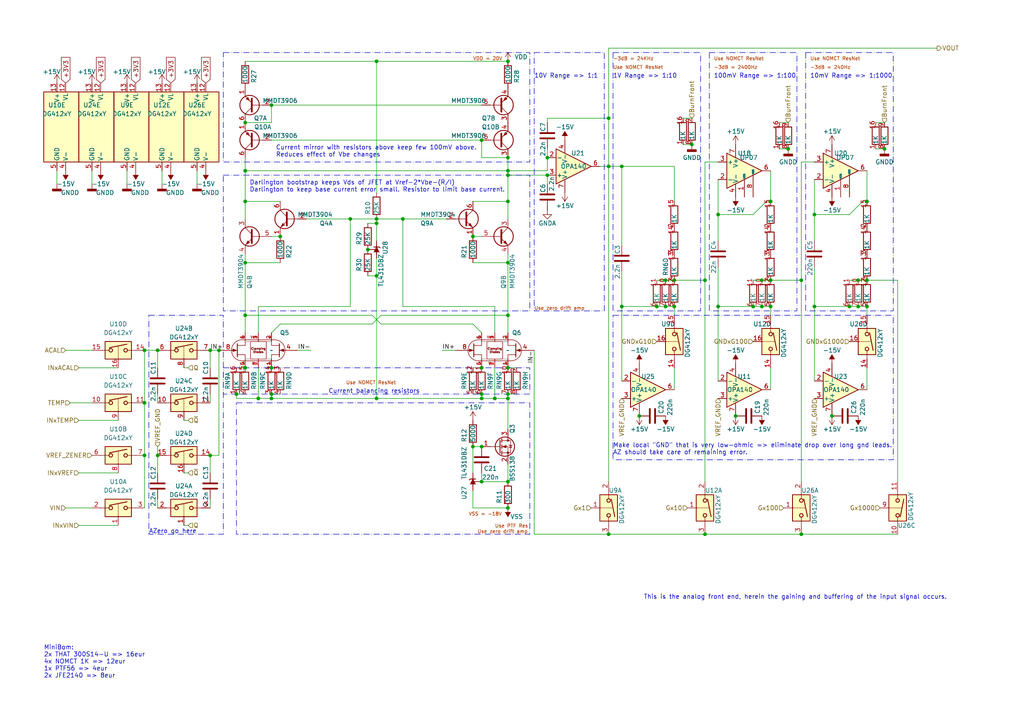
<source format=kicad_sch>
(kicad_sch
	(version 20231120)
	(generator "eeschema")
	(generator_version "8.0")
	(uuid "e39b97ed-3532-41ea-9756-fb289d158f89")
	(paper "A4")
	(title_block
		(title "xMultislope-1v0")
		(date "2023-11-01")
	)
	
	(junction
		(at 218.44 88.9)
		(diameter 0)
		(color 0 0 0 0)
		(uuid "0174c3b9-01fa-4315-aaa9-d75fc3a5ffbc")
	)
	(junction
		(at 147.32 114.3)
		(diameter 0)
		(color 0 0 0 0)
		(uuid "02e0367c-e69d-4113-8804-3e6f67bf23f1")
	)
	(junction
		(at 106.68 72.39)
		(diameter 0)
		(color 0 0 0 0)
		(uuid "03444f2d-ddec-4b34-95e6-d33774c2d61a")
	)
	(junction
		(at 139.7 40.64)
		(diameter 0)
		(color 0 0 0 0)
		(uuid "08a89905-1263-45bc-a8d1-e199dfb29fe5")
	)
	(junction
		(at 143.51 115.57)
		(diameter 0)
		(color 0 0 0 0)
		(uuid "11a36b84-c6a0-4d23-bad4-92b2ef4b724f")
	)
	(junction
		(at 78.74 30.48)
		(diameter 0)
		(color 0 0 0 0)
		(uuid "1b5a7650-0a63-40b1-b3fe-8dfd44fb166a")
	)
	(junction
		(at 60.96 101.6)
		(diameter 0)
		(color 0 0 0 0)
		(uuid "1dffdc9f-5a1c-47cb-b92f-bbc74e080ae6")
	)
	(junction
		(at 204.47 154.94)
		(diameter 0)
		(color 0 0 0 0)
		(uuid "2033055d-cc28-406a-b0af-b8c8f931ad19")
	)
	(junction
		(at 223.52 58.42)
		(diameter 0)
		(color 0 0 0 0)
		(uuid "20954526-9e52-4662-b969-14306ae9b483")
	)
	(junction
		(at 180.34 88.9)
		(diameter 0)
		(color 0 0 0 0)
		(uuid "231804d9-cba2-40b0-8005-59818b2f64e5")
	)
	(junction
		(at 147.32 17.78)
		(diameter 0)
		(color 0 0 0 0)
		(uuid "2a9911ac-4095-491f-ab77-873d202d2f51")
	)
	(junction
		(at 232.41 154.94)
		(diameter 0)
		(color 0 0 0 0)
		(uuid "2df0ba46-0f99-450d-a601-048758ba5cea")
	)
	(junction
		(at 147.32 147.32)
		(diameter 0)
		(color 0 0 0 0)
		(uuid "3072cfaf-7470-4247-a79a-bc35bbe4a9fb")
	)
	(junction
		(at 176.53 154.94)
		(diameter 0)
		(color 0 0 0 0)
		(uuid "3a05e879-bb85-4081-8790-08a48d4eb636")
	)
	(junction
		(at 139.7 114.3)
		(diameter 0)
		(color 0 0 0 0)
		(uuid "3a2f0594-7efa-4e56-8b4e-1dbc08e25739")
	)
	(junction
		(at 147.32 50.8)
		(diameter 0)
		(color 0 0 0 0)
		(uuid "3d09ebc4-5e6b-48ed-a276-5dc037c61367")
	)
	(junction
		(at 139.7 115.57)
		(diameter 0)
		(color 0 0 0 0)
		(uuid "3e2da6df-18a0-4021-aeb9-b4ad3ad4f06a")
	)
	(junction
		(at 71.12 49.53)
		(diameter 0)
		(color 0 0 0 0)
		(uuid "3ea9659f-1a8b-426b-9db2-36ccca219da8")
	)
	(junction
		(at 139.7 139.7)
		(diameter 0)
		(color 0 0 0 0)
		(uuid "3ef4eeb4-4cac-4943-898e-e2cca3c494a9")
	)
	(junction
		(at 180.34 48.26)
		(diameter 0)
		(color 0 0 0 0)
		(uuid "4048293e-ca6b-4fe7-8935-9580f4c4c500")
	)
	(junction
		(at 147.32 115.57)
		(diameter 0)
		(color 0 0 0 0)
		(uuid "457b4080-b021-4130-a4cc-63037df6613d")
	)
	(junction
		(at 195.58 88.9)
		(diameter 0)
		(color 0 0 0 0)
		(uuid "492d4769-c774-4569-9d3d-634ed0c10beb")
	)
	(junction
		(at 176.53 34.29)
		(diameter 0)
		(color 0 0 0 0)
		(uuid "49544d62-ed28-4bf0-8b6e-3fc375cb872f")
	)
	(junction
		(at 137.16 129.54)
		(diameter 0)
		(color 0 0 0 0)
		(uuid "515a08ee-ed99-45aa-a7eb-ed8aae6e0e7e")
	)
	(junction
		(at 195.58 81.28)
		(diameter 0)
		(color 0 0 0 0)
		(uuid "53e5e982-c806-4112-a210-67880446052f")
	)
	(junction
		(at 71.12 91.44)
		(diameter 0)
		(color 0 0 0 0)
		(uuid "55869e01-ecb3-4267-aef5-5912bef756cf")
	)
	(junction
		(at 204.47 81.28)
		(diameter 0)
		(color 0 0 0 0)
		(uuid "56ff5e8d-467f-4517-b1c8-1a3e8555620b")
	)
	(junction
		(at 116.84 63.5)
		(diameter 0)
		(color 0 0 0 0)
		(uuid "572955eb-2b5e-454f-8e11-6d68463afed9")
	)
	(junction
		(at 208.28 88.9)
		(diameter 0)
		(color 0 0 0 0)
		(uuid "58f8a429-3639-40d8-91e4-400fec87e268")
	)
	(junction
		(at 71.12 58.42)
		(diameter 0)
		(color 0 0 0 0)
		(uuid "5961c137-9826-4959-918f-17047a27a67f")
	)
	(junction
		(at 200.66 41.91)
		(diameter 0)
		(color 0 0 0 0)
		(uuid "5a3d4595-07ab-4536-bccb-50fec2573a42")
	)
	(junction
		(at 223.52 88.9)
		(diameter 0)
		(color 0 0 0 0)
		(uuid "5abadbf7-ee0a-4556-b122-f97562cfbbf9")
	)
	(junction
		(at 41.91 101.6)
		(diameter 0)
		(color 0 0 0 0)
		(uuid "5b70a7e3-68f7-40f2-8f4e-c4aa33851954")
	)
	(junction
		(at 236.22 62.23)
		(diameter 0)
		(color 0 0 0 0)
		(uuid "5ec13e74-2234-43ff-bcfc-2ea4161a6467")
	)
	(junction
		(at 213.36 120.65)
		(diameter 0)
		(color 0 0 0 0)
		(uuid "602e7502-91ab-4335-9572-78a97be10f3f")
	)
	(junction
		(at 158.75 45.72)
		(diameter 0)
		(color 0 0 0 0)
		(uuid "62026b71-f722-425c-9da8-2b800873b177")
	)
	(junction
		(at 251.46 88.9)
		(diameter 0)
		(color 0 0 0 0)
		(uuid "66048845-9855-4d5b-95a7-5404ce09bb99")
	)
	(junction
		(at 74.93 115.57)
		(diameter 0)
		(color 0 0 0 0)
		(uuid "66432d6d-ff65-4d16-aba5-b416072e1daa")
	)
	(junction
		(at 147.32 76.2)
		(diameter 0)
		(color 0 0 0 0)
		(uuid "69bb02da-f3f4-48c8-940a-ff27a5c89dd6")
	)
	(junction
		(at 41.91 116.84)
		(diameter 0)
		(color 0 0 0 0)
		(uuid "69eb3665-75b4-4f79-8a51-cb8aa149b65c")
	)
	(junction
		(at 147.32 49.53)
		(diameter 0)
		(color 0 0 0 0)
		(uuid "6cad6e90-e5f5-4376-b4d2-578b741f3ebc")
	)
	(junction
		(at 71.12 76.2)
		(diameter 0)
		(color 0 0 0 0)
		(uuid "6e503cd6-15a6-49b3-a850-396f8a602921")
	)
	(junction
		(at 147.32 58.42)
		(diameter 0)
		(color 0 0 0 0)
		(uuid "76b549a4-633f-4692-a3a3-b0c95b51762d")
	)
	(junction
		(at 147.32 91.44)
		(diameter 0)
		(color 0 0 0 0)
		(uuid "7b90163e-2e20-46eb-bdea-dde73fb3608d")
	)
	(junction
		(at 45.72 132.08)
		(diameter 0)
		(color 0 0 0 0)
		(uuid "7c7e0ab9-79ce-44c0-aad9-49e9ae08f99c")
	)
	(junction
		(at 223.52 81.28)
		(diameter 0)
		(color 0 0 0 0)
		(uuid "83eafb94-5c1e-4fd2-8173-47ce1521d11c")
	)
	(junction
		(at 248.92 88.9)
		(diameter 0)
		(color 0 0 0 0)
		(uuid "8bb0cba4-c50a-4260-99d4-a9adf4dba406")
	)
	(junction
		(at 63.5 101.6)
		(diameter 0)
		(color 0 0 0 0)
		(uuid "8d5ecbfa-e165-460a-9099-5fa5961256a4")
	)
	(junction
		(at 109.22 80.01)
		(diameter 0)
		(color 0 0 0 0)
		(uuid "96387477-fa12-488e-becc-35c08107aed5")
	)
	(junction
		(at 158.75 50.8)
		(diameter 0)
		(color 0 0 0 0)
		(uuid "97a90821-a59d-4414-814f-663c3165b255")
	)
	(junction
		(at 109.22 17.78)
		(diameter 0)
		(color 0 0 0 0)
		(uuid "9a9fda7b-83b1-4cb0-bd91-86b2845638cb")
	)
	(junction
		(at 71.12 35.56)
		(diameter 0)
		(color 0 0 0 0)
		(uuid "9b9451b2-f96e-4c0c-8e71-06834817915d")
	)
	(junction
		(at 185.42 120.65)
		(diameter 0)
		(color 0 0 0 0)
		(uuid "a0457c2c-10ed-4368-8cfd-50bb4cc3921d")
	)
	(junction
		(at 176.53 48.26)
		(diameter 0)
		(color 0 0 0 0)
		(uuid "a13489e7-cc63-4256-80e3-a89bc3c2df4e")
	)
	(junction
		(at 241.3 120.65)
		(diameter 0)
		(color 0 0 0 0)
		(uuid "a15bef22-e9d5-4fb4-b5dc-1391a708628b")
	)
	(junction
		(at 147.32 139.7)
		(diameter 0)
		(color 0 0 0 0)
		(uuid "a209ecc9-e6d9-4705-942a-f1b5bb6aabf0")
	)
	(junction
		(at 81.28 68.58)
		(diameter 0)
		(color 0 0 0 0)
		(uuid "aebef58b-b47f-459d-87e6-f17f5f876bed")
	)
	(junction
		(at 45.72 101.6)
		(diameter 0)
		(color 0 0 0 0)
		(uuid "b3eaa2c6-0fb1-4fe5-a73d-91d77188f6fe")
	)
	(junction
		(at 139.7 106.68)
		(diameter 0)
		(color 0 0 0 0)
		(uuid "b6bae62e-ff85-4b0e-87ef-456b97559b11")
	)
	(junction
		(at 208.28 62.23)
		(diameter 0)
		(color 0 0 0 0)
		(uuid "b6bdd010-004e-4854-90ea-e152865d5932")
	)
	(junction
		(at 228.6 43.18)
		(diameter 0)
		(color 0 0 0 0)
		(uuid "b82cc44b-a827-4cfc-bffc-09bea0d5325c")
	)
	(junction
		(at 147.32 106.68)
		(diameter 0)
		(color 0 0 0 0)
		(uuid "b84cd427-89be-41cc-b384-96affad895b3")
	)
	(junction
		(at 109.22 63.5)
		(diameter 0)
		(color 0 0 0 0)
		(uuid "b9908de2-f32a-43fd-817e-00c2ea5a534e")
	)
	(junction
		(at 147.32 45.72)
		(diameter 0)
		(color 0 0 0 0)
		(uuid "bbd56df6-a887-4e75-b9f2-7486d3440779")
	)
	(junction
		(at 68.58 114.3)
		(diameter 0)
		(color 0 0 0 0)
		(uuid "bd051550-f52c-4b42-b247-7b61530e8328")
	)
	(junction
		(at 232.41 81.28)
		(diameter 0)
		(color 0 0 0 0)
		(uuid "bdbf6aac-8df5-4005-85af-7ba091006cbf")
	)
	(junction
		(at 78.74 114.3)
		(diameter 0)
		(color 0 0 0 0)
		(uuid "bf45dd92-3eac-407f-8cf9-43cb1dd4a592")
	)
	(junction
		(at 101.6 63.5)
		(diameter 0)
		(color 0 0 0 0)
		(uuid "c2932e4c-7e9b-4278-a904-95fb509505ea")
	)
	(junction
		(at 236.22 88.9)
		(diameter 0)
		(color 0 0 0 0)
		(uuid "c75ef6e3-4e0b-47fe-8008-c86b90d5e0e8")
	)
	(junction
		(at 193.04 81.28)
		(diameter 0)
		(color 0 0 0 0)
		(uuid "ce22a833-33b6-4e34-b961-982f7d3e01e1")
	)
	(junction
		(at 137.16 68.58)
		(diameter 0)
		(color 0 0 0 0)
		(uuid "cf463f45-1b68-433b-b25d-ab2f96e06c42")
	)
	(junction
		(at 193.04 88.9)
		(diameter 0)
		(color 0 0 0 0)
		(uuid "d328cf98-09c7-43a8-954f-b4d0394854bc")
	)
	(junction
		(at 71.12 106.68)
		(diameter 0)
		(color 0 0 0 0)
		(uuid "d45029e9-25e9-4e4a-9a9e-058bddf41339")
	)
	(junction
		(at 251.46 58.42)
		(diameter 0)
		(color 0 0 0 0)
		(uuid "d4af304a-14f9-4e17-b9c4-fe3df1d777da")
	)
	(junction
		(at 41.91 132.08)
		(diameter 0)
		(color 0 0 0 0)
		(uuid "d6610cbd-ca4a-493a-bf4a-bd17bd0c962f")
	)
	(junction
		(at 248.92 81.28)
		(diameter 0)
		(color 0 0 0 0)
		(uuid "d93d1eaa-db8f-4342-839a-7e2e72b953db")
	)
	(junction
		(at 246.38 88.9)
		(diameter 0)
		(color 0 0 0 0)
		(uuid "dfe37b8c-658d-492c-800c-97a56733607b")
	)
	(junction
		(at 109.22 64.77)
		(diameter 0)
		(color 0 0 0 0)
		(uuid "e2558ad3-7ded-44d1-a9cb-2c3dbe131e10")
	)
	(junction
		(at 139.7 129.54)
		(diameter 0)
		(color 0 0 0 0)
		(uuid "e2fc7231-bd0e-44c8-a6a6-a7b06ad69795")
	)
	(junction
		(at 256.54 43.18)
		(diameter 0)
		(color 0 0 0 0)
		(uuid "ecaa8b43-0ba2-4379-a357-31eb720f47fd")
	)
	(junction
		(at 220.98 88.9)
		(diameter 0)
		(color 0 0 0 0)
		(uuid "ef9e4ac9-2309-4264-94b9-94416f44a281")
	)
	(junction
		(at 78.74 106.68)
		(diameter 0)
		(color 0 0 0 0)
		(uuid "efb8ed87-ec7c-4ca0-bb8d-e48c085c9526")
	)
	(junction
		(at 78.74 115.57)
		(diameter 0)
		(color 0 0 0 0)
		(uuid "f41f2b55-d32d-4f25-80b4-85c90b597280")
	)
	(junction
		(at 109.22 115.57)
		(diameter 0)
		(color 0 0 0 0)
		(uuid "f64e40ea-a886-431c-9944-e0c044bb3335")
	)
	(junction
		(at 251.46 81.28)
		(diameter 0)
		(color 0 0 0 0)
		(uuid "f747a7ea-e4ef-491a-acec-4461e0be16bf")
	)
	(junction
		(at 220.98 81.28)
		(diameter 0)
		(color 0 0 0 0)
		(uuid "f762e71d-6f29-4ab0-b94f-c55f454e7278")
	)
	(junction
		(at 60.96 132.08)
		(diameter 0)
		(color 0 0 0 0)
		(uuid "fc387058-3a3b-4079-8bd6-91b1026fb3a7")
	)
	(junction
		(at 190.5 88.9)
		(diameter 0)
		(color 0 0 0 0)
		(uuid "fdd94895-682f-43e2-b1aa-05a016757ad9")
	)
	(wire
		(pts
			(xy 106.68 64.77) (xy 109.22 64.77)
		)
		(stroke
			(width 0)
			(type default)
		)
		(uuid "015d87b8-1d84-4090-bc91-731bdf5f0c16")
	)
	(wire
		(pts
			(xy 147.32 63.5) (xy 147.32 58.42)
		)
		(stroke
			(width 0)
			(type default)
		)
		(uuid "04ab3812-5601-492c-b8f5-6e28a9f0bcf2")
	)
	(wire
		(pts
			(xy 147.32 49.53) (xy 158.75 49.53)
		)
		(stroke
			(width 0)
			(type default)
		)
		(uuid "04e925db-d76e-4ef5-9926-da93c2f0424d")
	)
	(wire
		(pts
			(xy 195.58 88.9) (xy 193.04 88.9)
		)
		(stroke
			(width 0)
			(type default)
		)
		(uuid "05529bab-9f24-4b4a-a061-5f22414cd26e")
	)
	(wire
		(pts
			(xy 218.44 81.28) (xy 220.98 81.28)
		)
		(stroke
			(width 0)
			(type default)
		)
		(uuid "09b98244-3ba9-46e6-aaed-7baed7d06f8f")
	)
	(wire
		(pts
			(xy 22.86 121.92) (xy 34.29 121.92)
		)
		(stroke
			(width 0)
			(type default)
		)
		(uuid "0bf869a6-048b-4cfb-86b0-37109c1d9f0c")
	)
	(wire
		(pts
			(xy 176.53 13.97) (xy 176.53 34.29)
		)
		(stroke
			(width 0)
			(type default)
		)
		(uuid "1074937a-8bde-4a0f-a405-d91cb2601d66")
	)
	(wire
		(pts
			(xy 110.49 91.44) (xy 147.32 91.44)
		)
		(stroke
			(width 0)
			(type default)
		)
		(uuid "15f184e9-838c-4204-8d6e-d112f3d89965")
	)
	(wire
		(pts
			(xy 158.75 34.29) (xy 158.75 35.56)
		)
		(stroke
			(width 0)
			(type default)
		)
		(uuid "162f368a-dd85-4dbe-81cb-f40194801aa3")
	)
	(wire
		(pts
			(xy 86.36 101.6) (xy 90.17 101.6)
		)
		(stroke
			(width 0)
			(type default)
		)
		(uuid "16dbb47e-138c-479b-89aa-b0c4176ed9c7")
	)
	(wire
		(pts
			(xy 137.16 147.32) (xy 147.32 147.32)
		)
		(stroke
			(width 0)
			(type default)
		)
		(uuid "17626121-67d8-42a4-94af-25bf7d91e968")
	)
	(wire
		(pts
			(xy 41.91 101.6) (xy 45.72 101.6)
		)
		(stroke
			(width 0)
			(type default)
		)
		(uuid "18ecf1f7-15ac-47aa-a56e-ce8b287d4e8b")
	)
	(wire
		(pts
			(xy 107.95 91.44) (xy 110.49 93.98)
		)
		(stroke
			(width 0)
			(type default)
		)
		(uuid "1a956a1c-22ce-4e1d-b48c-417a9f307e11")
	)
	(wire
		(pts
			(xy 60.96 132.08) (xy 60.96 137.16)
		)
		(stroke
			(width 0)
			(type default)
		)
		(uuid "1c079251-41d8-4426-9e28-c90e86c0c7ff")
	)
	(wire
		(pts
			(xy 16.51 53.34) (xy 16.51 49.53)
		)
		(stroke
			(width 0)
			(type default)
		)
		(uuid "1c5eb02a-67dd-4c59-a49a-1782715c2c90")
	)
	(wire
		(pts
			(xy 195.58 91.44) (xy 195.58 88.9)
		)
		(stroke
			(width 0)
			(type default)
		)
		(uuid "1ce31f54-b32b-4d24-8eb1-19c12c38b09a")
	)
	(wire
		(pts
			(xy 78.74 40.64) (xy 139.7 40.64)
		)
		(stroke
			(width 0)
			(type default)
		)
		(uuid "1d0915a5-2c71-445f-8246-326895d6c7f4")
	)
	(wire
		(pts
			(xy 45.72 101.6) (xy 45.72 106.68)
		)
		(stroke
			(width 0)
			(type default)
		)
		(uuid "1d0f9087-3a39-4ee1-9546-9a1f81ded1b1")
	)
	(wire
		(pts
			(xy 41.91 101.6) (xy 41.91 116.84)
		)
		(stroke
			(width 0)
			(type default)
		)
		(uuid "1d742f46-7caa-47cc-a510-eb1afb5c3831")
	)
	(wire
		(pts
			(xy 173.99 48.26) (xy 176.53 48.26)
		)
		(stroke
			(width 0)
			(type default)
		)
		(uuid "1e273970-6051-4b32-ad23-a89ee9615b7c")
	)
	(wire
		(pts
			(xy 19.05 147.32) (xy 26.67 147.32)
		)
		(stroke
			(width 0)
			(type default)
		)
		(uuid "1fe7ba90-0be4-4487-80f3-6fa313161fbc")
	)
	(wire
		(pts
			(xy 78.74 115.57) (xy 78.74 114.3)
		)
		(stroke
			(width 0)
			(type default)
		)
		(uuid "22bd21a8-9805-4b79-b1c8-8c9eb4dc0537")
	)
	(wire
		(pts
			(xy 139.7 137.16) (xy 139.7 139.7)
		)
		(stroke
			(width 0)
			(type default)
		)
		(uuid "22e8ce47-831f-4e6d-be9b-9cba59d52a0a")
	)
	(wire
		(pts
			(xy 147.32 50.8) (xy 158.75 50.8)
		)
		(stroke
			(width 0)
			(type default)
		)
		(uuid "2506f9d6-f8ab-487d-8909-aa4f8121e300")
	)
	(wire
		(pts
			(xy 45.72 144.78) (xy 45.72 147.32)
		)
		(stroke
			(width 0)
			(type default)
		)
		(uuid "2540e89d-8e6e-4540-905f-78883e26a27c")
	)
	(wire
		(pts
			(xy 208.28 88.9) (xy 218.44 88.9)
		)
		(stroke
			(width 0)
			(type default)
		)
		(uuid "25623989-1954-40ca-8316-4a5a80280d9c")
	)
	(wire
		(pts
			(xy 71.12 91.44) (xy 71.12 96.52)
		)
		(stroke
			(width 0)
			(type default)
		)
		(uuid "257788a3-7793-4344-b63e-95d1aa5748ff")
	)
	(wire
		(pts
			(xy 78.74 114.3) (xy 81.28 114.3)
		)
		(stroke
			(width 0)
			(type default)
		)
		(uuid "25cb7d95-3330-486d-be8e-75d16cbeb1b4")
	)
	(wire
		(pts
			(xy 208.28 62.23) (xy 208.28 52.07)
		)
		(stroke
			(width 0)
			(type default)
		)
		(uuid "26067b47-ae8b-4a45-a18e-1c541e65c228")
	)
	(wire
		(pts
			(xy 236.22 52.07) (xy 236.22 62.23)
		)
		(stroke
			(width 0)
			(type default)
		)
		(uuid "2681acb5-6883-4f92-a0b5-a5e0320efb31")
	)
	(wire
		(pts
			(xy 208.28 88.9) (xy 208.28 110.49)
		)
		(stroke
			(width 0)
			(type default)
		)
		(uuid "2775540f-52e7-4081-859b-d9ea1663427d")
	)
	(wire
		(pts
			(xy 71.12 45.72) (xy 71.12 49.53)
		)
		(stroke
			(width 0)
			(type default)
		)
		(uuid "27f54998-81a0-401d-ae19-d735e5bde8ff")
	)
	(wire
		(pts
			(xy 71.12 49.53) (xy 147.32 49.53)
		)
		(stroke
			(width 0)
			(type default)
		)
		(uuid "281109f1-2dbd-4dc6-b527-a183d02d69fb")
	)
	(wire
		(pts
			(xy 248.92 88.9) (xy 251.46 88.9)
		)
		(stroke
			(width 0)
			(type default)
		)
		(uuid "2b397069-d003-4158-bc27-4b3ce234b0b8")
	)
	(wire
		(pts
			(xy 128.27 101.6) (xy 132.08 101.6)
		)
		(stroke
			(width 0)
			(type default)
		)
		(uuid "2bab75ea-ace9-4ed0-bf61-3e6c34df05d1")
	)
	(wire
		(pts
			(xy 19.05 101.6) (xy 26.67 101.6)
		)
		(stroke
			(width 0)
			(type default)
		)
		(uuid "2d371aa3-27b1-43c3-91fe-fb9f13b8d053")
	)
	(wire
		(pts
			(xy 222.25 58.42) (xy 223.52 58.42)
		)
		(stroke
			(width 0)
			(type default)
		)
		(uuid "2ec2009d-06a4-496f-9b88-a86fb2bc149a")
	)
	(wire
		(pts
			(xy 260.35 81.28) (xy 260.35 139.7)
		)
		(stroke
			(width 0)
			(type default)
		)
		(uuid "2f0cd652-3c18-4088-93f9-f29edec42693")
	)
	(wire
		(pts
			(xy 236.22 62.23) (xy 246.38 62.23)
		)
		(stroke
			(width 0)
			(type default)
		)
		(uuid "2fcac270-a989-4055-a186-a454f0b0d564")
	)
	(wire
		(pts
			(xy 71.12 76.2) (xy 71.12 91.44)
		)
		(stroke
			(width 0)
			(type default)
		)
		(uuid "331bd0df-f4f1-4ebd-a575-4557c0ca932d")
	)
	(wire
		(pts
			(xy 190.5 81.28) (xy 193.04 81.28)
		)
		(stroke
			(width 0)
			(type default)
		)
		(uuid "352d39ec-f068-49fe-a575-377f8175191d")
	)
	(wire
		(pts
			(xy 180.34 48.26) (xy 180.34 71.12)
		)
		(stroke
			(width 0)
			(type default)
		)
		(uuid "35bf3357-5856-45c1-a9bf-f4b4e93bb29b")
	)
	(wire
		(pts
			(xy 81.28 93.98) (xy 107.95 93.98)
		)
		(stroke
			(width 0)
			(type default)
		)
		(uuid "3718f63a-dca4-4fdb-8aa4-0068e75fad6c")
	)
	(wire
		(pts
			(xy 137.16 129.54) (xy 137.16 137.16)
		)
		(stroke
			(width 0)
			(type default)
		)
		(uuid "374a8844-2de6-41b1-b413-5da0309efd37")
	)
	(wire
		(pts
			(xy 200.66 41.91) (xy 198.12 41.91)
		)
		(stroke
			(width 0)
			(type default)
		)
		(uuid "38079158-46d8-4b5c-b4ed-65f038ab78b2")
	)
	(wire
		(pts
			(xy 180.34 48.26) (xy 195.58 48.26)
		)
		(stroke
			(width 0)
			(type default)
		)
		(uuid "399d5d74-d691-4540-904a-ceddc5842960")
	)
	(wire
		(pts
			(xy 74.93 88.9) (xy 74.93 96.52)
		)
		(stroke
			(width 0)
			(type default)
		)
		(uuid "3a0fb970-bcbc-45a7-b571-917dad16588c")
	)
	(wire
		(pts
			(xy 109.22 115.57) (xy 139.7 115.57)
		)
		(stroke
			(width 0)
			(type default)
		)
		(uuid "3b6d7538-ee2c-4af4-8f97-e72cb0a28056")
	)
	(wire
		(pts
			(xy 193.04 81.28) (xy 195.58 81.28)
		)
		(stroke
			(width 0)
			(type default)
		)
		(uuid "3ce9b86c-0c85-4e19-97d6-0d84e0580a4a")
	)
	(wire
		(pts
			(xy 147.32 50.8) (xy 147.32 58.42)
		)
		(stroke
			(width 0)
			(type default)
		)
		(uuid "3e344406-7b09-4c9a-af11-3879efc6d58a")
	)
	(wire
		(pts
			(xy 222.25 58.42) (xy 218.44 62.23)
		)
		(stroke
			(width 0)
			(type default)
		)
		(uuid "3fb76c8a-3e76-4c4b-8b70-b74cc94e104d")
	)
	(wire
		(pts
			(xy 116.84 63.5) (xy 129.54 63.5)
		)
		(stroke
			(width 0)
			(type default)
		)
		(uuid "409a8e51-0b5f-4aad-968a-282224b2cd45")
	)
	(wire
		(pts
			(xy 204.47 81.28) (xy 204.47 139.7)
		)
		(stroke
			(width 0)
			(type default)
		)
		(uuid "428b8d4d-6a6e-437c-bdb6-87648df42299")
	)
	(wire
		(pts
			(xy 74.93 115.57) (xy 78.74 115.57)
		)
		(stroke
			(width 0)
			(type default)
		)
		(uuid "489f9eb4-9092-4e81-9ac0-b69ef87b3855")
	)
	(wire
		(pts
			(xy 248.92 81.28) (xy 251.46 81.28)
		)
		(stroke
			(width 0)
			(type default)
		)
		(uuid "49f55474-2dfa-4e5a-ab77-73760bcbd3b5")
	)
	(wire
		(pts
			(xy 81.28 106.68) (xy 78.74 106.68)
		)
		(stroke
			(width 0)
			(type default)
		)
		(uuid "4ab11cde-b3dc-430f-91e5-3858da8989dc")
	)
	(wire
		(pts
			(xy 180.34 88.9) (xy 190.5 88.9)
		)
		(stroke
			(width 0)
			(type default)
		)
		(uuid "4c2de963-b8c3-41e6-a91d-22d391aef535")
	)
	(wire
		(pts
			(xy 101.6 63.5) (xy 109.22 63.5)
		)
		(stroke
			(width 0)
			(type default)
		)
		(uuid "4f547939-66c7-447e-85ad-0b2c0cdd1924")
	)
	(wire
		(pts
			(xy 147.32 50.8) (xy 147.32 49.53)
		)
		(stroke
			(width 0)
			(type default)
		)
		(uuid "516621d7-a3cd-414e-9f34-db39493bb770")
	)
	(wire
		(pts
			(xy 223.52 88.9) (xy 220.98 88.9)
		)
		(stroke
			(width 0)
			(type default)
		)
		(uuid "54d8549d-4d87-45bc-89cb-b118b2b7c9b2")
	)
	(wire
		(pts
			(xy 139.7 115.57) (xy 139.7 114.3)
		)
		(stroke
			(width 0)
			(type default)
		)
		(uuid "562930eb-2f8e-4db3-bf32-c68358072b7b")
	)
	(wire
		(pts
			(xy 109.22 80.01) (xy 109.22 115.57)
		)
		(stroke
			(width 0)
			(type default)
			(color 0 194 0 1)
		)
		(uuid "57278420-3ddf-4c97-9f97-63f2436f8717")
	)
	(wire
		(pts
			(xy 78.74 35.56) (xy 71.12 35.56)
		)
		(stroke
			(width 0)
			(type default)
		)
		(uuid "5a86ef2e-9b21-4a2e-b926-7767a3c1b10f")
	)
	(wire
		(pts
			(xy 68.58 114.3) (xy 71.12 114.3)
		)
		(stroke
			(width 0)
			(type default)
		)
		(uuid "5b573da9-481f-4b37-a1d6-5316ab0d6d36")
	)
	(wire
		(pts
			(xy 22.86 137.16) (xy 34.29 137.16)
		)
		(stroke
			(width 0)
			(type default)
		)
		(uuid "5bc41889-cff6-4f09-91f2-7212b7b56358")
	)
	(wire
		(pts
			(xy 71.12 76.2) (xy 71.12 73.66)
		)
		(stroke
			(width 0)
			(type default)
		)
		(uuid "5d0a456e-5c82-48e1-93f2-ee4a8a3d9709")
	)
	(wire
		(pts
			(xy 180.34 88.9) (xy 180.34 110.49)
		)
		(stroke
			(width 0)
			(type default)
		)
		(uuid "5e7ada62-82e8-46d8-bc2e-ddad977c417f")
	)
	(wire
		(pts
			(xy 45.72 129.54) (xy 45.72 132.08)
		)
		(stroke
			(width 0)
			(type default)
		)
		(uuid "5ed0cd63-14ef-47a3-a463-ccf35dc2c059")
	)
	(wire
		(pts
			(xy 250.19 58.42) (xy 246.38 62.23)
		)
		(stroke
			(width 0)
			(type default)
		)
		(uuid "5f73a7d8-f3ff-4213-b405-8ecb581bd673")
	)
	(wire
		(pts
			(xy 78.74 96.52) (xy 81.28 93.98)
		)
		(stroke
			(width 0)
			(type default)
		)
		(uuid "5ff467c1-0f2a-4d48-a1a8-2d281d4d6235")
	)
	(wire
		(pts
			(xy 208.28 62.23) (xy 208.28 69.85)
		)
		(stroke
			(width 0)
			(type default)
		)
		(uuid "630fd79a-dbce-4110-9674-53923130d7aa")
	)
	(wire
		(pts
			(xy 246.38 88.9) (xy 248.92 88.9)
		)
		(stroke
			(width 0)
			(type default)
		)
		(uuid "637d3af9-8a91-4645-9772-9d694fc96d7a")
	)
	(wire
		(pts
			(xy 176.53 48.26) (xy 180.34 48.26)
		)
		(stroke
			(width 0)
			(type default)
		)
		(uuid "673c1eb6-1d9a-44fd-82bd-cf3f9884091c")
	)
	(wire
		(pts
			(xy 180.34 88.9) (xy 180.34 78.74)
		)
		(stroke
			(width 0)
			(type default)
		)
		(uuid "682a472b-376c-4464-8a6f-39173fe958b7")
	)
	(wire
		(pts
			(xy 88.9 63.5) (xy 101.6 63.5)
		)
		(stroke
			(width 0)
			(type default)
		)
		(uuid "6954f3bc-668b-4dfc-9b77-78c5cd33b8d0")
	)
	(wire
		(pts
			(xy 154.94 154.94) (xy 176.53 154.94)
		)
		(stroke
			(width 0)
			(type default)
		)
		(uuid "6e960929-8a08-4dbf-9da1-d92109cc8ba4")
	)
	(wire
		(pts
			(xy 236.22 77.47) (xy 236.22 88.9)
		)
		(stroke
			(width 0)
			(type default)
		)
		(uuid "6ed16102-cb4f-4e15-9d37-0c034efffd2e")
	)
	(wire
		(pts
			(xy 198.12 34.29) (xy 200.66 34.29)
		)
		(stroke
			(width 0)
			(type default)
		)
		(uuid "703faf87-5022-4b02-9e6a-decce95d4987")
	)
	(wire
		(pts
			(xy 271.78 13.97) (xy 176.53 13.97)
		)
		(stroke
			(width 0)
			(type default)
		)
		(uuid "7063b914-270c-437b-9eee-d5b71493cc3f")
	)
	(wire
		(pts
			(xy 68.58 115.57) (xy 74.93 115.57)
		)
		(stroke
			(width 0)
			(type default)
		)
		(uuid "732fe956-27d3-4e7e-873d-5d2ff69c21c7")
	)
	(wire
		(pts
			(xy 147.32 76.2) (xy 147.32 73.66)
		)
		(stroke
			(width 0)
			(type default)
		)
		(uuid "7351e1f2-4f10-435e-8494-eb6d814ce146")
	)
	(wire
		(pts
			(xy 223.52 49.53) (xy 223.52 58.42)
		)
		(stroke
			(width 0)
			(type default)
		)
		(uuid "751af98f-db71-441e-b92d-e675ad08b6ec")
	)
	(wire
		(pts
			(xy 60.96 144.78) (xy 60.96 147.32)
		)
		(stroke
			(width 0)
			(type default)
		)
		(uuid "77153a82-ee56-4a8d-b683-2717ab45531f")
	)
	(wire
		(pts
			(xy 232.41 46.99) (xy 232.41 81.28)
		)
		(stroke
			(width 0)
			(type default)
		)
		(uuid "787df661-5e01-4888-971b-c2cf1100b836")
	)
	(wire
		(pts
			(xy 250.19 58.42) (xy 251.46 58.42)
		)
		(stroke
			(width 0)
			(type default)
		)
		(uuid "7c0830ba-b467-4c59-8be6-ec2e200e92d4")
	)
	(wire
		(pts
			(xy 78.74 68.58) (xy 81.28 68.58)
		)
		(stroke
			(width 0)
			(type default)
		)
		(uuid "7cdc0f1b-2342-4696-a058-fa049ed5bf4f")
	)
	(wire
		(pts
			(xy 137.16 106.68) (xy 139.7 106.68)
		)
		(stroke
			(width 0)
			(type default)
		)
		(uuid "7ea7f749-ceff-456a-949f-60b30255bd57")
	)
	(wire
		(pts
			(xy 46.99 53.34) (xy 46.99 49.53)
		)
		(stroke
			(width 0)
			(type default)
		)
		(uuid "7f3a115d-3ff7-406b-96d5-4b17bd9c967e")
	)
	(wire
		(pts
			(xy 54.61 121.92) (xy 53.34 121.92)
		)
		(stroke
			(width 0)
			(type default)
		)
		(uuid "7fa10701-468a-4098-83df-a769d69622b3")
	)
	(wire
		(pts
			(xy 20.32 116.84) (xy 26.67 116.84)
		)
		(stroke
			(width 0)
			(type default)
		)
		(uuid "80df8b5a-6c56-4227-aa31-c0cb375f490c")
	)
	(wire
		(pts
			(xy 109.22 63.5) (xy 116.84 63.5)
		)
		(stroke
			(width 0)
			(type default)
		)
		(uuid "8224d391-feb6-43d5-88c0-d2242b8d3628")
	)
	(wire
		(pts
			(xy 74.93 106.68) (xy 74.93 115.57)
		)
		(stroke
			(width 0)
			(type default)
		)
		(uuid "823e4236-7265-46c2-8171-ce40c4d578dd")
	)
	(wire
		(pts
			(xy 60.96 101.6) (xy 63.5 101.6)
		)
		(stroke
			(width 0)
			(type default)
		)
		(uuid "82db113d-e04f-415d-bad6-7496071f8496")
	)
	(wire
		(pts
			(xy 54.61 152.4) (xy 53.34 152.4)
		)
		(stroke
			(width 0)
			(type default)
		)
		(uuid "83a4689f-1788-422e-9153-03c90ee3c7bb")
	)
	(wire
		(pts
			(xy 223.52 91.44) (xy 223.52 88.9)
		)
		(stroke
			(width 0)
			(type default)
		)
		(uuid "848720c3-a3cd-46f1-8e6f-d1fcd09ae6ad")
	)
	(wire
		(pts
			(xy 251.46 81.28) (xy 260.35 81.28)
		)
		(stroke
			(width 0)
			(type default)
		)
		(uuid "86256885-26ac-45f3-ae1f-3daa9992fa4b")
	)
	(wire
		(pts
			(xy 137.16 129.54) (xy 139.7 129.54)
		)
		(stroke
			(width 0)
			(type default)
		)
		(uuid "86e9780c-964d-465d-a990-8e4452040665")
	)
	(wire
		(pts
			(xy 139.7 96.52) (xy 137.16 93.98)
		)
		(stroke
			(width 0)
			(type default)
		)
		(uuid "87f09520-f6dd-48e7-9fb7-94a60a1074cc")
	)
	(wire
		(pts
			(xy 158.75 43.18) (xy 158.75 45.72)
		)
		(stroke
			(width 0)
			(type default)
		)
		(uuid "8a017eb8-7cca-4cd3-a32a-4def69f108b3")
	)
	(wire
		(pts
			(xy 22.86 152.4) (xy 34.29 152.4)
		)
		(stroke
			(width 0)
			(type default)
		)
		(uuid "8ae217bd-80da-417a-a157-4e59fbc31613")
	)
	(wire
		(pts
			(xy 71.12 49.53) (xy 71.12 58.42)
		)
		(stroke
			(width 0)
			(type default)
		)
		(uuid "8b77ecb6-6272-462d-b4fd-69be3f547328")
	)
	(wire
		(pts
			(xy 236.22 62.23) (xy 236.22 69.85)
		)
		(stroke
			(width 0)
			(type default)
		)
		(uuid "8c5c4949-1eea-490f-8ccb-8cdcdd0808f3")
	)
	(wire
		(pts
			(xy 154.94 101.6) (xy 154.94 154.94)
		)
		(stroke
			(width 0)
			(type default)
		)
		(uuid "8cc1ba3a-8927-4af4-a905-99bfe8ab18ca")
	)
	(wire
		(pts
			(xy 139.7 139.7) (xy 147.32 139.7)
		)
		(stroke
			(width 0)
			(type default)
		)
		(uuid "8f612423-e913-426b-97d5-437e40d93712")
	)
	(wire
		(pts
			(xy 193.04 88.9) (xy 190.5 88.9)
		)
		(stroke
			(width 0)
			(type default)
		)
		(uuid "903a51af-e6fb-4d7a-b7fd-1d0a19bf4abc")
	)
	(wire
		(pts
			(xy 226.06 43.18) (xy 228.6 43.18)
		)
		(stroke
			(width 0)
			(type default)
		)
		(uuid "91f9bc60-9f00-4ec2-be19-b37093b787df")
	)
	(wire
		(pts
			(xy 204.47 46.99) (xy 204.47 81.28)
		)
		(stroke
			(width 0)
			(type default)
		)
		(uuid "92341a33-71d0-414b-ba05-46f9c4c51740")
	)
	(wire
		(pts
			(xy 176.53 34.29) (xy 176.53 48.26)
		)
		(stroke
			(width 0)
			(type default)
		)
		(uuid "931c2d2a-fc0a-40dd-a2d0-aa54d160ed9e")
	)
	(wire
		(pts
			(xy 26.67 53.34) (xy 26.67 49.53)
		)
		(stroke
			(width 0)
			(type default)
		)
		(uuid "93674a79-1904-4e29-b95c-7b9c8955ae74")
	)
	(wire
		(pts
			(xy 158.75 45.72) (xy 158.75 49.53)
		)
		(stroke
			(width 0)
			(type default)
		)
		(uuid "9378801b-260a-42a6-9c89-2dc2cbb7a2f0")
	)
	(wire
		(pts
			(xy 195.58 81.28) (xy 204.47 81.28)
		)
		(stroke
			(width 0)
			(type default)
		)
		(uuid "93802df9-db0e-41fa-b1b7-123fb688569d")
	)
	(wire
		(pts
			(xy 158.75 50.8) (xy 158.75 53.34)
		)
		(stroke
			(width 0)
			(type default)
		)
		(uuid "959cd307-400a-44cb-8c2f-82c3dfe823ad")
	)
	(wire
		(pts
			(xy 139.7 45.72) (xy 139.7 40.64)
		)
		(stroke
			(width 0)
			(type default)
		)
		(uuid "96abc25a-f5e8-40f8-aca1-21434d20c00f")
	)
	(wire
		(pts
			(xy 147.32 115.57) (xy 147.32 114.3)
		)
		(stroke
			(width 0)
			(type default)
		)
		(uuid "96eacf9e-0595-494a-b442-bc67621eb176")
	)
	(wire
		(pts
			(xy 147.32 45.72) (xy 147.32 49.53)
		)
		(stroke
			(width 0)
			(type default)
		)
		(uuid "99e1b09d-02d8-416a-b9c2-c28a4c9ca40f")
	)
	(wire
		(pts
			(xy 223.52 81.28) (xy 232.41 81.28)
		)
		(stroke
			(width 0)
			(type default)
		)
		(uuid "9bd87183-4f6d-4100-9892-58d36fac82df")
	)
	(wire
		(pts
			(xy 147.32 115.57) (xy 143.51 115.57)
		)
		(stroke
			(width 0)
			(type default)
		)
		(uuid "9c0f30e1-731f-46b2-ad45-0a6635119976")
	)
	(wire
		(pts
			(xy 246.38 81.28) (xy 248.92 81.28)
		)
		(stroke
			(width 0)
			(type default)
		)
		(uuid "9ef8c0b6-3c9b-43ce-85ee-40f2575dcc11")
	)
	(wire
		(pts
			(xy 223.52 106.68) (xy 223.52 113.03)
		)
		(stroke
			(width 0)
			(type default)
		)
		(uuid "9f79f042-abdb-4bda-98b3-298c1db406e4")
	)
	(wire
		(pts
			(xy 232.41 46.99) (xy 236.22 46.99)
		)
		(stroke
			(width 0)
			(type default)
		)
		(uuid "9f8b7799-72d9-4f52-a6a7-4a73325ffc03")
	)
	(wire
		(pts
			(xy 147.32 106.68) (xy 149.86 106.68)
		)
		(stroke
			(width 0)
			(type default)
		)
		(uuid "a5e6e684-8cac-435d-beee-064b892ce518")
	)
	(wire
		(pts
			(xy 71.12 63.5) (xy 71.12 58.42)
		)
		(stroke
			(width 0)
			(type default)
		)
		(uuid "a655fc8c-9566-493e-996b-eaff5281701c")
	)
	(wire
		(pts
			(xy 106.68 80.01) (xy 109.22 80.01)
		)
		(stroke
			(width 0)
			(type default)
		)
		(uuid "a6dd5afd-ecce-44af-9476-30ad01c2e781")
	)
	(wire
		(pts
			(xy 251.46 58.42) (xy 251.46 49.53)
		)
		(stroke
			(width 0)
			(type default)
		)
		(uuid "a7233a28-5676-4260-b6d6-f35347363f67")
	)
	(wire
		(pts
			(xy 195.58 48.26) (xy 195.58 58.42)
		)
		(stroke
			(width 0)
			(type default)
		)
		(uuid "a903e959-fed0-4d54-ae96-1703f9cfd20a")
	)
	(wire
		(pts
			(xy 116.84 63.5) (xy 116.84 88.9)
		)
		(stroke
			(width 0)
			(type default)
		)
		(uuid "a93a62f2-4762-4614-a29d-c6dc5a9ae79c")
	)
	(wire
		(pts
			(xy 45.72 114.3) (xy 45.72 116.84)
		)
		(stroke
			(width 0)
			(type default)
		)
		(uuid "aa162a21-3de3-4226-84cd-26c91ad7334a")
	)
	(wire
		(pts
			(xy 71.12 17.78) (xy 109.22 17.78)
		)
		(stroke
			(width 0)
			(type default)
		)
		(uuid "acf498d7-8909-493a-a49a-8170105d5ce7")
	)
	(wire
		(pts
			(xy 110.49 93.98) (xy 137.16 93.98)
		)
		(stroke
			(width 0)
			(type default)
		)
		(uuid "adca59b9-a5d9-4ff3-aac4-8b0de7e903d4")
	)
	(wire
		(pts
			(xy 195.58 106.68) (xy 195.58 113.03)
		)
		(stroke
			(width 0)
			(type default)
		)
		(uuid "af0678de-61c0-415c-92bb-2d48e3597aeb")
	)
	(wire
		(pts
			(xy 71.12 76.2) (xy 81.28 76.2)
		)
		(stroke
			(width 0)
			(type default)
		)
		(uuid "af4e043b-eb2e-4db6-a5e8-9fa61a3401c0")
	)
	(wire
		(pts
			(xy 251.46 106.68) (xy 251.46 113.03)
		)
		(stroke
			(width 0)
			(type default)
		)
		(uuid "b0f209f1-b9cc-4717-bb21-c5467ce51799")
	)
	(wire
		(pts
			(xy 101.6 63.5) (xy 101.6 88.9)
		)
		(stroke
			(width 0)
			(type default)
		)
		(uuid "b2431e31-714f-4931-8aa6-d55336a78b72")
	)
	(wire
		(pts
			(xy 143.51 115.57) (xy 139.7 115.57)
		)
		(stroke
			(width 0)
			(type default)
		)
		(uuid "b3570f4d-91fd-4f8d-9a28-b602cda98682")
	)
	(wire
		(pts
			(xy 107.95 93.98) (xy 110.49 91.44)
		)
		(stroke
			(width 0)
			(type default)
		)
		(uuid "b3f6a722-e74c-4ac4-ae37-26c817304d32")
	)
	(wire
		(pts
			(xy 60.96 132.08) (xy 63.5 132.08)
		)
		(stroke
			(width 0)
			(type default)
		)
		(uuid "b483a651-9c99-4dc1-955a-a4d85d6a1e54")
	)
	(wire
		(pts
			(xy 147.32 114.3) (xy 149.86 114.3)
		)
		(stroke
			(width 0)
			(type default)
		)
		(uuid "b7ca961f-0240-45f0-a581-347c749b2d23")
	)
	(wire
		(pts
			(xy 36.83 53.34) (xy 36.83 49.53)
		)
		(stroke
			(width 0)
			(type default)
		)
		(uuid "b8245868-bc95-4f71-8830-f0cd8575a492")
	)
	(wire
		(pts
			(xy 109.22 63.5) (xy 109.22 64.77)
		)
		(stroke
			(width 0)
			(type default)
		)
		(uuid "b8d4888f-1804-4b48-bb96-39ea19163891")
	)
	(wire
		(pts
			(xy 78.74 30.48) (xy 139.7 30.48)
		)
		(stroke
			(width 0)
			(type default)
		)
		(uuid "bb5cc8f5-cdce-48c1-94cd-095359a40544")
	)
	(wire
		(pts
			(xy 57.15 53.34) (xy 57.15 49.53)
		)
		(stroke
			(width 0)
			(type default)
		)
		(uuid "bcd19c54-d5e6-43d4-a379-d79f744d7f65")
	)
	(wire
		(pts
			(xy 204.47 154.94) (xy 232.41 154.94)
		)
		(stroke
			(width 0)
			(type default)
		)
		(uuid "bdf8037c-9c28-4c4a-93cc-395f210733be")
	)
	(wire
		(pts
			(xy 208.28 62.23) (xy 218.44 62.23)
		)
		(stroke
			(width 0)
			(type default)
		)
		(uuid "be11da17-e588-49d8-88f4-b25ed5906650")
	)
	(wire
		(pts
			(xy 254 35.56) (xy 256.54 35.56)
		)
		(stroke
			(width 0)
			(type default)
		)
		(uuid "be3f71c1-2214-462c-8dd7-f21a4bf1074f")
	)
	(wire
		(pts
			(xy 226.06 35.56) (xy 228.6 35.56)
		)
		(stroke
			(width 0)
			(type default)
		)
		(uuid "c1f848b8-8c56-4645-b4c9-cb4b1c91ebd6")
	)
	(wire
		(pts
			(xy 147.32 45.72) (xy 139.7 45.72)
		)
		(stroke
			(width 0)
			(type default)
		)
		(uuid "c266b39f-e8d7-4f5b-b7e2-d6c7c73401fa")
	)
	(wire
		(pts
			(xy 54.61 106.68) (xy 53.34 106.68)
		)
		(stroke
			(width 0)
			(type default)
		)
		(uuid "c3a212d2-5879-487a-8a27-177934f26760")
	)
	(wire
		(pts
			(xy 60.96 101.6) (xy 60.96 106.68)
		)
		(stroke
			(width 0)
			(type default)
		)
		(uuid "c3de480f-572b-46d8-a682-2d552e71c852")
	)
	(wire
		(pts
			(xy 60.96 114.3) (xy 60.96 116.84)
		)
		(stroke
			(width 0)
			(type default)
		)
		(uuid "c5e17353-f34e-4a17-890a-b246748753d7")
	)
	(wire
		(pts
			(xy 251.46 91.44) (xy 251.46 88.9)
		)
		(stroke
			(width 0)
			(type default)
		)
		(uuid "c64e3316-fdcc-4f76-a618-45855be23aa7")
	)
	(wire
		(pts
			(xy 109.22 74.93) (xy 109.22 80.01)
		)
		(stroke
			(width 0)
			(type default)
			(color 0 194 0 1)
		)
		(uuid "c88aaa7d-6cd7-4080-912f-b9cc31785264")
	)
	(wire
		(pts
			(xy 78.74 30.48) (xy 78.74 35.56)
		)
		(stroke
			(width 0)
			(type default)
		)
		(uuid "ca854d4d-1947-4aae-a78b-0eca63efaa10")
	)
	(wire
		(pts
			(xy 137.16 76.2) (xy 147.32 76.2)
		)
		(stroke
			(width 0)
			(type default)
		)
		(uuid "cb417e9e-c3be-4804-acd8-7d177a0f9e5e")
	)
	(wire
		(pts
			(xy 45.72 132.08) (xy 45.72 137.16)
		)
		(stroke
			(width 0)
			(type default)
		)
		(uuid "cbb66223-4574-41a4-be64-0c94bd61244e")
	)
	(wire
		(pts
			(xy 143.51 106.68) (xy 143.51 115.57)
		)
		(stroke
			(width 0)
			(type default)
		)
		(uuid "cc20d0a2-811d-4bb5-9fec-2c1e5e78ca54")
	)
	(wire
		(pts
			(xy 236.22 88.9) (xy 236.22 110.49)
		)
		(stroke
			(width 0)
			(type default)
		)
		(uuid "cef1c4de-e504-4fb8-8d1a-2382dd4fd81e")
	)
	(wire
		(pts
			(xy 116.84 88.9) (xy 143.51 88.9)
		)
		(stroke
			(width 0)
			(type default)
		)
		(uuid "d0702424-867e-402d-a945-da45919e8b3b")
	)
	(wire
		(pts
			(xy 208.28 77.47) (xy 208.28 88.9)
		)
		(stroke
			(width 0)
			(type default)
		)
		(uuid "d1f4f6e9-ae76-44cb-b952-1844f49d3c38")
	)
	(wire
		(pts
			(xy 41.91 116.84) (xy 41.91 132.08)
		)
		(stroke
			(width 0)
			(type default)
		)
		(uuid "d2fe8c59-81c0-41d0-81fa-25ad45fc31cf")
	)
	(wire
		(pts
			(xy 176.53 154.94) (xy 204.47 154.94)
		)
		(stroke
			(width 0)
			(type default)
		)
		(uuid "d47dd904-4bff-468e-81b4-4b09b8fa778a")
	)
	(wire
		(pts
			(xy 68.58 115.57) (xy 68.58 114.3)
		)
		(stroke
			(width 0)
			(type default)
		)
		(uuid "d7bdecdc-f343-4f7e-af3b-9e0a0cb85f26")
	)
	(wire
		(pts
			(xy 147.32 91.44) (xy 147.32 96.52)
		)
		(stroke
			(width 0)
			(type default)
		)
		(uuid "d80021f7-345e-4160-a93e-23ab803e5f67")
	)
	(wire
		(pts
			(xy 54.61 137.16) (xy 53.34 137.16)
		)
		(stroke
			(width 0)
			(type default)
		)
		(uuid "d836430c-fe7b-4864-b346-968bf43f85fa")
	)
	(wire
		(pts
			(xy 147.32 134.62) (xy 147.32 139.7)
		)
		(stroke
			(width 0)
			(type default)
		)
		(uuid "d916ec20-ec70-4ce5-b71d-f668632bb2be")
	)
	(wire
		(pts
			(xy 71.12 91.44) (xy 107.95 91.44)
		)
		(stroke
			(width 0)
			(type default)
		)
		(uuid "d93668ae-563e-425e-889f-73fde5827cd8")
	)
	(wire
		(pts
			(xy 176.53 48.26) (xy 176.53 139.7)
		)
		(stroke
			(width 0)
			(type default)
		)
		(uuid "d946ed0c-f22e-4731-a875-bacd331aa4dc")
	)
	(wire
		(pts
			(xy 41.91 132.08) (xy 41.91 147.32)
		)
		(stroke
			(width 0)
			(type default)
		)
		(uuid "dc972f9c-4621-4027-9a01-0d91359d47c2")
	)
	(wire
		(pts
			(xy 137.16 68.58) (xy 139.7 68.58)
		)
		(stroke
			(width 0)
			(type default)
		)
		(uuid "ddf7b4ea-0c1f-45ad-9eca-0a9818203520")
	)
	(wire
		(pts
			(xy 22.86 106.68) (xy 34.29 106.68)
		)
		(stroke
			(width 0)
			(type default)
		)
		(uuid "e1cc4dc7-1a6b-4cb9-ab39-8563d81c1ee7")
	)
	(wire
		(pts
			(xy 68.58 106.68) (xy 71.12 106.68)
		)
		(stroke
			(width 0)
			(type default)
		)
		(uuid "e37b5c8c-6301-44c7-a36e-4cf0c2747049")
	)
	(wire
		(pts
			(xy 220.98 81.28) (xy 223.52 81.28)
		)
		(stroke
			(width 0)
			(type default)
		)
		(uuid "e8015689-7b1f-4350-b522-16a92a6b78e4")
	)
	(wire
		(pts
			(xy 63.5 101.6) (xy 63.5 132.08)
		)
		(stroke
			(width 0)
			(type default)
		)
		(uuid "e9ce2839-f3c9-48d9-9897-f2b97825da09")
	)
	(wire
		(pts
			(xy 109.22 64.77) (xy 109.22 69.85)
		)
		(stroke
			(width 0)
			(type default)
		)
		(uuid "ea25ecfa-867c-4135-a84d-7068be1b9c52")
	)
	(wire
		(pts
			(xy 109.22 17.78) (xy 109.22 55.88)
		)
		(stroke
			(width 0)
			(type default)
			(color 0 194 0 1)
		)
		(uuid "ee61a416-8033-4210-bc54-c7e375ab17ae")
	)
	(wire
		(pts
			(xy 101.6 88.9) (xy 74.93 88.9)
		)
		(stroke
			(width 0)
			(type default)
		)
		(uuid "ef84ff3f-eeb3-4d36-b00b-82f86e8eb0e5")
	)
	(wire
		(pts
			(xy 147.32 76.2) (xy 147.32 91.44)
		)
		(stroke
			(width 0)
			(type default)
		)
		(uuid "f20317f6-09aa-4958-a4d0-d32ecfcd2adc")
	)
	(wire
		(pts
			(xy 109.22 17.78) (xy 147.32 17.78)
		)
		(stroke
			(width 0)
			(type default)
		)
		(uuid "f267146c-faf9-44f2-b5a5-34b33b46c951")
	)
	(wire
		(pts
			(xy 218.44 88.9) (xy 220.98 88.9)
		)
		(stroke
			(width 0)
			(type default)
		)
		(uuid "f2a0b131-699d-4e36-9c8a-60bc20bd1a66")
	)
	(wire
		(pts
			(xy 204.47 46.99) (xy 208.28 46.99)
		)
		(stroke
			(width 0)
			(type default)
		)
		(uuid "f2e4e444-ba51-4dcb-94a2-9613fb0a0ee0")
	)
	(wire
		(pts
			(xy 147.32 58.42) (xy 137.16 58.42)
		)
		(stroke
			(width 0)
			(type default)
		)
		(uuid "f3faf650-d996-422f-9d76-d2a3a89dfcd9")
	)
	(wire
		(pts
			(xy 147.32 124.46) (xy 147.32 115.57)
		)
		(stroke
			(width 0)
			(type default)
		)
		(uuid "f6e784fa-4890-4265-b9d0-892bb06b8f96")
	)
	(wire
		(pts
			(xy 137.16 114.3) (xy 139.7 114.3)
		)
		(stroke
			(width 0)
			(type default)
		)
		(uuid "f757d52b-e4d1-4a46-8865-3f08dacda899")
	)
	(wire
		(pts
			(xy 232.41 154.94) (xy 260.35 154.94)
		)
		(stroke
			(width 0)
			(type default)
		)
		(uuid "f76133fb-2a52-408f-8588-ae138527fd85")
	)
	(wire
		(pts
			(xy 71.12 58.42) (xy 81.28 58.42)
		)
		(stroke
			(width 0)
			(type default)
		)
		(uuid "f8a02343-209e-4b70-bffd-77f2c469c8a6")
	)
	(wire
		(pts
			(xy 158.75 34.29) (xy 176.53 34.29)
		)
		(stroke
			(width 0)
			(type default)
		)
		(uuid "fab977c3-e875-43fd-9afa-a258e4e60a31")
	)
	(wire
		(pts
			(xy 232.41 81.28) (xy 232.41 139.7)
		)
		(stroke
			(width 0)
			(type default)
		)
		(uuid "faf3bfa7-8f38-4d7d-8830-b93f93068528")
	)
	(wire
		(pts
			(xy 254 43.18) (xy 256.54 43.18)
		)
		(stroke
			(width 0)
			(type default)
		)
		(uuid "fdb5c874-c97e-4114-9c00-9c05c7453262")
	)
	(wire
		(pts
			(xy 78.74 115.57) (xy 109.22 115.57)
		)
		(stroke
			(width 0)
			(type default)
		)
		(uuid "fe8ac517-c308-431e-9c3b-78e400c055dd")
	)
	(wire
		(pts
			(xy 143.51 88.9) (xy 143.51 96.52)
		)
		(stroke
			(width 0)
			(type default)
		)
		(uuid "ff5fcc57-1275-4270-ac58-600db0740904")
	)
	(wire
		(pts
			(xy 246.38 88.9) (xy 236.22 88.9)
		)
		(stroke
			(width 0)
			(type default)
		)
		(uuid "ff655f66-8d6d-458c-aa45-fe2ef23682d1")
	)
	(wire
		(pts
			(xy 137.16 142.24) (xy 137.16 147.32)
		)
		(stroke
			(width 0)
			(type default)
		)
		(uuid "ffb61db4-ebe9-4619-95fc-b950bc9eb13f")
	)
	(rectangle
		(start 43.18 91.44)
		(end 64.77 154.94)
		(stroke
			(width 0)
			(type dash_dot)
		)
		(fill
			(type none)
		)
		(uuid 00d40dec-2b40-4e13-a8b1-4f1ecb79f273)
	)
	(rectangle
		(start 68.58 116.84)
		(end 153.67 154.94)
		(stroke
			(width 0)
			(type dash_dot)
		)
		(fill
			(type none)
		)
		(uuid 0cf9651d-2388-4bea-9fc7-2ce7cd785774)
	)
	(rectangle
		(start 177.8 15.24)
		(end 203.2 90.17)
		(stroke
			(width 0)
			(type dash_dot)
		)
		(fill
			(type none)
		)
		(uuid 1687bb12-f204-4c89-8d08-3e4f5040dcd7)
	)
	(rectangle
		(start 64.77 15.24)
		(end 153.67 46.99)
		(stroke
			(width 0)
			(type dash_dot)
		)
		(fill
			(type none)
		)
		(uuid 1e4814f8-8c29-40f7-b1a5-3de5558f7d9d)
	)
	(rectangle
		(start 233.68 15.24)
		(end 259.08 90.17)
		(stroke
			(width 0)
			(type dash_dot)
		)
		(fill
			(type none)
		)
		(uuid 27985f63-f8f9-4152-a269-7e77f5a0548b)
	)
	(rectangle
		(start 64.77 50.8)
		(end 153.67 90.17)
		(stroke
			(width 0)
			(type dash_dot)
		)
		(fill
			(type none)
		)
		(uuid 5ee16245-2cb2-47cc-bffa-133e6e17ca4f)
	)
	(rectangle
		(start 64.77 106.68)
		(end 153.67 114.3)
		(stroke
			(width 0)
			(type dash_dot)
		)
		(fill
			(type none)
		)
		(uuid 768d75a5-d489-4f06-a2ec-c3ec4d51dfc0)
	)
	(rectangle
		(start 154.94 15.24)
		(end 175.26 90.17)
		(stroke
			(width 0)
			(type dash_dot)
		)
		(fill
			(type none)
		)
		(uuid a08472ca-2d1d-4ec1-a46d-e037d6753a1f)
	)
	(rectangle
		(start 205.74 15.24)
		(end 231.14 90.17)
		(stroke
			(width 0)
			(type dash_dot)
		)
		(fill
			(type none)
		)
		(uuid a3ddd92a-2b08-4dfd-8283-4a150ec3d353)
	)
	(rectangle
		(start 177.8 91.44)
		(end 259.08 133.35)
		(stroke
			(width 0)
			(type dash_dot)
		)
		(fill
			(type none)
		)
		(uuid cea182d6-4b5a-40ed-bacb-8524291554b9)
	)
	(text "VDD = 20V"
		(exclude_from_sim no)
		(at 137.16 17.78 0)
		(effects
			(font
				(size 1 1)
				(color 180 60 0 1)
			)
			(justify left bottom)
		)
		(uuid "07e5def1-2ed0-428c-8c3b-65fe72ea473f")
	)
	(text "Use zero drift amp"
		(exclude_from_sim no)
		(at 154.94 90.17 0)
		(effects
			(font
				(size 1 1)
				(color 180 60 0 1)
			)
			(justify left bottom)
		)
		(uuid "0c0a47e1-88b8-4978-9c23-6de5598d1567")
	)
	(text "10mV Range => 1:1000"
		(exclude_from_sim no)
		(at 234.95 22.86 0)
		(effects
			(font
				(size 1.27 1.27)
			)
			(justify left bottom)
		)
		(uuid "1a356eaf-d055-4b18-a97d-40f0a03d61e9")
	)
	(text "AZero go here"
		(exclude_from_sim no)
		(at 43.18 154.94 0)
		(effects
			(font
				(size 1.27 1.27)
			)
			(justify left bottom)
		)
		(uuid "1aa9a7ea-1671-47d8-9d8d-e8350a560b7f")
	)
	(text "Current mirror with resistors above keep few 100mV above.\nReduces effect of Vbe changes"
		(exclude_from_sim no)
		(at 80.01 45.72 0)
		(effects
			(font
				(size 1.27 1.27)
			)
			(justify left bottom)
		)
		(uuid "438186cc-b3f4-4c1e-89a1-2ae292470902")
	)
	(text "MiniBom:\n2x THAT 300S14-U => 16eur\n4x NOMCT 1K => 12eur\n1x PTF56 => 4eur \n2x JFE2140 => 8eur"
		(exclude_from_sim no)
		(at 12.7 196.85 0)
		(effects
			(font
				(size 1.27 1.27)
			)
			(justify left bottom)
		)
		(uuid "6d3042d9-4b79-410d-a674-1a0292a371c5")
	)
	(text "-3dB = 2400Hz"
		(exclude_from_sim no)
		(at 207.01 20.32 0)
		(effects
			(font
				(size 1 1)
				(color 180 60 0 1)
			)
			(justify left bottom)
		)
		(uuid "72ae750b-a7ff-404e-a1f8-5313607cb10f")
	)
	(text "-3dB = 240Hz"
		(exclude_from_sim no)
		(at 234.95 20.32 0)
		(effects
			(font
				(size 1 1)
				(color 180 60 0 1)
			)
			(justify left bottom)
		)
		(uuid "8d1c5e3d-8b2d-43cf-8ce3-51ff2aee2386")
	)
	(text "This is the analog front end, herein the gaining and buffering of the input signal occurs."
		(exclude_from_sim no)
		(at 186.69 173.99 0)
		(effects
			(font
				(size 1.27 1.27)
			)
			(justify left bottom)
		)
		(uuid "97dba2b4-e067-4ab3-89a7-ab3d5165f928")
	)
	(text "Use PTF Res\n\n"
		(exclude_from_sim no)
		(at 143.51 154.94 0)
		(effects
			(font
				(size 1 1)
				(color 180 60 0 1)
			)
			(justify left bottom)
		)
		(uuid "a014eed9-8d26-414a-a387-66877e998606")
	)
	(text "Use NOMCT ResNet"
		(exclude_from_sim no)
		(at 100.33 111.76 0)
		(effects
			(font
				(size 1 1)
				(color 180 60 0 1)
			)
			(justify left bottom)
		)
		(uuid "a4863096-40bb-4084-a5e3-de2c8c5aac5e")
	)
	(text "VSS = -18V\n"
		(exclude_from_sim no)
		(at 135.89 149.86 0)
		(effects
			(font
				(size 1 1)
				(color 180 60 0 1)
			)
			(justify left bottom)
		)
		(uuid "a99b81d7-1540-4c02-8eb5-6b6222cd7e47")
	)
	(text "Use zero drift amp"
		(exclude_from_sim no)
		(at 138.43 154.94 0)
		(effects
			(font
				(size 1 1)
				(color 180 60 0 1)
			)
			(justify left bottom)
		)
		(uuid "ae8bdd56-649e-444a-902d-e36ae9558ffe")
	)
	(text "-3dB = 24KHz"
		(exclude_from_sim no)
		(at 177.8 17.78 0)
		(effects
			(font
				(size 1 1)
				(color 180 60 0 1)
			)
			(justify left bottom)
		)
		(uuid "b06d67fd-92a8-4c9c-9c0a-bd5e3de925a2")
	)
	(text "Use NOMCT ResNet"
		(exclude_from_sim no)
		(at 177.8 20.32 0)
		(effects
			(font
				(size 1 1)
				(color 180 60 0 1)
			)
			(justify left bottom)
		)
		(uuid "bc1e6d2c-ba66-4bba-a4fb-1841919a953a")
	)
	(text "100mV Range => 1:100"
		(exclude_from_sim no)
		(at 207.01 22.86 0)
		(effects
			(font
				(size 1.27 1.27)
			)
			(justify left bottom)
		)
		(uuid "c1b9812d-7063-4294-afa8-a40cd8f1c6a3")
	)
	(text "Use NOMCT ResNet"
		(exclude_from_sim no)
		(at 234.95 17.78 0)
		(effects
			(font
				(size 1 1)
				(color 180 60 0 1)
			)
			(justify left bottom)
		)
		(uuid "c42de296-54f3-4c42-8094-11c6bdbff00b")
	)
	(text "1V Range => 1:10"
		(exclude_from_sim no)
		(at 177.8 22.86 0)
		(effects
			(font
				(size 1.27 1.27)
			)
			(justify left bottom)
		)
		(uuid "c6cbc80e-eb7b-4184-b74f-44845723a757")
	)
	(text "Use NOMCT ResNet"
		(exclude_from_sim no)
		(at 207.01 17.78 0)
		(effects
			(font
				(size 1 1)
				(color 180 60 0 1)
			)
			(justify left bottom)
		)
		(uuid "e06f56d2-7b11-4f50-b7d9-9a30481dcb5a")
	)
	(text "Make local \"GND\" that is very low-ohmic => eliminate drop over long gnd leads.\nAZ should take care of remaining error."
		(exclude_from_sim no)
		(at 177.8 132.08 0)
		(effects
			(font
				(size 1.27 1.27)
			)
			(justify left bottom)
		)
		(uuid "eb02ff12-a5a7-4fbf-8a95-80974158a821")
	)
	(text "10V Range => 1:1\n"
		(exclude_from_sim no)
		(at 154.94 22.86 0)
		(effects
			(font
				(size 1.27 1.27)
			)
			(justify left bottom)
		)
		(uuid "f705364b-9d2c-4e3c-9a31-6032dcff97da")
	)
	(text "Current balancing resistors\n"
		(exclude_from_sim no)
		(at 95.25 114.3 0)
		(effects
			(font
				(size 1.27 1.27)
			)
			(justify left bottom)
		)
		(uuid "faeaf6a7-1fdc-488e-a0c4-6128291e83ca")
	)
	(text "Darlington bootstrap keeps Vds of JFET at Vref-2*Vbe-(R/I)\nDarlington to keep base current error small. Resistor to limit base current."
		(exclude_from_sim no)
		(at 72.39 55.88 0)
		(effects
			(font
				(size 1.27 1.27)
			)
			(justify left bottom)
		)
		(uuid "fb032c28-49e6-48f8-b0dc-3c3ec2c95237")
	)
	(label "IN+"
		(at 60.96 101.6 0)
		(fields_autoplaced yes)
		(effects
			(font
				(size 1.27 1.27)
			)
			(justify left bottom)
		)
		(uuid "28cf0692-bc58-4d00-9aaa-8598f03343c7")
	)
	(label "IN+"
		(at 128.27 101.6 0)
		(fields_autoplaced yes)
		(effects
			(font
				(size 1.27 1.27)
			)
			(justify left bottom)
		)
		(uuid "3036b855-6cf4-4e4f-95ab-2210d4a9898f")
	)
	(label "IN-"
		(at 86.36 101.6 0)
		(fields_autoplaced yes)
		(effects
			(font
				(size 1.27 1.27)
			)
			(justify left bottom)
		)
		(uuid "3509f8d5-365a-428d-af11-54f269b2997d")
	)
	(label "IN-"
		(at 154.94 105.41 90)
		(fields_autoplaced yes)
		(effects
			(font
				(size 1.27 1.27)
			)
			(justify left bottom)
		)
		(uuid "ec8b0b58-aeba-43b6-a568-3f632448e866")
	)
	(global_label "+3V3"
		(shape input)
		(at 49.53 24.13 90)
		(fields_autoplaced yes)
		(effects
			(font
				(size 1.27 1.27)
			)
			(justify left)
		)
		(uuid "03ca8e83-ad13-434b-9351-e613e9a5524d")
		(property "Intersheetrefs" "${INTERSHEET_REFS}"
			(at 49.53 16.0648 90)
			(effects
				(font
					(size 1.27 1.27)
				)
				(justify left)
				(hide yes)
			)
		)
	)
	(global_label "+3V3"
		(shape input)
		(at 29.21 24.13 90)
		(fields_autoplaced yes)
		(effects
			(font
				(size 1.27 1.27)
			)
			(justify left)
		)
		(uuid "3a634344-e630-47c0-84a0-69ad50de71c0")
		(property "Intersheetrefs" "${INTERSHEET_REFS}"
			(at 29.21 16.0648 90)
			(effects
				(font
					(size 1.27 1.27)
				)
				(justify left)
				(hide yes)
			)
		)
	)
	(global_label "+3V3"
		(shape input)
		(at 19.05 24.13 90)
		(fields_autoplaced yes)
		(effects
			(font
				(size 1.27 1.27)
			)
			(justify left)
		)
		(uuid "6c214ed6-76b2-4bfb-8ac3-ca29f7d6c6b8")
		(property "Intersheetrefs" "${INTERSHEET_REFS}"
			(at 19.05 16.0648 90)
			(effects
				(font
					(size 1.27 1.27)
				)
				(justify right)
				(hide yes)
			)
		)
	)
	(global_label "+3V3"
		(shape input)
		(at 59.69 24.13 90)
		(fields_autoplaced yes)
		(effects
			(font
				(size 1.27 1.27)
			)
			(justify left)
		)
		(uuid "85b00ff8-4119-4b1a-8606-f0c5408f8a4e")
		(property "Intersheetrefs" "${INTERSHEET_REFS}"
			(at 59.69 16.0648 90)
			(effects
				(font
					(size 1.27 1.27)
				)
				(justify left)
				(hide yes)
			)
		)
	)
	(global_label "+3V3"
		(shape input)
		(at 39.37 24.13 90)
		(fields_autoplaced yes)
		(effects
			(font
				(size 1.27 1.27)
			)
			(justify left)
		)
		(uuid "8f155ea1-f620-49ff-8ef8-c5e84352b8c1")
		(property "Intersheetrefs" "${INTERSHEET_REFS}"
			(at 39.37 16.0648 90)
			(effects
				(font
					(size 1.27 1.27)
				)
				(justify left)
				(hide yes)
			)
		)
	)
	(hierarchical_label "~{Q}"
		(shape input)
		(at 54.61 137.16 0)
		(fields_autoplaced yes)
		(effects
			(font
				(size 1.27 1.27)
			)
			(justify left)
		)
		(uuid "043efcea-10fd-4a80-9944-67d581f1823a")
	)
	(hierarchical_label "BurnFront"
		(shape input)
		(at 200.66 34.29 90)
		(fields_autoplaced yes)
		(effects
			(font
				(size 1.27 1.27)
			)
			(justify left)
		)
		(uuid "129e1fb9-5e63-4255-9b4b-65d9d1d7adac")
	)
	(hierarchical_label "Gx1000"
		(shape input)
		(at 255.27 147.32 180)
		(fields_autoplaced yes)
		(effects
			(font
				(size 1.27 1.27)
			)
			(justify right)
		)
		(uuid "1d99c06a-fc47-4c9b-9136-31e1c29bf28b")
	)
	(hierarchical_label "VREF_GND"
		(shape input)
		(at 180.34 115.57 270)
		(fields_autoplaced yes)
		(effects
			(font
				(size 1.27 1.27)
			)
			(justify right)
		)
		(uuid "2320e0ea-ff78-4d78-aeb6-8d82ec7fac82")
	)
	(hierarchical_label "Q"
		(shape input)
		(at 54.61 152.4 0)
		(fields_autoplaced yes)
		(effects
			(font
				(size 1.27 1.27)
			)
			(justify left)
		)
		(uuid "271ee60c-240e-438c-94b8-359e8ce639d0")
	)
	(hierarchical_label "Gx1"
		(shape input)
		(at 171.45 147.32 180)
		(fields_autoplaced yes)
		(effects
			(font
				(size 1.27 1.27)
			)
			(justify right)
		)
		(uuid "451b2787-147a-4e8f-80a9-5ea8366b5549")
	)
	(hierarchical_label "TEMP"
		(shape input)
		(at 20.32 116.84 180)
		(fields_autoplaced yes)
		(effects
			(font
				(size 1.27 1.27)
			)
			(justify right)
		)
		(uuid "5189c2ee-5404-4bf7-92d8-41db614db72b")
	)
	(hierarchical_label "Gx100"
		(shape input)
		(at 227.33 147.32 180)
		(fields_autoplaced yes)
		(effects
			(font
				(size 1.27 1.27)
			)
			(justify right)
		)
		(uuid "5bee468e-df2d-40a9-8c7a-ec87d073736b")
	)
	(hierarchical_label "VREF_GND"
		(shape input)
		(at 45.72 129.54 90)
		(fields_autoplaced yes)
		(effects
			(font
				(size 1.27 1.27)
			)
			(justify left)
		)
		(uuid "60a060ad-7d1d-423c-bc55-762b6dabd937")
	)
	(hierarchical_label "VREF_GND"
		(shape input)
		(at 236.22 115.57 270)
		(fields_autoplaced yes)
		(effects
			(font
				(size 1.27 1.27)
			)
			(justify right)
		)
		(uuid "67cde5d3-6a39-47ff-9ac1-b5263ec91daf")
	)
	(hierarchical_label "BurnFront"
		(shape input)
		(at 228.6 35.56 90)
		(fields_autoplaced yes)
		(effects
			(font
				(size 1.27 1.27)
			)
			(justify left)
		)
		(uuid "6a831316-887e-4966-9efd-132190b90cc6")
	)
	(hierarchical_label "Gx10"
		(shape input)
		(at 199.39 147.32 180)
		(fields_autoplaced yes)
		(effects
			(font
				(size 1.27 1.27)
			)
			(justify right)
		)
		(uuid "6dde8118-0422-4491-ae38-5959bcdc3bb3")
	)
	(hierarchical_label "INxACAL"
		(shape input)
		(at 22.86 106.68 180)
		(fields_autoplaced yes)
		(effects
			(font
				(size 1.27 1.27)
			)
			(justify right)
		)
		(uuid "7462fc2a-66e1-40be-b18e-d1280fb2e5b8")
	)
	(hierarchical_label "~{Q}"
		(shape input)
		(at 54.61 121.92 0)
		(fields_autoplaced yes)
		(effects
			(font
				(size 1.27 1.27)
			)
			(justify left)
		)
		(uuid "927f66fc-d09d-4c72-a51e-c8aa6803283c")
	)
	(hierarchical_label "VREF_GND"
		(shape input)
		(at 208.28 115.57 270)
		(fields_autoplaced yes)
		(effects
			(font
				(size 1.27 1.27)
			)
			(justify right)
		)
		(uuid "a87e7ab9-d830-4ce2-9484-c9ad56dcf123")
	)
	(hierarchical_label "GNDxG10"
		(shape input)
		(at 190.5 99.06 180)
		(fields_autoplaced yes)
		(effects
			(font
				(size 1.27 1.27)
			)
			(justify right)
		)
		(uuid "ae6c1b05-ae00-4254-987d-492cd523358d")
	)
	(hierarchical_label "VREF_ZENER"
		(shape input)
		(at 26.67 132.08 180)
		(fields_autoplaced yes)
		(effects
			(font
				(size 1.27 1.27)
			)
			(justify right)
		)
		(uuid "c582fe56-873c-45f0-8476-f77535a6051d")
	)
	(hierarchical_label "GNDxG1000"
		(shape input)
		(at 246.38 99.06 180)
		(fields_autoplaced yes)
		(effects
			(font
				(size 1.27 1.27)
			)
			(justify right)
		)
		(uuid "cdb26e64-b926-4623-9124-c94f6c68d7f2")
	)
	(hierarchical_label "INxTEMP"
		(shape input)
		(at 22.86 121.92 180)
		(fields_autoplaced yes)
		(effects
			(font
				(size 1.27 1.27)
			)
			(justify right)
		)
		(uuid "dc49f8c6-ed0f-474d-8cee-454acf74a24e")
	)
	(hierarchical_label "GNDxG100"
		(shape input)
		(at 218.44 99.06 180)
		(fields_autoplaced yes)
		(effects
			(font
				(size 1.27 1.27)
			)
			(justify right)
		)
		(uuid "e8334745-e972-4bc1-bcf5-f41fc94d527c")
	)
	(hierarchical_label "VIN"
		(shape input)
		(at 19.05 147.32 180)
		(fields_autoplaced yes)
		(effects
			(font
				(size 1.27 1.27)
			)
			(justify right)
		)
		(uuid "e8c71763-02f1-4e9f-aaf1-9691c4749aec")
	)
	(hierarchical_label "ACAL"
		(shape input)
		(at 19.05 101.6 180)
		(fields_autoplaced yes)
		(effects
			(font
				(size 1.27 1.27)
			)
			(justify right)
		)
		(uuid "ef8abddf-dfdc-4f9d-8293-c220897c8fd8")
	)
	(hierarchical_label "INxVREF"
		(shape input)
		(at 22.86 137.16 180)
		(fields_autoplaced yes)
		(effects
			(font
				(size 1.27 1.27)
			)
			(justify right)
		)
		(uuid "f0f89b28-993e-482a-b544-adeed29ebfe4")
	)
	(hierarchical_label "INxVIN"
		(shape input)
		(at 22.86 152.4 180)
		(fields_autoplaced yes)
		(effects
			(font
				(size 1.27 1.27)
			)
			(justify right)
		)
		(uuid "f2406c6c-f7b1-40b1-b28d-6b20f2f8c1e5")
	)
	(hierarchical_label "Q"
		(shape input)
		(at 54.61 106.68 0)
		(fields_autoplaced yes)
		(effects
			(font
				(size 1.27 1.27)
			)
			(justify left)
		)
		(uuid "f2bb7872-dd9c-4744-99fa-a08d1f4a7d2a")
	)
	(hierarchical_label "BurnFront"
		(shape input)
		(at 256.54 35.56 90)
		(fields_autoplaced yes)
		(effects
			(font
				(size 1.27 1.27)
			)
			(justify left)
		)
		(uuid "f83b26fb-88c0-4206-b229-c5dbfceb4eac")
	)
	(hierarchical_label "VOUT"
		(shape output)
		(at 271.78 13.97 0)
		(fields_autoplaced yes)
		(effects
			(font
				(size 1.27 1.27)
			)
			(justify left)
		)
		(uuid "fbc8c9d6-ac49-4cbf-841c-63c3cf52c5dd")
	)
	(symbol
		(lib_id "Device:R")
		(at 147.32 143.51 0)
		(unit 1)
		(exclude_from_sim no)
		(in_bom yes)
		(on_board yes)
		(dnp no)
		(uuid "0559bf35-c0f3-4d87-8807-0bddd4b47a8f")
		(property "Reference" "R11"
			(at 144.78 146.05 90)
			(effects
				(font
					(size 1.27 1.27)
				)
				(justify left)
			)
		)
		(property "Value" "300"
			(at 147.32 146.05 90)
			(effects
				(font
					(size 1.27 1.27)
				)
				(justify left)
			)
		)
		(property "Footprint" "Resistor_THT:R_Axial_DIN0207_L6.3mm_D2.5mm_P10.16mm_Horizontal"
			(at 145.542 143.51 90)
			(effects
				(font
					(size 1.27 1.27)
				)
				(hide yes)
			)
		)
		(property "Datasheet" "~"
			(at 147.32 143.51 0)
			(effects
				(font
					(size 1.27 1.27)
				)
				(hide yes)
			)
		)
		(property "Description" ""
			(at 147.32 143.51 0)
			(effects
				(font
					(size 1.27 1.27)
				)
				(hide yes)
			)
		)
		(pin "1"
			(uuid "c708a13c-b655-4db2-82f5-e7d3af2ed690")
		)
		(pin "2"
			(uuid "2022b3e4-d0df-4b87-b0af-c7cf755c8c60")
		)
		(instances
			(project "xMultislope-1v0"
				(path "/46ad65ca-1926-44cf-84ac-2491cc9cbb3e/7aac737f-178b-4b81-8fdf-789f8cbfd26a"
					(reference "R11")
					(unit 1)
				)
			)
		)
	)
	(symbol
		(lib_id "Transistor_BJT:MMDT3906")
		(at 144.78 40.64 0)
		(mirror x)
		(unit 2)
		(exclude_from_sim no)
		(in_bom yes)
		(on_board yes)
		(dnp no)
		(uuid "06e502ba-41a2-4689-bba9-b2263c219fa3")
		(property "Reference" "Q10"
			(at 139.7 36.83 0)
			(effects
				(font
					(size 1.27 1.27)
				)
				(justify left)
			)
		)
		(property "Value" "MMDT3906"
			(at 130.81 39.37 0)
			(effects
				(font
					(size 1.27 1.27)
				)
				(justify left)
			)
		)
		(property "Footprint" "Package_TO_SOT_SMD:SOT-363_SC-70-6"
			(at 149.86 43.18 0)
			(effects
				(font
					(size 1.27 1.27)
				)
				(hide yes)
			)
		)
		(property "Datasheet" "http://www.diodes.com/_files/datasheets/ds30124.pdf"
			(at 144.78 40.64 0)
			(effects
				(font
					(size 1.27 1.27)
				)
				(hide yes)
			)
		)
		(property "Description" ""
			(at 144.78 40.64 0)
			(effects
				(font
					(size 1.27 1.27)
				)
				(hide yes)
			)
		)
		(pin "4"
			(uuid "9933d602-d467-4b97-8e11-26573f757db1")
		)
		(pin "1"
			(uuid "3f8d238b-d574-410a-b1b8-421e45f39636")
		)
		(pin "2"
			(uuid "e4dbc3f9-925f-4ad9-9763-5aa323f1fe5f")
		)
		(pin "5"
			(uuid "8c2ac134-f23a-40fe-b05a-08ed0879f4e2")
		)
		(pin "6"
			(uuid "e3d826d3-c69e-43f7-83c9-1c2e16a80684")
		)
		(pin "3"
			(uuid "7786f321-6de2-468f-b9d6-bf8e0471dbc5")
		)
		(instances
			(project "xMultislope-1v0"
				(path "/46ad65ca-1926-44cf-84ac-2491cc9cbb3e/7aac737f-178b-4b81-8fdf-789f8cbfd26a"
					(reference "Q10")
					(unit 2)
				)
			)
		)
	)
	(symbol
		(lib_id "Analog_Switch:DG412xY")
		(at 36.83 36.83 0)
		(unit 5)
		(exclude_from_sim no)
		(in_bom yes)
		(on_board yes)
		(dnp no)
		(uuid "0b0e1bc7-ef13-4f67-81b2-85fce3b2f7f4")
		(property "Reference" "U9"
			(at 36.83 30.48 0)
			(effects
				(font
					(size 1.27 1.27)
				)
			)
		)
		(property "Value" "DG412xY"
			(at 36.83 33.02 0)
			(effects
				(font
					(size 1.27 1.27)
				)
			)
		)
		(property "Footprint" "Package_SO:SOIC-16_3.9x9.9mm_P1.27mm"
			(at 36.83 39.37 0)
			(effects
				(font
					(size 1.27 1.27)
				)
				(hide yes)
			)
		)
		(property "Datasheet" "https://datasheets.maximintegrated.com/en/ds/DG411-DG413.pdf"
			(at 36.83 36.83 0)
			(effects
				(font
					(size 1.27 1.27)
				)
				(hide yes)
			)
		)
		(property "Description" ""
			(at 36.83 36.83 0)
			(effects
				(font
					(size 1.27 1.27)
				)
				(hide yes)
			)
		)
		(pin "1"
			(uuid "bcbd7de4-c416-4b41-be10-d7732e60c713")
		)
		(pin "2"
			(uuid "148c8d36-a297-4df5-813d-ecd7850682c5")
		)
		(pin "3"
			(uuid "6f8c4007-cade-4ec0-a392-a23bc8630585")
		)
		(pin "6"
			(uuid "a0123d2f-fa19-4484-af54-0a01ba701fac")
		)
		(pin "7"
			(uuid "ced08705-e77d-4755-80c1-c53a05f5d0ab")
		)
		(pin "8"
			(uuid "88faf9dd-04b8-42a7-a1e1-96124695a1ef")
		)
		(pin "10"
			(uuid "2aff869a-933e-48eb-a291-db56d3419890")
		)
		(pin "11"
			(uuid "78a3a946-7876-49f4-8dbe-72c84f7b2a15")
		)
		(pin "9"
			(uuid "96cc69ff-ba8f-44c1-b786-cf37cdf0fbf7")
		)
		(pin "14"
			(uuid "ae5f1413-efae-40fc-bd7e-442ba376936b")
		)
		(pin "15"
			(uuid "bce18547-5256-497e-86d7-c494c8bc259a")
		)
		(pin "16"
			(uuid "403f08e9-b9dc-4f02-8879-1118cc52470f")
		)
		(pin "12"
			(uuid "f6fd8699-d565-462d-8cc8-082e34ee3d81")
		)
		(pin "13"
			(uuid "4d842e49-70c0-4c1e-8c49-f1e553501667")
		)
		(pin "4"
			(uuid "95ed5db3-b4ae-485c-ae29-608cba2e2e9e")
		)
		(pin "5"
			(uuid "52ae669c-378e-4afb-8be1-8c91b78275ee")
		)
		(instances
			(project "xMultislope-1v0"
				(path "/46ad65ca-1926-44cf-84ac-2491cc9cbb3e/7aac737f-178b-4b81-8fdf-789f8cbfd26a"
					(reference "U9")
					(unit 5)
				)
			)
		)
	)
	(symbol
		(lib_id "Device:R_Pack08_Split")
		(at 223.52 77.47 0)
		(unit 4)
		(exclude_from_sim no)
		(in_bom yes)
		(on_board yes)
		(dnp no)
		(uuid "0bc749cf-b81a-43fe-a412-0a8499aac331")
		(property "Reference" "RN5"
			(at 226.06 76.2 0)
			(effects
				(font
					(size 1.27 1.27)
				)
				(justify left)
				(hide yes)
			)
		)
		(property "Value" "1K"
			(at 223.52 80.01 90)
			(effects
				(font
					(size 1.27 1.27)
				)
				(justify left)
			)
		)
		(property "Footprint" "Package_SO:SOIC-16_3.9x9.9mm_P1.27mm"
			(at 221.488 77.47 90)
			(effects
				(font
					(size 1.27 1.27)
				)
				(hide yes)
			)
		)
		(property "Datasheet" "~"
			(at 223.52 77.47 0)
			(effects
				(font
					(size 1.27 1.27)
				)
				(hide yes)
			)
		)
		(property "Description" ""
			(at 223.52 77.47 0)
			(effects
				(font
					(size 1.27 1.27)
				)
				(hide yes)
			)
		)
		(pin "1"
			(uuid "9c53db08-3ade-4c28-986c-256e1b2fa183")
		)
		(pin "16"
			(uuid "458de520-1507-4621-8f2c-3e40b7ecf45f")
		)
		(pin "15"
			(uuid "92472b22-8611-4965-aa5c-9a6839587d99")
		)
		(pin "2"
			(uuid "63c7b3ac-61a1-4da1-a2d5-5d2ae02a2025")
		)
		(pin "14"
			(uuid "3ab22452-27fe-4d00-afb0-73882081b73e")
		)
		(pin "3"
			(uuid "a573da1e-ae8c-43d1-afec-f35eb8e6bdfe")
		)
		(pin "13"
			(uuid "0b697304-cc1e-4aad-9639-c97e15690532")
		)
		(pin "4"
			(uuid "db7673a5-7c31-4246-8887-101a65045670")
		)
		(pin "12"
			(uuid "c691419c-ff58-4e09-83a2-faa6495a2aba")
		)
		(pin "5"
			(uuid "198cc54d-320a-4bf8-b1cc-bded9760b94f")
		)
		(pin "11"
			(uuid "7600f368-0e3b-4dc5-b691-0d2dbbdd4e00")
		)
		(pin "6"
			(uuid "ac23a3ca-83cb-454c-8378-0dfbc1db23af")
		)
		(pin "10"
			(uuid "d733c58a-7b6b-464c-a6b9-291b237141b0")
		)
		(pin "7"
			(uuid "c418cffc-4254-481f-9357-11bef5e0b3be")
		)
		(pin "8"
			(uuid "82d515a8-5d9c-40a4-b9c9-f36cd1a096b7")
		)
		(pin "9"
			(uuid "6bdd8e72-25df-4438-af82-53ced193dab8")
		)
		(instances
			(project "xMultislope-1v0"
				(path "/46ad65ca-1926-44cf-84ac-2491cc9cbb3e/7aac737f-178b-4b81-8fdf-789f8cbfd26a"
					(reference "RN5")
					(unit 4)
				)
			)
		)
	)
	(symbol
		(lib_id "power:GNDD")
		(at 228.6 43.18 0)
		(unit 1)
		(exclude_from_sim no)
		(in_bom yes)
		(on_board yes)
		(dnp no)
		(uuid "0bf2fe68-f27b-46ed-85eb-10f3bdeb6963")
		(property "Reference" "#PWR032"
			(at 228.6 49.53 0)
			(effects
				(font
					(size 1.27 1.27)
				)
				(hide yes)
			)
		)
		(property "Value" "GNDD"
			(at 228.6 46.99 0)
			(effects
				(font
					(size 1.27 1.27)
				)
			)
		)
		(property "Footprint" ""
			(at 228.6 43.18 0)
			(effects
				(font
					(size 1.27 1.27)
				)
				(hide yes)
			)
		)
		(property "Datasheet" ""
			(at 228.6 43.18 0)
			(effects
				(font
					(size 1.27 1.27)
				)
				(hide yes)
			)
		)
		(property "Description" ""
			(at 228.6 43.18 0)
			(effects
				(font
					(size 1.27 1.27)
				)
				(hide yes)
			)
		)
		(pin "1"
			(uuid "d2f37abf-a340-49b1-8b34-e7a16b5c887f")
		)
		(instances
			(project "xMultislope-1v0"
				(path "/46ad65ca-1926-44cf-84ac-2491cc9cbb3e/7aac737f-178b-4b81-8fdf-789f8cbfd26a"
					(reference "#PWR032")
					(unit 1)
				)
			)
		)
	)
	(symbol
		(lib_id "power:+15V")
		(at 213.36 41.91 0)
		(mirror y)
		(unit 1)
		(exclude_from_sim no)
		(in_bom yes)
		(on_board yes)
		(dnp no)
		(uuid "126a2e39-3a74-4a72-8952-1efc46732b6b")
		(property "Reference" "#PWR050"
			(at 213.36 45.72 0)
			(effects
				(font
					(size 1.27 1.27)
				)
				(hide yes)
			)
		)
		(property "Value" "+15V"
			(at 213.36 38.1 0)
			(effects
				(font
					(size 1.27 1.27)
				)
			)
		)
		(property "Footprint" ""
			(at 213.36 41.91 0)
			(effects
				(font
					(size 1.27 1.27)
				)
				(hide yes)
			)
		)
		(property "Datasheet" ""
			(at 213.36 41.91 0)
			(effects
				(font
					(size 1.27 1.27)
				)
				(hide yes)
			)
		)
		(property "Description" ""
			(at 213.36 41.91 0)
			(effects
				(font
					(size 1.27 1.27)
				)
				(hide yes)
			)
		)
		(pin "1"
			(uuid "32b71c66-8eb6-4381-8f6c-c75880c988b1")
		)
		(instances
			(project "xMultislope-1v0"
				(path "/46ad65ca-1926-44cf-84ac-2491cc9cbb3e/7aac737f-178b-4b81-8fdf-789f8cbfd26a"
					(reference "#PWR050")
					(unit 1)
				)
			)
			(project "ADC"
				(path "/6b9f4a6c-f3b9-446c-88a3-e8c643cfab36"
					(reference "#PWR045")
					(unit 1)
				)
			)
		)
	)
	(symbol
		(lib_id "Device:R_Pack08_Split")
		(at 137.16 110.49 0)
		(unit 5)
		(exclude_from_sim no)
		(in_bom yes)
		(on_board yes)
		(dnp no)
		(uuid "149b24c5-f583-4ad7-82ae-ba244153dd53")
		(property "Reference" "RN9"
			(at 134.62 113.03 90)
			(effects
				(font
					(size 1.27 1.27)
				)
				(justify left)
			)
		)
		(property "Value" "1K"
			(at 137.16 113.03 90)
			(effects
				(font
					(size 1.27 1.27)
				)
				(justify left)
			)
		)
		(property "Footprint" "Package_SO:SOIC-16_3.9x9.9mm_P1.27mm"
			(at 135.128 110.49 90)
			(effects
				(font
					(size 1.27 1.27)
				)
				(hide yes)
			)
		)
		(property "Datasheet" "~"
			(at 137.16 110.49 0)
			(effects
				(font
					(size 1.27 1.27)
				)
				(hide yes)
			)
		)
		(property "Description" ""
			(at 137.16 110.49 0)
			(effects
				(font
					(size 1.27 1.27)
				)
				(hide yes)
			)
		)
		(pin "1"
			(uuid "0e3edc53-58ca-44ab-b274-c712fd1ce28f")
		)
		(pin "16"
			(uuid "a81f6f2d-7a94-45b0-983a-e04473bf26f2")
		)
		(pin "15"
			(uuid "1ec6121a-12da-4c04-abe9-297a25026cbe")
		)
		(pin "2"
			(uuid "0af7ca76-758c-4dec-8486-2ef220736f26")
		)
		(pin "14"
			(uuid "f46abf1b-4203-48e7-8db9-39fd74e93ef1")
		)
		(pin "3"
			(uuid "bc3df76b-39e0-4bf1-8b12-61e0f71e061e")
		)
		(pin "13"
			(uuid "5a3839d9-d24b-4d7f-879c-3ba205fbceb0")
		)
		(pin "4"
			(uuid "17eeb2e6-69f9-45cd-8f00-3e11d4cc7d3c")
		)
		(pin "12"
			(uuid "ed2c293a-21b6-4932-b70f-eaec7e1c4016")
		)
		(pin "5"
			(uuid "2f72ef6b-e9b4-428b-89fc-75f346235d20")
		)
		(pin "11"
			(uuid "7b4dcb7c-d1d6-4db9-8476-aaa2d1ffdce0")
		)
		(pin "6"
			(uuid "c3155923-d832-4cb7-857b-da8ef62058bc")
		)
		(pin "10"
			(uuid "69f02503-f135-4279-b54c-98de292f29f7")
		)
		(pin "7"
			(uuid "58b34997-f931-4988-a032-6ed10f3ca037")
		)
		(pin "8"
			(uuid "c299eff0-af20-446b-924b-300cb7caba61")
		)
		(pin "9"
			(uuid "864aaa8a-4bd9-40b1-912d-86dbcd6ba961")
		)
		(instances
			(project "xMultislope-1v0"
				(path "/46ad65ca-1926-44cf-84ac-2491cc9cbb3e/7aac737f-178b-4b81-8fdf-789f8cbfd26a"
					(reference "RN9")
					(unit 5)
				)
			)
		)
	)
	(symbol
		(lib_id "Transistor_BJT:MMDT3904")
		(at 73.66 68.58 0)
		(mirror y)
		(unit 2)
		(exclude_from_sim no)
		(in_bom yes)
		(on_board yes)
		(dnp no)
		(uuid "198e8928-9c09-4608-a50e-a8b84c7cd05b")
		(property "Reference" "Q4"
			(at 72.39 83.82 90)
			(effects
				(font
					(size 1.27 1.27)
				)
				(justify left)
			)
		)
		(property "Value" "MMDT3904"
			(at 69.85 83.82 90)
			(effects
				(font
					(size 1.27 1.27)
				)
				(justify left)
			)
		)
		(property "Footprint" "Package_TO_SOT_SMD:SOT-363_SC-70-6"
			(at 68.58 66.04 0)
			(effects
				(font
					(size 1.27 1.27)
				)
				(hide yes)
			)
		)
		(property "Datasheet" "http://www.diodes.com/_files/datasheets/ds30088.pdf"
			(at 73.66 68.58 0)
			(effects
				(font
					(size 1.27 1.27)
				)
				(hide yes)
			)
		)
		(property "Description" ""
			(at 73.66 68.58 0)
			(effects
				(font
					(size 1.27 1.27)
				)
				(hide yes)
			)
		)
		(pin "3"
			(uuid "a58ef9ca-1a7e-477e-b5fb-44807e6ac2dc")
		)
		(pin "1"
			(uuid "7e7fab1e-9523-418c-af3c-1abcaed118a8")
		)
		(pin "6"
			(uuid "9c4cb36e-e0e2-4ec6-8491-96772dbcb7a5")
		)
		(pin "2"
			(uuid "66d50d20-efa2-4f3c-a478-77129802cdb3")
		)
		(pin "5"
			(uuid "1ed518d0-a896-4d51-a116-cdfd312daec7")
		)
		(pin "4"
			(uuid "94bb4034-3c08-4da1-aaa0-ecbf717c903e")
		)
		(instances
			(project "xMultislope-1v0"
				(path "/46ad65ca-1926-44cf-84ac-2491cc9cbb3e/7aac737f-178b-4b81-8fdf-789f8cbfd26a"
					(reference "Q4")
					(unit 2)
				)
			)
		)
	)
	(symbol
		(lib_id "CustSymbols:JFE2140")
		(at 147.32 101.6 0)
		(mirror y)
		(unit 1)
		(exclude_from_sim no)
		(in_bom yes)
		(on_board yes)
		(dnp no)
		(uuid "19d8c654-c824-432b-811e-f4e84d7a65e2")
		(property "Reference" "Q6"
			(at 149.86 96.52 0)
			(effects
				(font
					(size 1.27 1.27)
				)
			)
		)
		(property "Value" "~"
			(at 147.32 101.6 0)
			(effects
				(font
					(size 1.27 1.27)
				)
			)
		)
		(property "Footprint" "Package_SO:SOIC-8_3.9x4.9mm_P1.27mm"
			(at 147.32 101.6 0)
			(effects
				(font
					(size 1.27 1.27)
				)
				(hide yes)
			)
		)
		(property "Datasheet" ""
			(at 147.32 101.6 0)
			(effects
				(font
					(size 1.27 1.27)
				)
				(hide yes)
			)
		)
		(property "Description" ""
			(at 147.32 101.6 0)
			(effects
				(font
					(size 1.27 1.27)
				)
				(hide yes)
			)
		)
		(pin "1"
			(uuid "94088331-7271-45ca-a0db-c175336c6fd5")
		)
		(pin "2"
			(uuid "e5513a0f-b07a-4054-bb5d-6f9eda4508ae")
		)
		(pin "3"
			(uuid "f0aa6b28-cf45-4483-9e5f-edfbb6e0beda")
		)
		(pin "4"
			(uuid "111b37de-ba40-4f63-a1b7-0c03d8cb312d")
		)
		(pin "5"
			(uuid "f0db0613-b17e-41ab-8650-3d9b9e58719d")
		)
		(pin "6"
			(uuid "19a9e0cf-d763-45eb-a810-9733f83db390")
		)
		(pin "7"
			(uuid "b7b9a32e-2271-47ce-93c4-8dc735e8e840")
		)
		(pin "8"
			(uuid "72e9bf9b-3fe0-4941-8321-8f35c10a846e")
		)
		(instances
			(project "xMultislope-1v0"
				(path "/46ad65ca-1926-44cf-84ac-2491cc9cbb3e/7aac737f-178b-4b81-8fdf-789f8cbfd26a"
					(reference "Q6")
					(unit 1)
				)
			)
		)
	)
	(symbol
		(lib_id "Device:R_Pack08_Split")
		(at 198.12 38.1 0)
		(unit 1)
		(exclude_from_sim no)
		(in_bom yes)
		(on_board yes)
		(dnp no)
		(uuid "1b5315fc-b7d5-4700-a7cb-500349ece9eb")
		(property "Reference" "RN6"
			(at 200.66 36.83 0)
			(effects
				(font
					(size 1.27 1.27)
				)
				(justify left)
				(hide yes)
			)
		)
		(property "Value" "1K"
			(at 198.12 40.64 90)
			(effects
				(font
					(size 1.27 1.27)
				)
				(justify left)
			)
		)
		(property "Footprint" "Package_SO:SOIC-16_3.9x9.9mm_P1.27mm"
			(at 196.088 38.1 90)
			(effects
				(font
					(size 1.27 1.27)
				)
				(hide yes)
			)
		)
		(property "Datasheet" "~"
			(at 198.12 38.1 0)
			(effects
				(font
					(size 1.27 1.27)
				)
				(hide yes)
			)
		)
		(property "Description" ""
			(at 198.12 38.1 0)
			(effects
				(font
					(size 1.27 1.27)
				)
				(hide yes)
			)
		)
		(pin "1"
			(uuid "1526beff-8f6a-4832-8b9a-281b84d06fe2")
		)
		(pin "16"
			(uuid "99be5d24-6b42-4f7a-97f4-56a2b7cd2f27")
		)
		(pin "15"
			(uuid "cf39d4ec-913b-415d-a82d-8e1ca71c4b96")
		)
		(pin "2"
			(uuid "128e37ad-1f53-4567-8985-236d1b11ca31")
		)
		(pin "14"
			(uuid "4e6b49b0-d671-4900-b6ef-33271a73ed3b")
		)
		(pin "3"
			(uuid "e505c9b8-56ac-4ee7-ab04-6aa2d5b777a8")
		)
		(pin "13"
			(uuid "0a1157a0-5397-483d-8eac-33b0f799fa85")
		)
		(pin "4"
			(uuid "69f4a448-0764-4283-96eb-edad15132b0a")
		)
		(pin "12"
			(uuid "95afffc4-dc9d-445f-98ac-6ff8e2ba44d6")
		)
		(pin "5"
			(uuid "bc26d10f-610d-453e-8e54-1ecef95d9193")
		)
		(pin "11"
			(uuid "1883f188-ce36-45ca-9716-024cf0634282")
		)
		(pin "6"
			(uuid "dddc462e-769c-42e7-b54b-5fdb39533a9b")
		)
		(pin "10"
			(uuid "886bab9b-98bc-4b7f-8e62-8398123fd8c8")
		)
		(pin "7"
			(uuid "8ed281d3-0ad5-4d8f-a72a-aee279069975")
		)
		(pin "8"
			(uuid "07805f58-d39b-46f5-bc31-4597f5191fcf")
		)
		(pin "9"
			(uuid "deed63a0-4d9e-4c5b-b34f-085571578a51")
		)
		(instances
			(project "xMultislope-1v0"
				(path "/46ad65ca-1926-44cf-84ac-2491cc9cbb3e/7aac737f-178b-4b81-8fdf-789f8cbfd26a"
					(reference "RN6")
					(unit 1)
				)
			)
		)
	)
	(symbol
		(lib_id "Analog_Switch:DG412xY")
		(at 46.99 36.83 0)
		(unit 5)
		(exclude_from_sim no)
		(in_bom yes)
		(on_board yes)
		(dnp no)
		(uuid "1bc9ae2a-d2b4-41c2-9d81-c82d68645e96")
		(property "Reference" "U12"
			(at 46.99 30.48 0)
			(effects
				(font
					(size 1.27 1.27)
				)
			)
		)
		(property "Value" "DG412xY"
			(at 46.99 33.02 0)
			(effects
				(font
					(size 1.27 1.27)
				)
			)
		)
		(property "Footprint" "Package_SO:SOIC-16_3.9x9.9mm_P1.27mm"
			(at 46.99 39.37 0)
			(effects
				(font
					(size 1.27 1.27)
				)
				(hide yes)
			)
		)
		(property "Datasheet" "https://datasheets.maximintegrated.com/en/ds/DG411-DG413.pdf"
			(at 46.99 36.83 0)
			(effects
				(font
					(size 1.27 1.27)
				)
				(hide yes)
			)
		)
		(property "Description" ""
			(at 46.99 36.83 0)
			(effects
				(font
					(size 1.27 1.27)
				)
				(hide yes)
			)
		)
		(pin "1"
			(uuid "bcbd7de4-c416-4b41-be10-d7732e60c714")
		)
		(pin "2"
			(uuid "148c8d36-a297-4df5-813d-ecd7850682c6")
		)
		(pin "3"
			(uuid "6f8c4007-cade-4ec0-a392-a23bc8630586")
		)
		(pin "6"
			(uuid "a0123d2f-fa19-4484-af54-0a01ba701fad")
		)
		(pin "7"
			(uuid "ced08705-e77d-4755-80c1-c53a05f5d0ac")
		)
		(pin "8"
			(uuid "88faf9dd-04b8-42a7-a1e1-96124695a1f0")
		)
		(pin "10"
			(uuid "2aff869a-933e-48eb-a291-db56d3419891")
		)
		(pin "11"
			(uuid "78a3a946-7876-49f4-8dbe-72c84f7b2a16")
		)
		(pin "9"
			(uuid "96cc69ff-ba8f-44c1-b786-cf37cdf0fbf8")
		)
		(pin "14"
			(uuid "ae5f1413-efae-40fc-bd7e-442ba376936c")
		)
		(pin "15"
			(uuid "bce18547-5256-497e-86d7-c494c8bc259b")
		)
		(pin "16"
			(uuid "403f08e9-b9dc-4f02-8879-1118cc524710")
		)
		(pin "12"
			(uuid "88b1c135-7a05-4e6d-80e8-448269fd0524")
		)
		(pin "13"
			(uuid "0f3c1a4e-31f0-4825-899e-55c52a27afcb")
		)
		(pin "4"
			(uuid "9cf1c63d-bcba-4b02-a878-967ed9d67082")
		)
		(pin "5"
			(uuid "b1e0572d-46a7-4c7c-8053-865bda9084e7")
		)
		(instances
			(project "xMultislope-1v0"
				(path "/46ad65ca-1926-44cf-84ac-2491cc9cbb3e/7aac737f-178b-4b81-8fdf-789f8cbfd26a"
					(reference "U12")
					(unit 5)
				)
			)
		)
	)
	(symbol
		(lib_id "Device:R_Pack08_Split")
		(at 226.06 39.37 0)
		(unit 1)
		(exclude_from_sim no)
		(in_bom yes)
		(on_board yes)
		(dnp no)
		(uuid "1c3bca56-821b-4590-b1f9-ca8a9da96046")
		(property "Reference" "RN5"
			(at 228.6 38.1 0)
			(effects
				(font
					(size 1.27 1.27)
				)
				(justify left)
				(hide yes)
			)
		)
		(property "Value" "1K"
			(at 226.06 41.91 90)
			(effects
				(font
					(size 1.27 1.27)
				)
				(justify left)
			)
		)
		(property "Footprint" "Package_SO:SOIC-16_3.9x9.9mm_P1.27mm"
			(at 224.028 39.37 90)
			(effects
				(font
					(size 1.27 1.27)
				)
				(hide yes)
			)
		)
		(property "Datasheet" "~"
			(at 226.06 39.37 0)
			(effects
				(font
					(size 1.27 1.27)
				)
				(hide yes)
			)
		)
		(property "Description" ""
			(at 226.06 39.37 0)
			(effects
				(font
					(size 1.27 1.27)
				)
				(hide yes)
			)
		)
		(pin "1"
			(uuid "0bb5ac5c-c9bb-4a99-a31e-276d2e43f721")
		)
		(pin "16"
			(uuid "da70eb32-8d77-45a9-b65b-3dafe6c7f2f5")
		)
		(pin "15"
			(uuid "24f00582-1f7a-47f4-a36b-f7771a91a648")
		)
		(pin "2"
			(uuid "6c83bb28-6279-4581-bb55-b9cf21f37531")
		)
		(pin "14"
			(uuid "7eb2b1e0-bb96-4c71-a7fd-25c77304fded")
		)
		(pin "3"
			(uuid "f6435736-0d34-4760-9227-04a38d73a8f4")
		)
		(pin "13"
			(uuid "f579fd8c-4218-47cc-b9fc-aa8f4f593410")
		)
		(pin "4"
			(uuid "85c32d30-8e34-4640-9f9b-d164dd930788")
		)
		(pin "12"
			(uuid "0a5fd9b5-a69e-487b-95dc-6315dea842ae")
		)
		(pin "5"
			(uuid "6ca6ed6f-12a9-4af2-94b1-31d81dcc5872")
		)
		(pin "11"
			(uuid "15baac46-2859-4126-a47f-b16c2ba7bb17")
		)
		(pin "6"
			(uuid "3bbd2b56-8c1d-4b43-a1f7-17cd38066e49")
		)
		(pin "10"
			(uuid "1ab5d648-4fcd-422d-9f09-f48ffc1771f9")
		)
		(pin "7"
			(uuid "acecff2f-5169-44ac-8c37-5237ea0d8b2d")
		)
		(pin "8"
			(uuid "3b73919c-1b4a-47d4-a5fc-bb9cfbd3725e")
		)
		(pin "9"
			(uuid "744c80c3-f609-4116-a59c-61a5c4a7e399")
		)
		(instances
			(project "xMultislope-1v0"
				(path "/46ad65ca-1926-44cf-84ac-2491cc9cbb3e/7aac737f-178b-4b81-8fdf-789f8cbfd26a"
					(reference "RN5")
					(unit 1)
				)
			)
		)
	)
	(symbol
		(lib_id "power:+15V")
		(at 137.16 121.92 0)
		(mirror y)
		(unit 1)
		(exclude_from_sim no)
		(in_bom yes)
		(on_board yes)
		(dnp no)
		(uuid "249ec169-a045-4c2e-adc7-fa9acfde9d27")
		(property "Reference" "#PWR034"
			(at 137.16 125.73 0)
			(effects
				(font
					(size 1.27 1.27)
				)
				(hide yes)
			)
		)
		(property "Value" "+15V"
			(at 137.16 118.11 0)
			(effects
				(font
					(size 1.27 1.27)
				)
			)
		)
		(property "Footprint" ""
			(at 137.16 121.92 0)
			(effects
				(font
					(size 1.27 1.27)
				)
				(hide yes)
			)
		)
		(property "Datasheet" ""
			(at 137.16 121.92 0)
			(effects
				(font
					(size 1.27 1.27)
				)
				(hide yes)
			)
		)
		(property "Description" ""
			(at 137.16 121.92 0)
			(effects
				(font
					(size 1.27 1.27)
				)
				(hide yes)
			)
		)
		(pin "1"
			(uuid "8ce468db-1ba0-4721-b57d-c97623fbeb77")
		)
		(instances
			(project "xMultislope-1v0"
				(path "/46ad65ca-1926-44cf-84ac-2491cc9cbb3e/7aac737f-178b-4b81-8fdf-789f8cbfd26a"
					(reference "#PWR034")
					(unit 1)
				)
			)
		)
	)
	(symbol
		(lib_id "Amplifier_Operational:AD8001AN")
		(at 243.84 113.03 0)
		(mirror x)
		(unit 1)
		(exclude_from_sim no)
		(in_bom yes)
		(on_board yes)
		(dnp no)
		(uuid "24b945b7-cd0d-41f5-a51e-e8776b7d0847")
		(property "Reference" "U23"
			(at 243.84 109.22 0)
			(effects
				(font
					(size 1.27 1.27)
				)
			)
		)
		(property "Value" "OPA140"
			(at 242.57 113.03 0)
			(effects
				(font
					(size 1.27 1.27)
				)
			)
		)
		(property "Footprint" "Package_SO:SOIC-8_3.9x4.9mm_P1.27mm"
			(at 241.3 107.95 0)
			(effects
				(font
					(size 1.27 1.27)
				)
				(justify left)
				(hide yes)
			)
		)
		(property "Datasheet" "https://www.analog.com/media/en/technical-documentation/data-sheets/ad8001.pdf"
			(at 247.65 116.84 0)
			(effects
				(font
					(size 1.27 1.27)
				)
				(hide yes)
			)
		)
		(property "Description" ""
			(at 243.84 113.03 0)
			(effects
				(font
					(size 1.27 1.27)
				)
				(hide yes)
			)
		)
		(pin "1"
			(uuid "0bf48c18-40e1-4507-b340-eba128996f95")
		)
		(pin "2"
			(uuid "015b942d-99e1-4750-85d8-e2e35775278b")
		)
		(pin "3"
			(uuid "3e026cd2-7cb3-4695-8e66-bf33d9c5933e")
		)
		(pin "4"
			(uuid "2742eef8-e8d7-41fe-a0a9-208908d22e6e")
		)
		(pin "5"
			(uuid "ae474b3e-f15d-450b-8db8-c1238a95577a")
		)
		(pin "6"
			(uuid "03c28644-3409-42b9-85bb-2f90aedb802a")
		)
		(pin "7"
			(uuid "8b63c8ac-c6e8-4ae8-9b25-5d80d83b09a7")
		)
		(pin "8"
			(uuid "55290576-2e00-4065-9997-6630c160c3f8")
		)
		(instances
			(project "xMultislope-1v0"
				(path "/46ad65ca-1926-44cf-84ac-2491cc9cbb3e/7aac737f-178b-4b81-8fdf-789f8cbfd26a"
					(reference "U23")
					(unit 1)
				)
			)
		)
	)
	(symbol
		(lib_id "Device:R_Pack08_Split")
		(at 223.52 62.23 0)
		(unit 2)
		(exclude_from_sim no)
		(in_bom yes)
		(on_board yes)
		(dnp no)
		(uuid "29137ef9-17bf-4b4e-9edf-b44c7cc0e7fa")
		(property "Reference" "RN5"
			(at 226.06 62.23 0)
			(effects
				(font
					(size 1.27 1.27)
				)
				(justify left)
				(hide yes)
			)
		)
		(property "Value" "1K"
			(at 223.52 64.77 90)
			(effects
				(font
					(size 1.27 1.27)
				)
				(justify left)
			)
		)
		(property "Footprint" "Package_SO:SOIC-16_3.9x9.9mm_P1.27mm"
			(at 221.488 62.23 90)
			(effects
				(font
					(size 1.27 1.27)
				)
				(hide yes)
			)
		)
		(property "Datasheet" "~"
			(at 223.52 62.23 0)
			(effects
				(font
					(size 1.27 1.27)
				)
				(hide yes)
			)
		)
		(property "Description" ""
			(at 223.52 62.23 0)
			(effects
				(font
					(size 1.27 1.27)
				)
				(hide yes)
			)
		)
		(pin "1"
			(uuid "6298af39-970d-4c02-adb6-7c9245390b83")
		)
		(pin "16"
			(uuid "1f301e19-a362-4470-a48e-f05709551cf7")
		)
		(pin "15"
			(uuid "ce25ab77-753b-4638-96b8-2fab27fb21ea")
		)
		(pin "2"
			(uuid "1a1b127c-5752-4ffe-bc4a-20a2444807c0")
		)
		(pin "14"
			(uuid "02ad7f0f-98a6-43e1-a617-1391649cea66")
		)
		(pin "3"
			(uuid "99d785b7-b623-4e66-971b-118a08a54fc7")
		)
		(pin "13"
			(uuid "7cc99c78-c813-4b57-bb5f-86c9329123e2")
		)
		(pin "4"
			(uuid "93a937ac-b17a-4958-9427-e1ea8330a20b")
		)
		(pin "12"
			(uuid "011270d0-0944-47d3-b0d3-fa8c65c04cbd")
		)
		(pin "5"
			(uuid "3267999a-9006-4ea9-8639-59bfab645611")
		)
		(pin "11"
			(uuid "e9159408-a9d1-4014-8959-206c75e97e18")
		)
		(pin "6"
			(uuid "c7d1ba94-5c09-47d2-ae9f-9266cc3fa459")
		)
		(pin "10"
			(uuid "cde49da5-5b72-483e-8fb9-ae9bdb8d743f")
		)
		(pin "7"
			(uuid "1f8b63c7-aa54-42c8-a494-8553c1ad1049")
		)
		(pin "8"
			(uuid "56428b8e-419a-4ee4-9619-ae6d9e975727")
		)
		(pin "9"
			(uuid "e40e1288-5fe0-4a1d-aa9c-444fabd896f6")
		)
		(instances
			(project "xMultislope-1v0"
				(path "/46ad65ca-1926-44cf-84ac-2491cc9cbb3e/7aac737f-178b-4b81-8fdf-789f8cbfd26a"
					(reference "RN5")
					(unit 2)
				)
			)
		)
	)
	(symbol
		(lib_id "Device:C")
		(at 217.17 120.65 270)
		(unit 1)
		(exclude_from_sim no)
		(in_bom yes)
		(on_board yes)
		(dnp no)
		(uuid "29c8eacd-94e7-4d2e-991a-efe2a2390162")
		(property "Reference" "C19"
			(at 219.71 118.11 0)
			(effects
				(font
					(size 1.27 1.27)
				)
			)
		)
		(property "Value" "220n"
			(at 222.25 118.11 0)
			(effects
				(font
					(size 1.27 1.27)
				)
			)
		)
		(property "Footprint" "Capacitor_SMD:C_0805_2012Metric"
			(at 213.36 121.6152 0)
			(effects
				(font
					(size 1.27 1.27)
				)
				(hide yes)
			)
		)
		(property "Datasheet" "~"
			(at 217.17 120.65 0)
			(effects
				(font
					(size 1.27 1.27)
				)
				(hide yes)
			)
		)
		(property "Description" ""
			(at 217.17 120.65 0)
			(effects
				(font
					(size 1.27 1.27)
				)
				(hide yes)
			)
		)
		(pin "1"
			(uuid "5eaa0e7e-d55a-4b4d-93dd-942ac07001c1")
		)
		(pin "2"
			(uuid "93aaa66f-25e5-4f35-a922-201aa79e2448")
		)
		(instances
			(project "xMultislope-1v0"
				(path "/46ad65ca-1926-44cf-84ac-2491cc9cbb3e/7aac737f-178b-4b81-8fdf-789f8cbfd26a"
					(reference "C19")
					(unit 1)
				)
			)
		)
	)
	(symbol
		(lib_id "Device:R_Pack08_Split")
		(at 139.7 110.49 0)
		(unit 6)
		(exclude_from_sim no)
		(in_bom yes)
		(on_board yes)
		(dnp no)
		(uuid "33ee7683-0521-477d-a49c-7d8c52e4b573")
		(property "Reference" "RN9"
			(at 142.24 113.03 90)
			(effects
				(font
					(size 1.27 1.27)
				)
				(justify left)
			)
		)
		(property "Value" "1K"
			(at 139.7 113.03 90)
			(effects
				(font
					(size 1.27 1.27)
				)
				(justify left)
			)
		)
		(property "Footprint" "Package_SO:SOIC-16_3.9x9.9mm_P1.27mm"
			(at 137.668 110.49 90)
			(effects
				(font
					(size 1.27 1.27)
				)
				(hide yes)
			)
		)
		(property "Datasheet" "~"
			(at 139.7 110.49 0)
			(effects
				(font
					(size 1.27 1.27)
				)
				(hide yes)
			)
		)
		(property "Description" ""
			(at 139.7 110.49 0)
			(effects
				(font
					(size 1.27 1.27)
				)
				(hide yes)
			)
		)
		(pin "1"
			(uuid "011fb0d7-af7e-4928-854e-b5dac5953d3c")
		)
		(pin "16"
			(uuid "b5328756-1562-45a6-bc62-44ade45bf4ab")
		)
		(pin "15"
			(uuid "2df75aea-082b-43d4-b7dd-ebc6d8bbbf18")
		)
		(pin "2"
			(uuid "cad37bf9-d36c-487a-8a49-9655bd2ba5c1")
		)
		(pin "14"
			(uuid "0369d8a8-84ac-48cc-b38f-894ffb6ea9bf")
		)
		(pin "3"
			(uuid "ae5a0372-2c15-4202-8637-4eb7901a0de5")
		)
		(pin "13"
			(uuid "8bd93517-6029-4198-a7e0-31ae5ba6db6b")
		)
		(pin "4"
			(uuid "dbc9869a-4774-40f2-82c0-9b817698b70e")
		)
		(pin "12"
			(uuid "e2f16a94-93e4-45b3-b35d-f95224d0b0c4")
		)
		(pin "5"
			(uuid "f56e323f-24be-4963-bcb8-6c3225b092ef")
		)
		(pin "11"
			(uuid "8f7b392b-ed16-4ff2-8959-023eed62b59d")
		)
		(pin "6"
			(uuid "d4afbede-296c-4685-808a-5c638b4bb11e")
		)
		(pin "10"
			(uuid "9d4f652f-ea07-4e6c-900f-2c8f5add19f3")
		)
		(pin "7"
			(uuid "d102fc2a-b685-4651-91a1-141883640da9")
		)
		(pin "8"
			(uuid "467a8084-3e9c-47bd-a9f9-081d15387eb9")
		)
		(pin "9"
			(uuid "e4669071-7547-4d81-a5e3-c0dbcf949f59")
		)
		(instances
			(project "xMultislope-1v0"
				(path "/46ad65ca-1926-44cf-84ac-2491cc9cbb3e/7aac737f-178b-4b81-8fdf-789f8cbfd26a"
					(reference "RN9")
					(unit 6)
				)
			)
		)
	)
	(symbol
		(lib_id "power:-15V")
		(at 29.21 49.53 0)
		(mirror x)
		(unit 1)
		(exclude_from_sim no)
		(in_bom yes)
		(on_board yes)
		(dnp no)
		(uuid "3458f46b-e0be-4c0c-8cfa-a79264236f64")
		(property "Reference" "#PWR066"
			(at 29.21 52.07 0)
			(effects
				(font
					(size 1.27 1.27)
				)
				(hide yes)
			)
		)
		(property "Value" "-15V"
			(at 29.21 53.34 0)
			(effects
				(font
					(size 1.27 1.27)
				)
			)
		)
		(property "Footprint" ""
			(at 29.21 49.53 0)
			(effects
				(font
					(size 1.27 1.27)
				)
				(hide yes)
			)
		)
		(property "Datasheet" ""
			(at 29.21 49.53 0)
			(effects
				(font
					(size 1.27 1.27)
				)
				(hide yes)
			)
		)
		(property "Description" ""
			(at 29.21 49.53 0)
			(effects
				(font
					(size 1.27 1.27)
				)
				(hide yes)
			)
		)
		(pin "1"
			(uuid "47a82097-06e2-4b9f-bc12-ecf9fdbd23c5")
		)
		(instances
			(project "xMultislope-1v0"
				(path "/46ad65ca-1926-44cf-84ac-2491cc9cbb3e/7aac737f-178b-4b81-8fdf-789f8cbfd26a"
					(reference "#PWR066")
					(unit 1)
				)
			)
		)
	)
	(symbol
		(lib_id "power:-15V")
		(at 213.36 57.15 0)
		(mirror x)
		(unit 1)
		(exclude_from_sim no)
		(in_bom yes)
		(on_board yes)
		(dnp no)
		(uuid "349c9174-4074-4c2d-bf02-7208a2b4f907")
		(property "Reference" "#PWR056"
			(at 213.36 59.69 0)
			(effects
				(font
					(size 1.27 1.27)
				)
				(hide yes)
			)
		)
		(property "Value" "-15V"
			(at 213.36 60.96 0)
			(effects
				(font
					(size 1.27 1.27)
				)
			)
		)
		(property "Footprint" ""
			(at 213.36 57.15 0)
			(effects
				(font
					(size 1.27 1.27)
				)
				(hide yes)
			)
		)
		(property "Datasheet" ""
			(at 213.36 57.15 0)
			(effects
				(font
					(size 1.27 1.27)
				)
				(hide yes)
			)
		)
		(property "Description" ""
			(at 213.36 57.15 0)
			(effects
				(font
					(size 1.27 1.27)
				)
				(hide yes)
			)
		)
		(pin "1"
			(uuid "01380a31-70d2-4e45-bc2c-b6762055e20c")
		)
		(instances
			(project "xMultislope-1v0"
				(path "/46ad65ca-1926-44cf-84ac-2491cc9cbb3e/7aac737f-178b-4b81-8fdf-789f8cbfd26a"
					(reference "#PWR056")
					(unit 1)
				)
			)
			(project "ADC"
				(path "/6b9f4a6c-f3b9-446c-88a3-e8c643cfab36"
					(reference "#PWR028")
					(unit 1)
				)
			)
		)
	)
	(symbol
		(lib_id "Device:C")
		(at 45.72 140.97 180)
		(unit 1)
		(exclude_from_sim no)
		(in_bom yes)
		(on_board yes)
		(dnp no)
		(uuid "3545d616-72a7-4d6e-a4f2-96cd1e2ddfe9")
		(property "Reference" "C12"
			(at 44.45 137.16 90)
			(effects
				(font
					(size 1.27 1.27)
				)
			)
		)
		(property "Value" "2.2n"
			(at 44.45 144.78 90)
			(effects
				(font
					(size 1.27 1.27)
				)
			)
		)
		(property "Footprint" "Capacitor_SMD:C_0805_2012Metric"
			(at 44.7548 137.16 0)
			(effects
				(font
					(size 1.27 1.27)
				)
				(hide yes)
			)
		)
		(property "Datasheet" "~"
			(at 45.72 140.97 0)
			(effects
				(font
					(size 1.27 1.27)
				)
				(hide yes)
			)
		)
		(property "Description" ""
			(at 45.72 140.97 0)
			(effects
				(font
					(size 1.27 1.27)
				)
				(hide yes)
			)
		)
		(pin "1"
			(uuid "ef7f85dc-6d2d-4073-ab6e-06c78ca71774")
		)
		(pin "2"
			(uuid "febc4aaf-0529-417e-9549-084e241b4181")
		)
		(instances
			(project "xMultislope-1v0"
				(path "/46ad65ca-1926-44cf-84ac-2491cc9cbb3e/7aac737f-178b-4b81-8fdf-789f8cbfd26a"
					(reference "C12")
					(unit 1)
				)
			)
			(project "ADC"
				(path "/6b9f4a6c-f3b9-446c-88a3-e8c643cfab36"
					(reference "C1")
					(unit 1)
				)
			)
		)
	)
	(symbol
		(lib_id "Analog_Switch:DG412xY")
		(at 34.29 101.6 0)
		(unit 4)
		(exclude_from_sim no)
		(in_bom yes)
		(on_board yes)
		(dnp no)
		(fields_autoplaced yes)
		(uuid "35b2f9b9-10a8-44f6-b8d5-aba386b4739c")
		(property "Reference" "U10"
			(at 34.29 93.98 0)
			(effects
				(font
					(size 1.27 1.27)
				)
			)
		)
		(property "Value" "DG412xY"
			(at 34.29 96.52 0)
			(effects
				(font
					(size 1.27 1.27)
				)
			)
		)
		(property "Footprint" "Package_SO:SOIC-16_3.9x9.9mm_P1.27mm"
			(at 34.29 104.14 0)
			(effects
				(font
					(size 1.27 1.27)
				)
				(hide yes)
			)
		)
		(property "Datasheet" "https://datasheets.maximintegrated.com/en/ds/DG411-DG413.pdf"
			(at 34.29 101.6 0)
			(effects
				(font
					(size 1.27 1.27)
				)
				(hide yes)
			)
		)
		(property "Description" ""
			(at 34.29 101.6 0)
			(effects
				(font
					(size 1.27 1.27)
				)
				(hide yes)
			)
		)
		(pin "1"
			(uuid "01969122-da1b-4074-b898-a183075f6551")
		)
		(pin "2"
			(uuid "9f8a905a-d286-4c51-a9e2-c158ba835e5b")
		)
		(pin "3"
			(uuid "346ddaeb-c3a5-43de-bfa4-69a84a0c5092")
		)
		(pin "6"
			(uuid "488b922c-b355-47c2-98fa-f2b1917bd7f8")
		)
		(pin "7"
			(uuid "c04c791b-bad9-4902-bfd8-647560b783a9")
		)
		(pin "8"
			(uuid "05551119-1f6d-4e4f-bef8-231a660c76c1")
		)
		(pin "10"
			(uuid "85cd692a-45c5-494f-a0f3-438db2cc5e70")
		)
		(pin "11"
			(uuid "44e485c3-e2de-442a-a898-902eaa755781")
		)
		(pin "9"
			(uuid "1d587b6f-2ae1-41d0-a358-5e007dd37ac5")
		)
		(pin "14"
			(uuid "c4e141c4-0e96-46fc-8ecc-1b9e4dc86821")
		)
		(pin "15"
			(uuid "0dd5ff36-2bd3-4a88-a87c-8b5c18f6cd6b")
		)
		(pin "16"
			(uuid "3811edce-fc6e-4fdc-8636-5181aa647f1f")
		)
		(pin "12"
			(uuid "e036e1a3-aa84-4483-b2fb-c8f2ab696406")
		)
		(pin "13"
			(uuid "3585765a-ef49-478d-bf6b-de1085aa231e")
		)
		(pin "4"
			(uuid "8d20f3e1-45b6-4261-b82d-9fb2f4bf8b1c")
		)
		(pin "5"
			(uuid "bff911f0-a615-4976-91be-4af6760844b3")
		)
		(instances
			(project "xMultislope-1v0"
				(path "/46ad65ca-1926-44cf-84ac-2491cc9cbb3e/7aac737f-178b-4b81-8fdf-789f8cbfd26a"
					(reference "U10")
					(unit 4)
				)
			)
		)
	)
	(symbol
		(lib_id "Analog_Switch:DG412xY")
		(at 260.35 147.32 270)
		(mirror x)
		(unit 3)
		(exclude_from_sim no)
		(in_bom yes)
		(on_board yes)
		(dnp no)
		(uuid "3d03c87a-b071-403b-9125-0ec126b0f06b")
		(property "Reference" "U26"
			(at 260.35 152.4 90)
			(effects
				(font
					(size 1.27 1.27)
				)
				(justify left)
			)
		)
		(property "Value" "DG412xY"
			(at 264.16 151.13 0)
			(effects
				(font
					(size 1.27 1.27)
				)
				(justify left)
			)
		)
		(property "Footprint" "Package_SO:SOIC-16_3.9x9.9mm_P1.27mm"
			(at 257.81 147.32 0)
			(effects
				(font
					(size 1.27 1.27)
				)
				(hide yes)
			)
		)
		(property "Datasheet" "https://datasheets.maximintegrated.com/en/ds/DG411-DG413.pdf"
			(at 260.35 147.32 0)
			(effects
				(font
					(size 1.27 1.27)
				)
				(hide yes)
			)
		)
		(property "Description" ""
			(at 260.35 147.32 0)
			(effects
				(font
					(size 1.27 1.27)
				)
				(hide yes)
			)
		)
		(pin "1"
			(uuid "01969122-da1b-4074-b898-a183075f6552")
		)
		(pin "2"
			(uuid "9f8a905a-d286-4c51-a9e2-c158ba835e5c")
		)
		(pin "3"
			(uuid "346ddaeb-c3a5-43de-bfa4-69a84a0c5093")
		)
		(pin "6"
			(uuid "488b922c-b355-47c2-98fa-f2b1917bd7f9")
		)
		(pin "7"
			(uuid "c04c791b-bad9-4902-bfd8-647560b783aa")
		)
		(pin "8"
			(uuid "05551119-1f6d-4e4f-bef8-231a660c76c2")
		)
		(pin "10"
			(uuid "85cd692a-45c5-494f-a0f3-438db2cc5e71")
		)
		(pin "11"
			(uuid "44e485c3-e2de-442a-a898-902eaa755782")
		)
		(pin "9"
			(uuid "1d587b6f-2ae1-41d0-a358-5e007dd37ac6")
		)
		(pin "14"
			(uuid "78e20bab-1cb3-42dd-9c21-d5f4303f18e3")
		)
		(pin "15"
			(uuid "6861055d-6c0b-4e42-bcad-8bf11f01007e")
		)
		(pin "16"
			(uuid "0934b2ab-c994-4add-b854-19f0a07fcc36")
		)
		(pin "12"
			(uuid "e036e1a3-aa84-4483-b2fb-c8f2ab696407")
		)
		(pin "13"
			(uuid "3585765a-ef49-478d-bf6b-de1085aa231f")
		)
		(pin "4"
			(uuid "8d20f3e1-45b6-4261-b82d-9fb2f4bf8b1d")
		)
		(pin "5"
			(uuid "bff911f0-a615-4976-91be-4af6760844b4")
		)
		(instances
			(project "xMultislope-1v0"
				(path "/46ad65ca-1926-44cf-84ac-2491cc9cbb3e/7aac737f-178b-4b81-8fdf-789f8cbfd26a"
					(reference "U26")
					(unit 3)
				)
			)
		)
	)
	(symbol
		(lib_id "Device:R_Pack08_Split")
		(at 223.52 85.09 0)
		(unit 5)
		(exclude_from_sim no)
		(in_bom yes)
		(on_board yes)
		(dnp no)
		(uuid "3da61d02-ef31-499b-a305-42791c39958c")
		(property "Reference" "RN5"
			(at 226.06 83.82 0)
			(effects
				(font
					(size 1.27 1.27)
				)
				(justify left)
				(hide yes)
			)
		)
		(property "Value" "1K"
			(at 223.52 87.63 90)
			(effects
				(font
					(size 1.27 1.27)
				)
				(justify left)
			)
		)
		(property "Footprint" "Package_SO:SOIC-16_3.9x9.9mm_P1.27mm"
			(at 221.488 85.09 90)
			(effects
				(font
					(size 1.27 1.27)
				)
				(hide yes)
			)
		)
		(property "Datasheet" "~"
			(at 223.52 85.09 0)
			(effects
				(font
					(size 1.27 1.27)
				)
				(hide yes)
			)
		)
		(property "Description" ""
			(at 223.52 85.09 0)
			(effects
				(font
					(size 1.27 1.27)
				)
				(hide yes)
			)
		)
		(pin "1"
			(uuid "c1af615d-9b4f-410e-927f-8cf564a7497a")
		)
		(pin "16"
			(uuid "16689bfb-16c0-4062-92bb-87d5f6543d0a")
		)
		(pin "15"
			(uuid "98bae418-c42d-4695-93f0-58dfec5f3199")
		)
		(pin "2"
			(uuid "f2c7ea2d-2a43-4dbf-86bf-cef7f7847969")
		)
		(pin "14"
			(uuid "8f06bc5e-0577-4b4a-a472-fb27003e5ccb")
		)
		(pin "3"
			(uuid "968e42e1-73e1-4016-8cdc-e685f501bed9")
		)
		(pin "13"
			(uuid "9ad35bdd-0df6-4223-8d44-cd0a388dbd6e")
		)
		(pin "4"
			(uuid "361863c4-ec07-4d6f-a079-bb1c23827db2")
		)
		(pin "12"
			(uuid "7c23207e-aa00-44af-bc6a-b7c75b1a6f9b")
		)
		(pin "5"
			(uuid "b6b7614b-d312-4dce-8e39-3382d7994383")
		)
		(pin "11"
			(uuid "66d6390b-c4e4-4be1-b83d-409a86c8d632")
		)
		(pin "6"
			(uuid "600e203a-c395-4442-9b97-333dd1c21c08")
		)
		(pin "10"
			(uuid "48b53fba-a5c9-4c37-809c-ea843a34cb6b")
		)
		(pin "7"
			(uuid "e434c1d3-5aec-4d37-a356-bbf14915a523")
		)
		(pin "8"
			(uuid "2052e0da-b6b0-40fc-97fa-916ed4eb572c")
		)
		(pin "9"
			(uuid "9738f640-8104-456d-a071-3aabd734abc5")
		)
		(instances
			(project "xMultislope-1v0"
				(path "/46ad65ca-1926-44cf-84ac-2491cc9cbb3e/7aac737f-178b-4b81-8fdf-789f8cbfd26a"
					(reference "RN5")
					(unit 5)
				)
			)
		)
	)
	(symbol
		(lib_id "Device:R_Pack08_Split")
		(at 71.12 110.49 0)
		(unit 2)
		(exclude_from_sim no)
		(in_bom yes)
		(on_board yes)
		(dnp no)
		(uuid "3f02ee8f-0a10-4f09-b2f7-e3033c6278fc")
		(property "Reference" "RN9"
			(at 73.66 113.03 90)
			(effects
				(font
					(size 1.27 1.27)
				)
				(justify left)
			)
		)
		(property "Value" "1K"
			(at 71.12 113.03 90)
			(effects
				(font
					(size 1.27 1.27)
				)
				(justify left)
			)
		)
		(property "Footprint" "Package_SO:SOIC-16_3.9x9.9mm_P1.27mm"
			(at 69.088 110.49 90)
			(effects
				(font
					(size 1.27 1.27)
				)
				(hide yes)
			)
		)
		(property "Datasheet" "~"
			(at 71.12 110.49 0)
			(effects
				(font
					(size 1.27 1.27)
				)
				(hide yes)
			)
		)
		(property "Description" ""
			(at 71.12 110.49 0)
			(effects
				(font
					(size 1.27 1.27)
				)
				(hide yes)
			)
		)
		(pin "1"
			(uuid "8e0da4f2-485a-43f5-95d3-33b0e3f38b0a")
		)
		(pin "16"
			(uuid "a6088b48-bca7-46a7-b8a6-ed7c4275993c")
		)
		(pin "15"
			(uuid "acf236d3-731d-48f6-9e7c-05b248c959f1")
		)
		(pin "2"
			(uuid "4e53d653-e3ef-4815-a9b1-51ca7eea6762")
		)
		(pin "14"
			(uuid "0945b9c9-ff67-4c80-8598-539561437434")
		)
		(pin "3"
			(uuid "725a3abb-5371-42de-8eef-8d3117c5f9c6")
		)
		(pin "13"
			(uuid "bba78e11-3096-4ab8-966f-4bb61dbbdb43")
		)
		(pin "4"
			(uuid "9fd37519-f658-47b8-a4aa-796af53dce4c")
		)
		(pin "12"
			(uuid "89dade77-3d57-40e4-bf68-e56b493924cd")
		)
		(pin "5"
			(uuid "ed53668e-3837-4705-9fe1-42e4b63f504e")
		)
		(pin "11"
			(uuid "66cc3bdb-1e7d-451c-a495-f876799513d6")
		)
		(pin "6"
			(uuid "5cdbac5b-c159-42bf-96fd-79ecf32657d4")
		)
		(pin "10"
			(uuid "13187b26-a3d0-44d6-86b9-534ad59fa508")
		)
		(pin "7"
			(uuid "717c3a66-c229-4a3e-8ba9-d0897c027175")
		)
		(pin "8"
			(uuid "29bdfa53-2e79-4543-9d7a-ef7b6f33f239")
		)
		(pin "9"
			(uuid "01698e08-7365-49b2-8d15-3cde53e2008e")
		)
		(instances
			(project "xMultislope-1v0"
				(path "/46ad65ca-1926-44cf-84ac-2491cc9cbb3e/7aac737f-178b-4b81-8fdf-789f8cbfd26a"
					(reference "RN9")
					(unit 2)
				)
			)
		)
	)
	(symbol
		(lib_id "power:-15V")
		(at 163.83 40.64 0)
		(mirror y)
		(unit 1)
		(exclude_from_sim no)
		(in_bom yes)
		(on_board yes)
		(dnp no)
		(uuid "3fe5b9e3-5880-4947-87a7-977f111f76d0")
		(property "Reference" "#PWR042"
			(at 163.83 38.1 0)
			(effects
				(font
					(size 1.27 1.27)
				)
				(hide yes)
			)
		)
		(property "Value" "-15V"
			(at 163.83 36.83 0)
			(effects
				(font
					(size 1.27 1.27)
				)
			)
		)
		(property "Footprint" ""
			(at 163.83 40.64 0)
			(effects
				(font
					(size 1.27 1.27)
				)
				(hide yes)
			)
		)
		(property "Datasheet" ""
			(at 163.83 40.64 0)
			(effects
				(font
					(size 1.27 1.27)
				)
				(hide yes)
			)
		)
		(property "Description" ""
			(at 163.83 40.64 0)
			(effects
				(font
					(size 1.27 1.27)
				)
				(hide yes)
			)
		)
		(pin "1"
			(uuid "1a5e6a9a-9add-4712-acde-bccd44b6de4a")
		)
		(instances
			(project "xMultislope-1v0"
				(path "/46ad65ca-1926-44cf-84ac-2491cc9cbb3e/7aac737f-178b-4b81-8fdf-789f8cbfd26a"
					(reference "#PWR042")
					(unit 1)
				)
			)
			(project "ADC"
				(path "/6b9f4a6c-f3b9-446c-88a3-e8c643cfab36"
					(reference "#PWR028")
					(unit 1)
				)
			)
		)
	)
	(symbol
		(lib_id "power:GNDD")
		(at 46.99 53.34 0)
		(unit 1)
		(exclude_from_sim no)
		(in_bom yes)
		(on_board yes)
		(dnp no)
		(uuid "4037f89d-1e73-4fb2-a1d1-d9aebc087b8b")
		(property "Reference" "#PWR072"
			(at 46.99 59.69 0)
			(effects
				(font
					(size 1.27 1.27)
				)
				(hide yes)
			)
		)
		(property "Value" "GNDD"
			(at 50.8 55.88 0)
			(effects
				(font
					(size 1.27 1.27)
				)
			)
		)
		(property "Footprint" ""
			(at 46.99 53.34 0)
			(effects
				(font
					(size 1.27 1.27)
				)
				(hide yes)
			)
		)
		(property "Datasheet" ""
			(at 46.99 53.34 0)
			(effects
				(font
					(size 1.27 1.27)
				)
				(hide yes)
			)
		)
		(property "Description" ""
			(at 46.99 53.34 0)
			(effects
				(font
					(size 1.27 1.27)
				)
				(hide yes)
			)
		)
		(pin "1"
			(uuid "7ea2a121-ea87-4a61-915d-e18579fee003")
		)
		(instances
			(project "xMultislope-1v0"
				(path "/46ad65ca-1926-44cf-84ac-2491cc9cbb3e/7aac737f-178b-4b81-8fdf-789f8cbfd26a"
					(reference "#PWR072")
					(unit 1)
				)
			)
		)
	)
	(symbol
		(lib_id "Device:C")
		(at 60.96 140.97 180)
		(unit 1)
		(exclude_from_sim no)
		(in_bom yes)
		(on_board yes)
		(dnp no)
		(uuid "41838742-b650-4756-ac6e-5d87512de30e")
		(property "Reference" "C13"
			(at 59.69 137.16 90)
			(effects
				(font
					(size 1.27 1.27)
				)
			)
		)
		(property "Value" "2.2n"
			(at 59.69 144.78 90)
			(effects
				(font
					(size 1.27 1.27)
				)
			)
		)
		(property "Footprint" "Capacitor_SMD:C_0805_2012Metric"
			(at 59.9948 137.16 0)
			(effects
				(font
					(size 1.27 1.27)
				)
				(hide yes)
			)
		)
		(property "Datasheet" "~"
			(at 60.96 140.97 0)
			(effects
				(font
					(size 1.27 1.27)
				)
				(hide yes)
			)
		)
		(property "Description" ""
			(at 60.96 140.97 0)
			(effects
				(font
					(size 1.27 1.27)
				)
				(hide yes)
			)
		)
		(pin "1"
			(uuid "b0ed8063-07db-4728-9efe-f967000e0b45")
		)
		(pin "2"
			(uuid "35605db1-1722-433b-8eee-46d79db7d2a4")
		)
		(instances
			(project "xMultislope-1v0"
				(path "/46ad65ca-1926-44cf-84ac-2491cc9cbb3e/7aac737f-178b-4b81-8fdf-789f8cbfd26a"
					(reference "C13")
					(unit 1)
				)
			)
			(project "ADC"
				(path "/6b9f4a6c-f3b9-446c-88a3-e8c643cfab36"
					(reference "C1")
					(unit 1)
				)
			)
		)
	)
	(symbol
		(lib_id "Device:R_Pack08_Split")
		(at 251.46 69.85 0)
		(unit 3)
		(exclude_from_sim no)
		(in_bom yes)
		(on_board yes)
		(dnp no)
		(uuid "41a8fee2-6c8b-415a-a06c-99dd5ebb9565")
		(property "Reference" "RN8"
			(at 254 68.58 0)
			(effects
				(font
					(size 1.27 1.27)
				)
				(justify left)
				(hide yes)
			)
		)
		(property "Value" "1K"
			(at 251.46 72.39 90)
			(effects
				(font
					(size 1.27 1.27)
				)
				(justify left)
			)
		)
		(property "Footprint" "Package_SO:SOIC-16_3.9x9.9mm_P1.27mm"
			(at 249.428 69.85 90)
			(effects
				(font
					(size 1.27 1.27)
				)
				(hide yes)
			)
		)
		(property "Datasheet" "~"
			(at 251.46 69.85 0)
			(effects
				(font
					(size 1.27 1.27)
				)
				(hide yes)
			)
		)
		(property "Description" ""
			(at 251.46 69.85 0)
			(effects
				(font
					(size 1.27 1.27)
				)
				(hide yes)
			)
		)
		(pin "1"
			(uuid "315d3025-dd80-457e-87f0-bfc8a0c67499")
		)
		(pin "16"
			(uuid "8b22e196-1d3f-4d42-b8be-ebc3161f44d7")
		)
		(pin "15"
			(uuid "57c965b7-dffb-4163-9706-63052df951a2")
		)
		(pin "2"
			(uuid "d001307d-8ca5-40d9-9c00-43346ff61066")
		)
		(pin "14"
			(uuid "f93d7f9a-3b2f-4498-8eab-816645f0dab1")
		)
		(pin "3"
			(uuid "a9dc54ee-0824-4361-ab32-7536ae11be2e")
		)
		(pin "13"
			(uuid "19327b13-70b6-4a3e-b0e5-eb83dc98e7e7")
		)
		(pin "4"
			(uuid "b9a068d9-0429-4268-b97f-308a16ef6c24")
		)
		(pin "12"
			(uuid "8ad59489-fb40-4bf9-8f39-c8be0e285ecd")
		)
		(pin "5"
			(uuid "35e831dc-96bf-44e0-ad22-3482fa90f70f")
		)
		(pin "11"
			(uuid "9e0ab98e-ae1a-46a0-a390-dd4474f97529")
		)
		(pin "6"
			(uuid "4b22be4c-6658-45cb-b849-66c1afa90f1e")
		)
		(pin "10"
			(uuid "0cf5d58b-bd1b-42eb-b8e7-68bb8cd108b3")
		)
		(pin "7"
			(uuid "0b23c1e4-c34c-4d44-bf84-4fe7d9cb0545")
		)
		(pin "8"
			(uuid "1ac10a7f-5209-4905-8f1d-72e3aa1bd938")
		)
		(pin "9"
			(uuid "fd41ae6f-9af6-484f-9c9a-11e31e621824")
		)
		(instances
			(project "xMultislope-1v0"
				(path "/46ad65ca-1926-44cf-84ac-2491cc9cbb3e/7aac737f-178b-4b81-8fdf-789f8cbfd26a"
					(reference "RN8")
					(unit 3)
				)
			)
		)
	)
	(symbol
		(lib_id "Device:C")
		(at 208.28 73.66 180)
		(unit 1)
		(exclude_from_sim no)
		(in_bom yes)
		(on_board yes)
		(dnp no)
		(uuid "43a064e6-d5d2-434a-ac81-5517fec78a46")
		(property "Reference" "C4"
			(at 207.01 71.12 90)
			(effects
				(font
					(size 1.27 1.27)
				)
			)
		)
		(property "Value" "22n"
			(at 207.01 77.47 90)
			(effects
				(font
					(size 1.27 1.27)
				)
			)
		)
		(property "Footprint" "Capacitor_SMD:C_0805_2012Metric"
			(at 207.3148 69.85 0)
			(effects
				(font
					(size 1.27 1.27)
				)
				(hide yes)
			)
		)
		(property "Datasheet" "~"
			(at 208.28 73.66 0)
			(effects
				(font
					(size 1.27 1.27)
				)
				(hide yes)
			)
		)
		(property "Description" ""
			(at 208.28 73.66 0)
			(effects
				(font
					(size 1.27 1.27)
				)
				(hide yes)
			)
		)
		(pin "1"
			(uuid "6f8763c0-529c-4593-b59d-5f6887f630c9")
		)
		(pin "2"
			(uuid "013033ba-41ad-4ddc-ad62-874e44aa47b6")
		)
		(instances
			(project "xMultislope-1v0"
				(path "/46ad65ca-1926-44cf-84ac-2491cc9cbb3e/7aac737f-178b-4b81-8fdf-789f8cbfd26a"
					(reference "C4")
					(unit 1)
				)
			)
			(project "ADC"
				(path "/6b9f4a6c-f3b9-446c-88a3-e8c643cfab36"
					(reference "C1")
					(unit 1)
				)
			)
		)
	)
	(symbol
		(lib_id "Amplifier_Operational:OP07")
		(at 215.9 49.53 0)
		(unit 1)
		(exclude_from_sim no)
		(in_bom yes)
		(on_board yes)
		(dnp no)
		(uuid "4591cef7-51a5-4484-819d-b003a8dff09e")
		(property "Reference" "U18"
			(at 215.9 44.45 0)
			(effects
				(font
					(size 1.27 1.27)
				)
			)
		)
		(property "Value" "OP07"
			(at 217.17 45.72 0)
			(effects
				(font
					(size 1.27 1.27)
				)
			)
		)
		(property "Footprint" "Package_SO:SOIC-8_3.9x4.9mm_P1.27mm"
			(at 217.17 48.26 0)
			(effects
				(font
					(size 1.27 1.27)
				)
				(hide yes)
			)
		)
		(property "Datasheet" "https://www.analog.com/media/en/technical-documentation/data-sheets/OP07.pdf"
			(at 217.17 45.72 0)
			(effects
				(font
					(size 1.27 1.27)
				)
				(hide yes)
			)
		)
		(property "Description" ""
			(at 215.9 49.53 0)
			(effects
				(font
					(size 1.27 1.27)
				)
				(hide yes)
			)
		)
		(pin "1"
			(uuid "4b8bebd3-caa2-4dce-8d9a-1870cbb456e0")
		)
		(pin "2"
			(uuid "bbe90505-8130-41a9-90af-f4483d3e22e3")
		)
		(pin "3"
			(uuid "c23f903c-d92c-42c8-84f2-85b14d63441f")
		)
		(pin "4"
			(uuid "a2686b16-d942-4214-90a2-fe1890732bf8")
		)
		(pin "5"
			(uuid "8de82a1b-2011-4fdc-bf38-5026e6686898")
		)
		(pin "6"
			(uuid "ba084274-e957-4693-aab3-d733639b2708")
		)
		(pin "7"
			(uuid "fb4fefca-d200-4608-8e8f-3aba3264c4d3")
		)
		(pin "8"
			(uuid "85856bf6-7958-4c82-bbc8-1ea4b2f7e04e")
		)
		(instances
			(project "xMultislope-1v0"
				(path "/46ad65ca-1926-44cf-84ac-2491cc9cbb3e/7aac737f-178b-4b81-8fdf-789f8cbfd26a"
					(reference "U18")
					(unit 1)
				)
			)
		)
	)
	(symbol
		(lib_id "Device:R_Pack08_Split")
		(at 195.58 77.47 0)
		(unit 4)
		(exclude_from_sim no)
		(in_bom yes)
		(on_board yes)
		(dnp no)
		(uuid "4692f58d-35db-42a6-8d02-67ffb3ff5524")
		(property "Reference" "RN6"
			(at 193.04 80.01 90)
			(effects
				(font
					(size 1.27 1.27)
				)
				(justify left)
			)
		)
		(property "Value" "1K"
			(at 195.58 80.01 90)
			(effects
				(font
					(size 1.27 1.27)
				)
				(justify left)
			)
		)
		(property "Footprint" "Package_SO:SOIC-16_3.9x9.9mm_P1.27mm"
			(at 193.548 77.47 90)
			(effects
				(font
					(size 1.27 1.27)
				)
				(hide yes)
			)
		)
		(property "Datasheet" "~"
			(at 195.58 77.47 0)
			(effects
				(font
					(size 1.27 1.27)
				)
				(hide yes)
			)
		)
		(property "Description" ""
			(at 195.58 77.47 0)
			(effects
				(font
					(size 1.27 1.27)
				)
				(hide yes)
			)
		)
		(pin "1"
			(uuid "24e6478b-9913-4536-a5ec-417fdc29c7da")
		)
		(pin "16"
			(uuid "13cec745-caa0-4450-a819-0ced049b9c3b")
		)
		(pin "15"
			(uuid "be48592a-3d3e-4c08-bc2d-f88b497ab011")
		)
		(pin "2"
			(uuid "d7ae162a-bbea-4cdb-b515-213b45b6b99e")
		)
		(pin "14"
			(uuid "a05a017c-c845-4bda-bdcb-7cfc73d0c991")
		)
		(pin "3"
			(uuid "3979832f-cb60-42a1-94a4-cb6fe526642b")
		)
		(pin "13"
			(uuid "a436d5f3-af1d-4527-82dd-f1d88dd89575")
		)
		(pin "4"
			(uuid "e32e291d-7aa1-46b9-beee-a2c1bce5986f")
		)
		(pin "12"
			(uuid "25d098be-35a3-4b30-bd40-fe20d7922528")
		)
		(pin "5"
			(uuid "ffef455e-cd53-4809-b939-427e56ac1ec6")
		)
		(pin "11"
			(uuid "2c6fecb5-5633-4b2d-b988-8c3c72dfbeeb")
		)
		(pin "6"
			(uuid "44887059-1b23-44b4-80ce-e8afca123cc6")
		)
		(pin "10"
			(uuid "abea59e5-0fcc-437c-9d09-ceda4e4fd3f7")
		)
		(pin "7"
			(uuid "ba9891f4-b38e-4aa0-bc05-e4bd050182ac")
		)
		(pin "8"
			(uuid "eb66959c-7fad-4c9c-ac33-87e34a57097e")
		)
		(pin "9"
			(uuid "62c48b85-3be4-4390-b825-8032ba8c7994")
		)
		(instances
			(project "xMultislope-1v0"
				(path "/46ad65ca-1926-44cf-84ac-2491cc9cbb3e/7aac737f-178b-4b81-8fdf-789f8cbfd26a"
					(reference "RN6")
					(unit 4)
				)
			)
		)
	)
	(symbol
		(lib_id "Analog_Switch:DG412xY")
		(at 232.41 147.32 270)
		(unit 1)
		(exclude_from_sim no)
		(in_bom yes)
		(on_board yes)
		(dnp no)
		(uuid "4817f2bd-4c8c-446d-859a-25199b90ad98")
		(property "Reference" "U26"
			(at 232.41 142.24 90)
			(effects
				(font
					(size 1.27 1.27)
				)
				(justify left)
			)
		)
		(property "Value" "DG412xY"
			(at 236.22 143.51 0)
			(effects
				(font
					(size 1.27 1.27)
				)
				(justify left)
			)
		)
		(property "Footprint" "Package_SO:SOIC-16_3.9x9.9mm_P1.27mm"
			(at 229.87 147.32 0)
			(effects
				(font
					(size 1.27 1.27)
				)
				(hide yes)
			)
		)
		(property "Datasheet" "https://datasheets.maximintegrated.com/en/ds/DG411-DG413.pdf"
			(at 232.41 147.32 0)
			(effects
				(font
					(size 1.27 1.27)
				)
				(hide yes)
			)
		)
		(property "Description" ""
			(at 232.41 147.32 0)
			(effects
				(font
					(size 1.27 1.27)
				)
				(hide yes)
			)
		)
		(pin "1"
			(uuid "d1df71b9-c53b-4d6b-b609-6db813773458")
		)
		(pin "2"
			(uuid "17f6ab81-2994-419f-a15d-5b7e3f4b4440")
		)
		(pin "3"
			(uuid "fedd9574-d75a-4b46-8db2-0a4339464af6")
		)
		(pin "6"
			(uuid "488b922c-b355-47c2-98fa-f2b1917bd7fa")
		)
		(pin "7"
			(uuid "c04c791b-bad9-4902-bfd8-647560b783ab")
		)
		(pin "8"
			(uuid "05551119-1f6d-4e4f-bef8-231a660c76c3")
		)
		(pin "10"
			(uuid "85cd692a-45c5-494f-a0f3-438db2cc5e72")
		)
		(pin "11"
			(uuid "44e485c3-e2de-442a-a898-902eaa755783")
		)
		(pin "9"
			(uuid "1d587b6f-2ae1-41d0-a358-5e007dd37ac7")
		)
		(pin "14"
			(uuid "ca2469d4-78ff-4ea8-bc51-dfd247195daa")
		)
		(pin "15"
			(uuid "2e084c8c-7e37-4d5e-87ef-cffc4bb2a513")
		)
		(pin "16"
			(uuid "3e011fc7-3d3f-4b26-8ee9-11df3dc83469")
		)
		(pin "12"
			(uuid "e036e1a3-aa84-4483-b2fb-c8f2ab696408")
		)
		(pin "13"
			(uuid "3585765a-ef49-478d-bf6b-de1085aa2320")
		)
		(pin "4"
			(uuid "8d20f3e1-45b6-4261-b82d-9fb2f4bf8b1e")
		)
		(pin "5"
			(uuid "bff911f0-a615-4976-91be-4af6760844b5")
		)
		(instances
			(project "xMultislope-1v0"
				(path "/46ad65ca-1926-44cf-84ac-2491cc9cbb3e/7aac737f-178b-4b81-8fdf-789f8cbfd26a"
					(reference "U26")
					(unit 1)
				)
			)
		)
	)
	(symbol
		(lib_id "power:VDD")
		(at 147.32 17.78 0)
		(unit 1)
		(exclude_from_sim no)
		(in_bom yes)
		(on_board yes)
		(dnp no)
		(uuid "48d9ddb4-e45d-4e2c-90df-6bac4357591c")
		(property "Reference" "#PWR060"
			(at 147.32 21.59 0)
			(effects
				(font
					(size 1.27 1.27)
				)
				(hide yes)
			)
		)
		(property "Value" "VDD"
			(at 151.13 16.51 0)
			(effects
				(font
					(size 1.27 1.27)
				)
			)
		)
		(property "Footprint" ""
			(at 147.32 17.78 0)
			(effects
				(font
					(size 1.27 1.27)
				)
				(hide yes)
			)
		)
		(property "Datasheet" ""
			(at 147.32 17.78 0)
			(effects
				(font
					(size 1.27 1.27)
				)
				(hide yes)
			)
		)
		(property "Description" ""
			(at 147.32 17.78 0)
			(effects
				(font
					(size 1.27 1.27)
				)
				(hide yes)
			)
		)
		(pin "1"
			(uuid "e19469b3-a29d-430d-bb6b-5ccdde0d0c09")
		)
		(instances
			(project "xMultislope-1v0"
				(path "/46ad65ca-1926-44cf-84ac-2491cc9cbb3e/7aac737f-178b-4b81-8fdf-789f8cbfd26a"
					(reference "#PWR060")
					(unit 1)
				)
			)
		)
	)
	(symbol
		(lib_id "Device:R_Pack08_Split")
		(at 195.58 62.23 0)
		(unit 2)
		(exclude_from_sim no)
		(in_bom yes)
		(on_board yes)
		(dnp no)
		(uuid "4a422567-4cd3-4a9f-a4b7-373b8022846a")
		(property "Reference" "RN6"
			(at 198.12 62.23 0)
			(effects
				(font
					(size 1.27 1.27)
				)
				(justify left)
				(hide yes)
			)
		)
		(property "Value" "1K"
			(at 195.58 64.77 90)
			(effects
				(font
					(size 1.27 1.27)
				)
				(justify left)
			)
		)
		(property "Footprint" "Package_SO:SOIC-16_3.9x9.9mm_P1.27mm"
			(at 193.548 62.23 90)
			(effects
				(font
					(size 1.27 1.27)
				)
				(hide yes)
			)
		)
		(property "Datasheet" "~"
			(at 195.58 62.23 0)
			(effects
				(font
					(size 1.27 1.27)
				)
				(hide yes)
			)
		)
		(property "Description" ""
			(at 195.58 62.23 0)
			(effects
				(font
					(size 1.27 1.27)
				)
				(hide yes)
			)
		)
		(pin "1"
			(uuid "e72a8d96-f638-4057-b723-7fd17d76ff41")
		)
		(pin "16"
			(uuid "689956b7-3f6f-4536-91dd-6c360950416f")
		)
		(pin "15"
			(uuid "4f50e6aa-e297-4e09-aa7e-79018c91192b")
		)
		(pin "2"
			(uuid "ea46a425-012f-4ed7-a15f-9038c2e910f9")
		)
		(pin "14"
			(uuid "cb02df90-cba4-4cc4-a1ab-ab0ef717c1cd")
		)
		(pin "3"
			(uuid "687c7c21-4953-4cf4-9e1b-12fc25c36b24")
		)
		(pin "13"
			(uuid "22f0fc04-c9c0-44a5-8d21-f9a2d460144b")
		)
		(pin "4"
			(uuid "8954902a-e7dd-4b2f-8efa-94b71d1d7838")
		)
		(pin "12"
			(uuid "f55943d8-df99-4d32-92c4-f60eb08976d7")
		)
		(pin "5"
			(uuid "2c9991dd-68e8-4f1b-942a-36285c81c93b")
		)
		(pin "11"
			(uuid "1f829f00-f986-4dcd-a699-c2eaa4b5e1af")
		)
		(pin "6"
			(uuid "8029f0ed-0935-4db8-a00b-21db837457e2")
		)
		(pin "10"
			(uuid "4a3831cb-2067-4a12-a7d4-8ed354f35058")
		)
		(pin "7"
			(uuid "6c23aefa-cb4e-44f5-9e89-bee69ba0eefa")
		)
		(pin "8"
			(uuid "122f3296-9107-4c1d-aba8-628803634d7c")
		)
		(pin "9"
			(uuid "8b04a4e2-b139-40ed-864c-85cf9c077cb9")
		)
		(instances
			(project "xMultislope-1v0"
				(path "/46ad65ca-1926-44cf-84ac-2491cc9cbb3e/7aac737f-178b-4b81-8fdf-789f8cbfd26a"
					(reference "RN6")
					(unit 2)
				)
			)
		)
	)
	(symbol
		(lib_id "power:-15V")
		(at 193.04 120.65 0)
		(mirror x)
		(unit 1)
		(exclude_from_sim no)
		(in_bom yes)
		(on_board yes)
		(dnp no)
		(uuid "4a8b926b-c9af-4877-b820-99ae2082792d")
		(property "Reference" "#PWR052"
			(at 193.04 123.19 0)
			(effects
				(font
					(size 1.27 1.27)
				)
				(hide yes)
			)
		)
		(property "Value" "-15V"
			(at 193.04 124.46 0)
			(effects
				(font
					(size 1.27 1.27)
				)
			)
		)
		(property "Footprint" ""
			(at 193.04 120.65 0)
			(effects
				(font
					(size 1.27 1.27)
				)
				(hide yes)
			)
		)
		(property "Datasheet" ""
			(at 193.04 120.65 0)
			(effects
				(font
					(size 1.27 1.27)
				)
				(hide yes)
			)
		)
		(property "Description" ""
			(at 193.04 120.65 0)
			(effects
				(font
					(size 1.27 1.27)
				)
				(hide yes)
			)
		)
		(pin "1"
			(uuid "3190ecd5-d056-49f2-a405-87dbac35aff3")
		)
		(instances
			(project "xMultislope-1v0"
				(path "/46ad65ca-1926-44cf-84ac-2491cc9cbb3e/7aac737f-178b-4b81-8fdf-789f8cbfd26a"
					(reference "#PWR052")
					(unit 1)
				)
			)
		)
	)
	(symbol
		(lib_id "power:+15V")
		(at 46.99 24.13 0)
		(mirror y)
		(unit 1)
		(exclude_from_sim no)
		(in_bom yes)
		(on_board yes)
		(dnp no)
		(uuid "4aac1229-dd35-4f51-b23d-58d211cd8389")
		(property "Reference" "#PWR061"
			(at 46.99 27.94 0)
			(effects
				(font
					(size 1.27 1.27)
				)
				(hide yes)
			)
		)
		(property "Value" "+15V"
			(at 45.466 20.828 0)
			(effects
				(font
					(size 1.27 1.27)
				)
			)
		)
		(property "Footprint" ""
			(at 46.99 24.13 0)
			(effects
				(font
					(size 1.27 1.27)
				)
				(hide yes)
			)
		)
		(property "Datasheet" ""
			(at 46.99 24.13 0)
			(effects
				(font
					(size 1.27 1.27)
				)
				(hide yes)
			)
		)
		(property "Description" ""
			(at 46.99 24.13 0)
			(effects
				(font
					(size 1.27 1.27)
				)
				(hide yes)
			)
		)
		(pin "1"
			(uuid "08d05a4a-9a09-462b-9903-6686171186c1")
		)
		(instances
			(project "xMultislope-1v0"
				(path "/46ad65ca-1926-44cf-84ac-2491cc9cbb3e/7aac737f-178b-4b81-8fdf-789f8cbfd26a"
					(reference "#PWR061")
					(unit 1)
				)
			)
		)
	)
	(symbol
		(lib_id "Device:C")
		(at 45.72 110.49 180)
		(unit 1)
		(exclude_from_sim no)
		(in_bom yes)
		(on_board yes)
		(dnp no)
		(uuid "4ad4bc62-c928-4f9f-a3aa-2b1351590dfc")
		(property "Reference" "C11"
			(at 44.45 106.68 90)
			(effects
				(font
					(size 1.27 1.27)
				)
			)
		)
		(property "Value" "2.2n"
			(at 44.45 114.3 90)
			(effects
				(font
					(size 1.27 1.27)
				)
			)
		)
		(property "Footprint" "Capacitor_SMD:C_0805_2012Metric"
			(at 44.7548 106.68 0)
			(effects
				(font
					(size 1.27 1.27)
				)
				(hide yes)
			)
		)
		(property "Datasheet" "~"
			(at 45.72 110.49 0)
			(effects
				(font
					(size 1.27 1.27)
				)
				(hide yes)
			)
		)
		(property "Description" ""
			(at 45.72 110.49 0)
			(effects
				(font
					(size 1.27 1.27)
				)
				(hide yes)
			)
		)
		(pin "1"
			(uuid "e2d6a202-8b4a-440d-a755-5d05faecbb06")
		)
		(pin "2"
			(uuid "311e91ad-1a5c-4c33-9765-3215ce27078c")
		)
		(instances
			(project "xMultislope-1v0"
				(path "/46ad65ca-1926-44cf-84ac-2491cc9cbb3e/7aac737f-178b-4b81-8fdf-789f8cbfd26a"
					(reference "C11")
					(unit 1)
				)
			)
			(project "ADC"
				(path "/6b9f4a6c-f3b9-446c-88a3-e8c643cfab36"
					(reference "C1")
					(unit 1)
				)
			)
		)
	)
	(symbol
		(lib_id "Device:C")
		(at 245.11 120.65 270)
		(unit 1)
		(exclude_from_sim no)
		(in_bom yes)
		(on_board yes)
		(dnp no)
		(uuid "4b9c0ef2-9ec9-4201-a480-bf6d73ace985")
		(property "Reference" "C26"
			(at 247.65 118.11 0)
			(effects
				(font
					(size 1.27 1.27)
				)
			)
		)
		(property "Value" "220n"
			(at 250.19 118.11 0)
			(effects
				(font
					(size 1.27 1.27)
				)
			)
		)
		(property "Footprint" "Capacitor_SMD:C_0805_2012Metric"
			(at 241.3 121.6152 0)
			(effects
				(font
					(size 1.27 1.27)
				)
				(hide yes)
			)
		)
		(property "Datasheet" "~"
			(at 245.11 120.65 0)
			(effects
				(font
					(size 1.27 1.27)
				)
				(hide yes)
			)
		)
		(property "Description" ""
			(at 245.11 120.65 0)
			(effects
				(font
					(size 1.27 1.27)
				)
				(hide yes)
			)
		)
		(pin "1"
			(uuid "6c61c08f-dc64-4f51-a8d7-619dc0985c1f")
		)
		(pin "2"
			(uuid "507f8f0f-bb1c-4f1c-937a-1fe405f1e3f9")
		)
		(instances
			(project "xMultislope-1v0"
				(path "/46ad65ca-1926-44cf-84ac-2491cc9cbb3e/7aac737f-178b-4b81-8fdf-789f8cbfd26a"
					(reference "C26")
					(unit 1)
				)
			)
		)
	)
	(symbol
		(lib_id "Device:R_Pack08_Split")
		(at 256.54 39.37 0)
		(unit 8)
		(exclude_from_sim no)
		(in_bom yes)
		(on_board yes)
		(dnp no)
		(uuid "4c636d1b-e366-4d04-9a4e-01daafaa3683")
		(property "Reference" "RN8"
			(at 259.08 38.1 0)
			(effects
				(font
					(size 1.27 1.27)
				)
				(justify left)
				(hide yes)
			)
		)
		(property "Value" "1K"
			(at 256.54 41.91 90)
			(effects
				(font
					(size 1.27 1.27)
				)
				(justify left)
			)
		)
		(property "Footprint" "Package_SO:SOIC-16_3.9x9.9mm_P1.27mm"
			(at 254.508 39.37 90)
			(effects
				(font
					(size 1.27 1.27)
				)
				(hide yes)
			)
		)
		(property "Datasheet" "~"
			(at 256.54 39.37 0)
			(effects
				(font
					(size 1.27 1.27)
				)
				(hide yes)
			)
		)
		(property "Description" ""
			(at 256.54 39.37 0)
			(effects
				(font
					(size 1.27 1.27)
				)
				(hide yes)
			)
		)
		(pin "1"
			(uuid "1526beff-8f6a-4832-8b9a-281b84d06fe3")
		)
		(pin "16"
			(uuid "99be5d24-6b42-4f7a-97f4-56a2b7cd2f28")
		)
		(pin "15"
			(uuid "cf39d4ec-913b-415d-a82d-8e1ca71c4b98")
		)
		(pin "2"
			(uuid "128e37ad-1f53-4567-8985-236d1b11ca33")
		)
		(pin "14"
			(uuid "4e6b49b0-d671-4900-b6ef-33271a73ed3d")
		)
		(pin "3"
			(uuid "e505c9b8-56ac-4ee7-ab04-6aa2d5b777aa")
		)
		(pin "13"
			(uuid "0a1157a0-5397-483d-8eac-33b0f799fa87")
		)
		(pin "4"
			(uuid "69f4a448-0764-4283-96eb-edad15132b0c")
		)
		(pin "12"
			(uuid "95afffc4-dc9d-445f-98ac-6ff8e2ba44d8")
		)
		(pin "5"
			(uuid "bc26d10f-610d-453e-8e54-1ecef95d9195")
		)
		(pin "11"
			(uuid "1883f188-ce36-45ca-9716-024cf0634284")
		)
		(pin "6"
			(uuid "dddc462e-769c-42e7-b54b-5fdb39533a9d")
		)
		(pin "10"
			(uuid "886bab9b-98bc-4b7f-8e62-8398123fd8ca")
		)
		(pin "7"
			(uuid "8ed281d3-0ad5-4d8f-a72a-aee279069977")
		)
		(pin "8"
			(uuid "c50ba440-06c1-48ad-96dc-9090a2f4bc44")
		)
		(pin "9"
			(uuid "827a4c48-7656-45f1-a1c8-dbd6761b94da")
		)
		(instances
			(project "xMultislope-1v0"
				(path "/46ad65ca-1926-44cf-84ac-2491cc9cbb3e/7aac737f-178b-4b81-8fdf-789f8cbfd26a"
					(reference "RN8")
					(unit 8)
				)
			)
		)
	)
	(symbol
		(lib_id "Amplifier_Operational:AD8001AN")
		(at 187.96 113.03 0)
		(mirror x)
		(unit 1)
		(exclude_from_sim no)
		(in_bom yes)
		(on_board yes)
		(dnp no)
		(uuid "4c985ee1-680c-4b95-92fd-712b58a12e8e")
		(property "Reference" "U25"
			(at 187.96 109.22 0)
			(effects
				(font
					(size 1.27 1.27)
				)
			)
		)
		(property "Value" "OPA140"
			(at 186.69 113.03 0)
			(effects
				(font
					(size 1.27 1.27)
				)
			)
		)
		(property "Footprint" "Package_SO:SOIC-8_3.9x4.9mm_P1.27mm"
			(at 185.42 107.95 0)
			(effects
				(font
					(size 1.27 1.27)
				)
				(justify left)
				(hide yes)
			)
		)
		(property "Datasheet" "https://www.analog.com/media/en/technical-documentation/data-sheets/ad8001.pdf"
			(at 191.77 116.84 0)
			(effects
				(font
					(size 1.27 1.27)
				)
				(hide yes)
			)
		)
		(property "Description" ""
			(at 187.96 113.03 0)
			(effects
				(font
					(size 1.27 1.27)
				)
				(hide yes)
			)
		)
		(pin "1"
			(uuid "1338b1f2-9912-4aab-9d73-7096082ab100")
		)
		(pin "2"
			(uuid "849f8894-998d-4da4-bb6f-6f81d18535bc")
		)
		(pin "3"
			(uuid "98a70444-8b74-479b-b51d-8d6ad6f3e987")
		)
		(pin "4"
			(uuid "5b3829a8-e00b-44a9-9105-3d0b9055cee9")
		)
		(pin "5"
			(uuid "4a6af307-a890-4f67-abc2-c6532cdca984")
		)
		(pin "6"
			(uuid "4b64a6c1-5930-4352-9f32-1f53a373aee3")
		)
		(pin "7"
			(uuid "19be2d65-8a81-479c-b442-330a4d8a4c70")
		)
		(pin "8"
			(uuid "59688c6e-39e5-4df1-9233-598b5eb16736")
		)
		(instances
			(project "xMultislope-1v0"
				(path "/46ad65ca-1926-44cf-84ac-2491cc9cbb3e/7aac737f-178b-4b81-8fdf-789f8cbfd26a"
					(reference "U25")
					(unit 1)
				)
			)
			(project "ADC"
				(path "/6b9f4a6c-f3b9-446c-88a3-e8c643cfab36"
					(reference "U7")
					(unit 1)
				)
			)
		)
	)
	(symbol
		(lib_id "Device:C")
		(at 236.22 73.66 180)
		(unit 1)
		(exclude_from_sim no)
		(in_bom yes)
		(on_board yes)
		(dnp no)
		(uuid "4f49c9e9-8270-4117-a7ac-e5f99ae83c38")
		(property "Reference" "C5"
			(at 234.95 71.12 90)
			(effects
				(font
					(size 1.27 1.27)
				)
			)
		)
		(property "Value" "220n"
			(at 234.95 77.47 90)
			(effects
				(font
					(size 1.27 1.27)
				)
			)
		)
		(property "Footprint" "Capacitor_SMD:C_0805_2012Metric"
			(at 235.2548 69.85 0)
			(effects
				(font
					(size 1.27 1.27)
				)
				(hide yes)
			)
		)
		(property "Datasheet" "~"
			(at 236.22 73.66 0)
			(effects
				(font
					(size 1.27 1.27)
				)
				(hide yes)
			)
		)
		(property "Description" ""
			(at 236.22 73.66 0)
			(effects
				(font
					(size 1.27 1.27)
				)
				(hide yes)
			)
		)
		(pin "1"
			(uuid "075b0ccf-d780-4c20-96ad-a862fbe49b3c")
		)
		(pin "2"
			(uuid "cc40c6bd-08b2-409f-894b-07e1f9b3ed8b")
		)
		(instances
			(project "xMultislope-1v0"
				(path "/46ad65ca-1926-44cf-84ac-2491cc9cbb3e/7aac737f-178b-4b81-8fdf-789f8cbfd26a"
					(reference "C5")
					(unit 1)
				)
			)
			(project "ADC"
				(path "/6b9f4a6c-f3b9-446c-88a3-e8c643cfab36"
					(reference "C1")
					(unit 1)
				)
			)
		)
	)
	(symbol
		(lib_id "Device:R_Pack08_Split")
		(at 251.46 62.23 0)
		(unit 2)
		(exclude_from_sim no)
		(in_bom yes)
		(on_board yes)
		(dnp no)
		(uuid "52e694ce-e86f-4528-b948-ecb1c894fe01")
		(property "Reference" "RN8"
			(at 254 62.23 0)
			(effects
				(font
					(size 1.27 1.27)
				)
				(justify left)
				(hide yes)
			)
		)
		(property "Value" "1K"
			(at 251.46 64.77 90)
			(effects
				(font
					(size 1.27 1.27)
				)
				(justify left)
			)
		)
		(property "Footprint" "Package_SO:SOIC-16_3.9x9.9mm_P1.27mm"
			(at 249.428 62.23 90)
			(effects
				(font
					(size 1.27 1.27)
				)
				(hide yes)
			)
		)
		(property "Datasheet" "~"
			(at 251.46 62.23 0)
			(effects
				(font
					(size 1.27 1.27)
				)
				(hide yes)
			)
		)
		(property "Description" ""
			(at 251.46 62.23 0)
			(effects
				(font
					(size 1.27 1.27)
				)
				(hide yes)
			)
		)
		(pin "1"
			(uuid "b9315aca-8bad-42d7-b50d-342a5926fdd5")
		)
		(pin "16"
			(uuid "020ae247-b77f-4a28-bb26-b704983feb43")
		)
		(pin "15"
			(uuid "f5e3f4d9-a241-4fc0-b5d2-a021a9b61006")
		)
		(pin "2"
			(uuid "dc386700-df02-48d8-9a35-b6401d42fdb6")
		)
		(pin "14"
			(uuid "f1d7ac89-9cda-4c77-8437-af0e1e19c41e")
		)
		(pin "3"
			(uuid "d2874099-b8ee-45b1-aa8c-b2ba4e616e55")
		)
		(pin "13"
			(uuid "d80f14c7-86f1-40cd-882f-7492189e2f42")
		)
		(pin "4"
			(uuid "a1e1d1a0-c71c-4c8f-a87c-583587fdbd39")
		)
		(pin "12"
			(uuid "8c70a58b-6f50-4263-8783-5c1a60a8d95a")
		)
		(pin "5"
			(uuid "c4f58f40-3e5b-456d-a1d2-d51b07eac9f1")
		)
		(pin "11"
			(uuid "b174f3c2-b379-4991-8351-1fc99e7b2226")
		)
		(pin "6"
			(uuid "a0074ee3-5886-4ea7-8aef-a9c02fb1decb")
		)
		(pin "10"
			(uuid "326e531e-d5ee-4597-9681-8dca25090f2c")
		)
		(pin "7"
			(uuid "b207f512-87bc-468d-872f-dde34dde7b64")
		)
		(pin "8"
			(uuid "f4905209-5916-40db-87c4-7f6b3d03ef1c")
		)
		(pin "9"
			(uuid "77d9292a-8012-4687-a25b-01e0adebcb1e")
		)
		(instances
			(project "xMultislope-1v0"
				(path "/46ad65ca-1926-44cf-84ac-2491cc9cbb3e/7aac737f-178b-4b81-8fdf-789f8cbfd26a"
					(reference "RN8")
					(unit 2)
				)
			)
		)
	)
	(symbol
		(lib_id "Device:R_Pack08_Split")
		(at 190.5 85.09 0)
		(unit 6)
		(exclude_from_sim no)
		(in_bom yes)
		(on_board yes)
		(dnp no)
		(uuid "53b83bc9-7766-448e-9e60-6851cefdc6cf")
		(property "Reference" "RN6"
			(at 193.04 83.82 0)
			(effects
				(font
					(size 1.27 1.27)
				)
				(justify left)
				(hide yes)
			)
		)
		(property "Value" "1K"
			(at 190.5 87.63 90)
			(effects
				(font
					(size 1.27 1.27)
				)
				(justify left)
			)
		)
		(property "Footprint" "Package_SO:SOIC-16_3.9x9.9mm_P1.27mm"
			(at 188.468 85.09 90)
			(effects
				(font
					(size 1.27 1.27)
				)
				(hide yes)
			)
		)
		(property "Datasheet" "~"
			(at 190.5 85.09 0)
			(effects
				(font
					(size 1.27 1.27)
				)
				(hide yes)
			)
		)
		(property "Description" ""
			(at 190.5 85.09 0)
			(effects
				(font
					(size 1.27 1.27)
				)
				(hide yes)
			)
		)
		(pin "1"
			(uuid "9cb13e64-5b6c-4e4d-9687-3afa74d4d1b7")
		)
		(pin "16"
			(uuid "e7b5489d-5d39-4417-ac57-7cd6cf430ac0")
		)
		(pin "15"
			(uuid "3fa9f91e-9603-4586-bcb3-be1e48927fe2")
		)
		(pin "2"
			(uuid "41967bfb-babb-4a84-bb8d-957a9372d7f9")
		)
		(pin "14"
			(uuid "1f92219c-914a-4ee9-b790-0cac58e09538")
		)
		(pin "3"
			(uuid "796a28d3-5937-4b10-bad2-3e57025b68de")
		)
		(pin "13"
			(uuid "83f6208b-2fa8-46f1-aaa2-5cef9462cce7")
		)
		(pin "4"
			(uuid "1fe69a80-6ca2-49ab-a857-3f0081d1e805")
		)
		(pin "12"
			(uuid "cb65c7d0-bc51-4ae9-8002-560f8af0fc2e")
		)
		(pin "5"
			(uuid "dbbfddac-4a4b-4e45-ab05-cf251b7049c0")
		)
		(pin "11"
			(uuid "122e620f-2820-419d-a500-2e38431259b1")
		)
		(pin "6"
			(uuid "5c745c94-3ceb-4db7-9952-ef4c548878e8")
		)
		(pin "10"
			(uuid "575c47e1-6d1f-41f6-8a91-5569d3660f82")
		)
		(pin "7"
			(uuid "e71e58a7-3598-4424-9ff6-1014bf355a16")
		)
		(pin "8"
			(uuid "d2d1f26c-82fa-4497-855a-0f5d334310b3")
		)
		(pin "9"
			(uuid "1e822c14-669d-49bf-8931-b0df2e884414")
		)
		(instances
			(project "xMultislope-1v0"
				(path "/46ad65ca-1926-44cf-84ac-2491cc9cbb3e/7aac737f-178b-4b81-8fdf-789f8cbfd26a"
					(reference "RN6")
					(unit 6)
				)
			)
		)
	)
	(symbol
		(lib_id "Device:R_Pack08_Split")
		(at 193.04 85.09 0)
		(unit 7)
		(exclude_from_sim no)
		(in_bom yes)
		(on_board yes)
		(dnp no)
		(uuid "55739e28-56c7-4c5f-bb3f-a903dfdbb553")
		(property "Reference" "RN6"
			(at 195.58 83.82 0)
			(effects
				(font
					(size 1.27 1.27)
				)
				(justify left)
				(hide yes)
			)
		)
		(property "Value" "1K"
			(at 193.04 87.63 90)
			(effects
				(font
					(size 1.27 1.27)
				)
				(justify left)
			)
		)
		(property "Footprint" "Package_SO:SOIC-16_3.9x9.9mm_P1.27mm"
			(at 191.008 85.09 90)
			(effects
				(font
					(size 1.27 1.27)
				)
				(hide yes)
			)
		)
		(property "Datasheet" "~"
			(at 193.04 85.09 0)
			(effects
				(font
					(size 1.27 1.27)
				)
				(hide yes)
			)
		)
		(property "Description" ""
			(at 193.04 85.09 0)
			(effects
				(font
					(size 1.27 1.27)
				)
				(hide yes)
			)
		)
		(pin "1"
			(uuid "1526beff-8f6a-4832-8b9a-281b84d06fe4")
		)
		(pin "16"
			(uuid "99be5d24-6b42-4f7a-97f4-56a2b7cd2f29")
		)
		(pin "15"
			(uuid "cf39d4ec-913b-415d-a82d-8e1ca71c4b99")
		)
		(pin "2"
			(uuid "128e37ad-1f53-4567-8985-236d1b11ca34")
		)
		(pin "14"
			(uuid "4e6b49b0-d671-4900-b6ef-33271a73ed3e")
		)
		(pin "3"
			(uuid "e505c9b8-56ac-4ee7-ab04-6aa2d5b777ab")
		)
		(pin "13"
			(uuid "0a1157a0-5397-483d-8eac-33b0f799fa88")
		)
		(pin "4"
			(uuid "69f4a448-0764-4283-96eb-edad15132b0d")
		)
		(pin "12"
			(uuid "95afffc4-dc9d-445f-98ac-6ff8e2ba44d9")
		)
		(pin "5"
			(uuid "bc26d10f-610d-453e-8e54-1ecef95d9196")
		)
		(pin "11"
			(uuid "1883f188-ce36-45ca-9716-024cf0634285")
		)
		(pin "6"
			(uuid "dddc462e-769c-42e7-b54b-5fdb39533a9e")
		)
		(pin "10"
			(uuid "f4c3c945-34f5-4444-9bb3-f8f8ae6b8f09")
		)
		(pin "7"
			(uuid "5326d550-6e2d-454d-a39c-260f0fd11c7a")
		)
		(pin "8"
			(uuid "ac219fe8-d3b4-46fb-be2a-b991973f7401")
		)
		(pin "9"
			(uuid "80f4032a-40cb-4171-9685-5c149eb59e6a")
		)
		(instances
			(project "xMultislope-1v0"
				(path "/46ad65ca-1926-44cf-84ac-2491cc9cbb3e/7aac737f-178b-4b81-8fdf-789f8cbfd26a"
					(reference "RN6")
					(unit 7)
				)
			)
		)
	)
	(symbol
		(lib_id "Device:R_Pack08_Split")
		(at 68.58 110.49 0)
		(unit 1)
		(exclude_from_sim no)
		(in_bom yes)
		(on_board yes)
		(dnp no)
		(uuid "57cbb977-8b92-4b5a-bdb5-9e5c2a32ef4d")
		(property "Reference" "RN9"
			(at 66.04 113.03 90)
			(effects
				(font
					(size 1.27 1.27)
				)
				(justify left)
			)
		)
		(property "Value" "1K"
			(at 68.58 113.03 90)
			(effects
				(font
					(size 1.27 1.27)
				)
				(justify left)
			)
		)
		(property "Footprint" "Package_SO:SOIC-16_3.9x9.9mm_P1.27mm"
			(at 66.548 110.49 90)
			(effects
				(font
					(size 1.27 1.27)
				)
				(hide yes)
			)
		)
		(property "Datasheet" "~"
			(at 68.58 110.49 0)
			(effects
				(font
					(size 1.27 1.27)
				)
				(hide yes)
			)
		)
		(property "Description" ""
			(at 68.58 110.49 0)
			(effects
				(font
					(size 1.27 1.27)
				)
				(hide yes)
			)
		)
		(pin "1"
			(uuid "cd8bb1df-7bf2-4acf-8bc2-aaedf3835d77")
		)
		(pin "16"
			(uuid "fd44c732-cbfb-4e83-b0cb-322cf3b0473b")
		)
		(pin "15"
			(uuid "8ff4ef37-a3df-40be-8b94-5519ab08c4e7")
		)
		(pin "2"
			(uuid "44709d9f-894a-496c-91cb-b77bf39fb1c9")
		)
		(pin "14"
			(uuid "8b921ab1-f28c-4d3f-820d-f61d83a006ca")
		)
		(pin "3"
			(uuid "e634d76d-251e-45ab-b400-4659319ad0fd")
		)
		(pin "13"
			(uuid "920fdc36-8319-4138-9848-deab27d5e07a")
		)
		(pin "4"
			(uuid "419b6807-c8ad-42db-9aa3-4c5957780288")
		)
		(pin "12"
			(uuid "c7990a1a-b885-4b8d-be78-daffe07a1100")
		)
		(pin "5"
			(uuid "b0ae1996-e16c-4826-80cd-0a74ae11d819")
		)
		(pin "11"
			(uuid "e2f4bf17-3eee-4c2e-8a05-3407c65b13e2")
		)
		(pin "6"
			(uuid "4d88ae73-59a3-4f29-a58d-b374d44b2c9b")
		)
		(pin "10"
			(uuid "c00bd6d6-1c85-4da6-afc6-d1927dd18076")
		)
		(pin "7"
			(uuid "d96c1d2e-182d-4473-96c5-419efacffcb2")
		)
		(pin "8"
			(uuid "690a9ed2-4f3d-48c4-b20d-b5a67a9ce763")
		)
		(pin "9"
			(uuid "fb1e9f6d-c34f-4f50-97f7-c2638aa38c0b")
		)
		(instances
			(project "xMultislope-1v0"
				(path "/46ad65ca-1926-44cf-84ac-2491cc9cbb3e/7aac737f-178b-4b81-8fdf-789f8cbfd26a"
					(reference "RN9")
					(unit 1)
				)
			)
		)
	)
	(symbol
		(lib_id "power:-15V")
		(at 241.3 105.41 0)
		(mirror y)
		(unit 1)
		(exclude_from_sim no)
		(in_bom yes)
		(on_board yes)
		(dnp no)
		(uuid "594d4aea-5a05-4ab9-88f5-51aaceadc501")
		(property "Reference" "#PWR028"
			(at 241.3 102.87 0)
			(effects
				(font
					(size 1.27 1.27)
				)
				(hide yes)
			)
		)
		(property "Value" "-15V"
			(at 241.3 101.6 0)
			(effects
				(font
					(size 1.27 1.27)
				)
			)
		)
		(property "Footprint" ""
			(at 241.3 105.41 0)
			(effects
				(font
					(size 1.27 1.27)
				)
				(hide yes)
			)
		)
		(property "Datasheet" ""
			(at 241.3 105.41 0)
			(effects
				(font
					(size 1.27 1.27)
				)
				(hide yes)
			)
		)
		(property "Description" ""
			(at 241.3 105.41 0)
			(effects
				(font
					(size 1.27 1.27)
				)
				(hide yes)
			)
		)
		(pin "1"
			(uuid "46563d3f-593d-4d7a-8c81-5729175c3f77")
		)
		(instances
			(project "xMultislope-1v0"
				(path "/46ad65ca-1926-44cf-84ac-2491cc9cbb3e/7aac737f-178b-4b81-8fdf-789f8cbfd26a"
					(reference "#PWR028")
					(unit 1)
				)
			)
		)
	)
	(symbol
		(lib_id "power:GNDD")
		(at 26.67 53.34 0)
		(unit 1)
		(exclude_from_sim no)
		(in_bom yes)
		(on_board yes)
		(dnp no)
		(uuid "59f9234c-8c2b-400d-85c7-c6d6416e77e6")
		(property "Reference" "#PWR070"
			(at 26.67 59.69 0)
			(effects
				(font
					(size 1.27 1.27)
				)
				(hide yes)
			)
		)
		(property "Value" "GNDD"
			(at 30.48 55.88 0)
			(effects
				(font
					(size 1.27 1.27)
				)
			)
		)
		(property "Footprint" ""
			(at 26.67 53.34 0)
			(effects
				(font
					(size 1.27 1.27)
				)
				(hide yes)
			)
		)
		(property "Datasheet" ""
			(at 26.67 53.34 0)
			(effects
				(font
					(size 1.27 1.27)
				)
				(hide yes)
			)
		)
		(property "Description" ""
			(at 26.67 53.34 0)
			(effects
				(font
					(size 1.27 1.27)
				)
				(hide yes)
			)
		)
		(pin "1"
			(uuid "92a0dc8d-2e27-4758-a82b-07b5843507bf")
		)
		(instances
			(project "xMultislope-1v0"
				(path "/46ad65ca-1926-44cf-84ac-2491cc9cbb3e/7aac737f-178b-4b81-8fdf-789f8cbfd26a"
					(reference "#PWR070")
					(unit 1)
				)
			)
		)
	)
	(symbol
		(lib_id "CustSymbols:JFE2140")
		(at 78.74 101.6 0)
		(mirror y)
		(unit 1)
		(exclude_from_sim no)
		(in_bom yes)
		(on_board yes)
		(dnp no)
		(uuid "62e1f7d4-566d-4463-9bc9-5084f4b8517b")
		(property "Reference" "Q5"
			(at 82.55 96.52 0)
			(effects
				(font
					(size 1.27 1.27)
				)
			)
		)
		(property "Value" "~"
			(at 78.74 101.6 0)
			(effects
				(font
					(size 1.27 1.27)
				)
			)
		)
		(property "Footprint" "Package_SO:SOIC-8_3.9x4.9mm_P1.27mm"
			(at 78.74 101.6 0)
			(effects
				(font
					(size 1.27 1.27)
				)
				(hide yes)
			)
		)
		(property "Datasheet" ""
			(at 78.74 101.6 0)
			(effects
				(font
					(size 1.27 1.27)
				)
				(hide yes)
			)
		)
		(property "Description" ""
			(at 78.74 101.6 0)
			(effects
				(font
					(size 1.27 1.27)
				)
				(hide yes)
			)
		)
		(pin "1"
			(uuid "176e3a1a-75c0-4bcd-bb8d-63598d826d9a")
		)
		(pin "2"
			(uuid "df732fb6-e0ac-4933-ace1-8092476d5216")
		)
		(pin "3"
			(uuid "96a97fc1-d605-46fd-a1d6-10e771a0bc0f")
		)
		(pin "4"
			(uuid "3cb97f68-8f37-4d4f-a3a6-9755388b8959")
		)
		(pin "5"
			(uuid "b6a3a9d6-85f2-4cd1-b566-4e2016d7ac5f")
		)
		(pin "6"
			(uuid "ed202bb9-5126-4207-9f28-c678579e18fe")
		)
		(pin "7"
			(uuid "f3665b67-4d0d-4ce8-9676-16c44931968f")
		)
		(pin "8"
			(uuid "d5646891-bfb7-4106-bf29-7405833f0d1e")
		)
		(instances
			(project "xMultislope-1v0"
				(path "/46ad65ca-1926-44cf-84ac-2491cc9cbb3e/7aac737f-178b-4b81-8fdf-789f8cbfd26a"
					(reference "Q5")
					(unit 1)
				)
			)
		)
	)
	(symbol
		(lib_id "Analog_Switch:DG412xY")
		(at 34.29 132.08 0)
		(unit 2)
		(exclude_from_sim no)
		(in_bom yes)
		(on_board yes)
		(dnp no)
		(fields_autoplaced yes)
		(uuid "65638154-7889-44e5-a9ab-0f192e10eb74")
		(property "Reference" "U10"
			(at 34.29 124.46 0)
			(effects
				(font
					(size 1.27 1.27)
				)
			)
		)
		(property "Value" "DG412xY"
			(at 34.29 127 0)
			(effects
				(font
					(size 1.27 1.27)
				)
			)
		)
		(property "Footprint" "Package_SO:SOIC-16_3.9x9.9mm_P1.27mm"
			(at 34.29 134.62 0)
			(effects
				(font
					(size 1.27 1.27)
				)
				(hide yes)
			)
		)
		(property "Datasheet" "https://datasheets.maximintegrated.com/en/ds/DG411-DG413.pdf"
			(at 34.29 132.08 0)
			(effects
				(font
					(size 1.27 1.27)
				)
				(hide yes)
			)
		)
		(property "Description" ""
			(at 34.29 132.08 0)
			(effects
				(font
					(size 1.27 1.27)
				)
				(hide yes)
			)
		)
		(pin "1"
			(uuid "3a2df121-c6ee-4a29-af2f-6638aec2b913")
		)
		(pin "2"
			(uuid "da53cd4e-514b-4aa0-9f55-77cea5593efa")
		)
		(pin "3"
			(uuid "dee477b5-0524-4e62-aeab-abf48d6cf103")
		)
		(pin "6"
			(uuid "8c409c01-054c-4188-beb4-cab8eeb6e056")
		)
		(pin "7"
			(uuid "7396e05e-81ed-46e4-82b0-4970c0a4ef61")
		)
		(pin "8"
			(uuid "984a8aac-92cb-49d7-a4ee-1b1bc6d8e087")
		)
		(pin "10"
			(uuid "bf9b0d5c-ad13-44e2-967a-2f3151fc6210")
		)
		(pin "11"
			(uuid "3dc378ca-e71a-482f-9c8a-42681945f22c")
		)
		(pin "9"
			(uuid "755c9fb4-09e1-4196-8958-ddf19f915715")
		)
		(pin "14"
			(uuid "37b67efb-f10c-49ce-983a-c8220cfae817")
		)
		(pin "15"
			(uuid "467e8c1c-2383-4f97-8fe0-9b0aaeee427a")
		)
		(pin "16"
			(uuid "b0fc7b3f-d502-4043-b812-71e7d54eb17f")
		)
		(pin "12"
			(uuid "60c5bb20-05b9-4591-bfe3-55df31a7baad")
		)
		(pin "13"
			(uuid "8a5a5747-08e9-432a-a5aa-8085f1d4fbe7")
		)
		(pin "4"
			(uuid "c599a076-597c-42dd-ae81-412f4f50c1b7")
		)
		(pin "5"
			(uuid "edb925ac-2322-4e81-89e1-6b4ba8ab674a")
		)
		(instances
			(project "xMultislope-1v0"
				(path "/46ad65ca-1926-44cf-84ac-2491cc9cbb3e/7aac737f-178b-4b81-8fdf-789f8cbfd26a"
					(reference "U10")
					(unit 2)
				)
			)
		)
	)
	(symbol
		(lib_id "Device:R_Pack08_Split")
		(at 251.46 85.09 0)
		(unit 5)
		(exclude_from_sim no)
		(in_bom yes)
		(on_board yes)
		(dnp no)
		(uuid "665ed58f-5470-4f2b-94a7-562dcb44a37b")
		(property "Reference" "RN8"
			(at 254 83.82 0)
			(effects
				(font
					(size 1.27 1.27)
				)
				(justify left)
				(hide yes)
			)
		)
		(property "Value" "1K"
			(at 251.46 87.63 90)
			(effects
				(font
					(size 1.27 1.27)
				)
				(justify left)
			)
		)
		(property "Footprint" "Package_SO:SOIC-16_3.9x9.9mm_P1.27mm"
			(at 249.428 85.09 90)
			(effects
				(font
					(size 1.27 1.27)
				)
				(hide yes)
			)
		)
		(property "Datasheet" "~"
			(at 251.46 85.09 0)
			(effects
				(font
					(size 1.27 1.27)
				)
				(hide yes)
			)
		)
		(property "Description" ""
			(at 251.46 85.09 0)
			(effects
				(font
					(size 1.27 1.27)
				)
				(hide yes)
			)
		)
		(pin "1"
			(uuid "2791383f-8cce-4f7b-af19-2da0d0bcc8f8")
		)
		(pin "16"
			(uuid "70ad51aa-91f0-4bcf-8f1c-b2e263486248")
		)
		(pin "15"
			(uuid "7bb8843a-e956-4648-a30b-cf1728226132")
		)
		(pin "2"
			(uuid "7f71ff6d-c325-4b73-a927-525e915530ac")
		)
		(pin "14"
			(uuid "3b72d235-8ad5-4055-859d-5385552124cc")
		)
		(pin "3"
			(uuid "80ae7a83-383e-4278-8dd4-f1f6d83cbfb5")
		)
		(pin "13"
			(uuid "802a2582-e1f8-4017-908c-3c9a9a545657")
		)
		(pin "4"
			(uuid "4e7e11c5-ecfb-49c3-a786-8784e9c43835")
		)
		(pin "12"
			(uuid "94d3a6af-f496-40ab-add8-ee5af7f1c329")
		)
		(pin "5"
			(uuid "ab19f8f2-35f9-4a97-a142-1c0d7dcc5cd1")
		)
		(pin "11"
			(uuid "0ff0a2d2-071c-4e32-a5e4-142dfe381a4f")
		)
		(pin "6"
			(uuid "69a13959-e571-4a96-9137-fc9eb1fe9975")
		)
		(pin "10"
			(uuid "5c67351c-aa6d-4475-a247-839e30af1dd3")
		)
		(pin "7"
			(uuid "ee98a4a1-12d9-4ebb-a31a-19d9ac7b57be")
		)
		(pin "8"
			(uuid "ff3d791f-8823-4dee-abff-4a3b40628701")
		)
		(pin "9"
			(uuid "09680199-6155-4e29-9be9-9dab634dcdc0")
		)
		(instances
			(project "xMultislope-1v0"
				(path "/46ad65ca-1926-44cf-84ac-2491cc9cbb3e/7aac737f-178b-4b81-8fdf-789f8cbfd26a"
					(reference "RN8")
					(unit 5)
				)
			)
		)
	)
	(symbol
		(lib_id "power:-15V")
		(at 19.05 49.53 0)
		(mirror x)
		(unit 1)
		(exclude_from_sim no)
		(in_bom yes)
		(on_board yes)
		(dnp no)
		(uuid "688e5d69-d178-4a8f-9a71-862d845ad592")
		(property "Reference" "#PWR068"
			(at 19.05 52.07 0)
			(effects
				(font
					(size 1.27 1.27)
				)
				(hide yes)
			)
		)
		(property "Value" "-15V"
			(at 19.05 53.34 0)
			(effects
				(font
					(size 1.27 1.27)
				)
			)
		)
		(property "Footprint" ""
			(at 19.05 49.53 0)
			(effects
				(font
					(size 1.27 1.27)
				)
				(hide yes)
			)
		)
		(property "Datasheet" ""
			(at 19.05 49.53 0)
			(effects
				(font
					(size 1.27 1.27)
				)
				(hide yes)
			)
		)
		(property "Descrip
... [121684 chars truncated]
</source>
